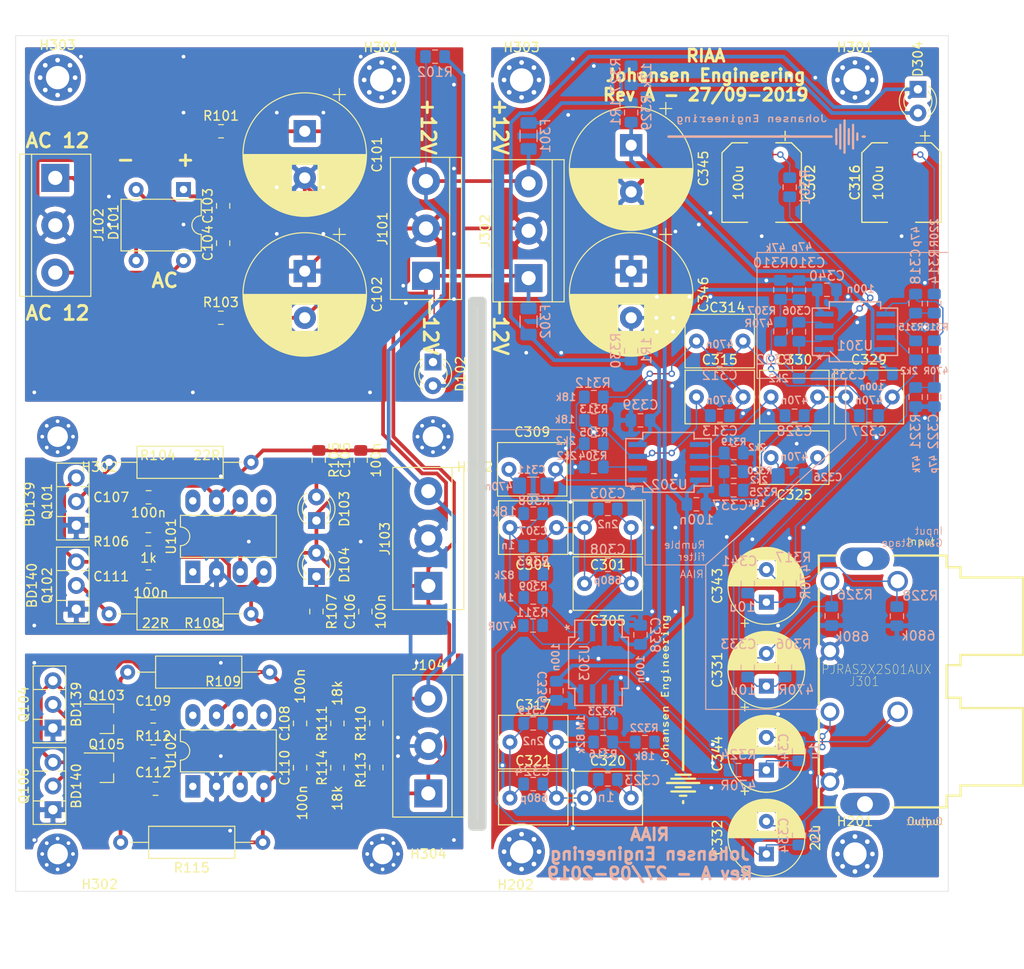
<source format=kicad_pcb>
(kicad_pcb (version 20171130) (host pcbnew "(5.1.0)-1")
  (layers (0 F.Cu signal) (31 B.Cu signal) (34 B.Paste user) (35 F.Paste user) (36 B.SilkS user) (37 F.SilkS user) (38 B.Mask user) (39 F.Mask user) (44 Edge.Cuts user))
  (net 0 "")
  (net 1 GND)
  (net 2 -12V)
  (net 3 +12V)
  (net 4 "Net-(C301-Pad2)")
  (net 5 "Net-(C302-Pad1)")
  (net 6 "Net-(C306-Pad1)")
  (net 7 "Net-(C310-Pad1)")
  (net 8 "Net-(C301-Pad1)")
  (net 9 "Net-(C304-Pad2)")
  (net 10 L_Rumble_Out)
  (net 11 "Net-(C309-Pad1)")
  (net 12 L_GainOut)
  (net 13 "Net-(C313-Pad1)")
  (net 14 "Net-(C316-Pad1)")
  (net 15 "Net-(C317-Pad2)")
  (net 16 "Net-(C317-Pad1)")
  (net 17 "Net-(C320-Pad2)")
  (net 18 "Net-(C325-Pad1)")
  (net 19 R_Rumble_Out)
  (net 20 R_GainOut)
  (net 21 "Net-(C328-Pad1)")
  (net 22 In_L)
  (net 23 "Net-(C331-Pad2)")
  (net 24 "Net-(C332-Pad2)")
  (net 25 Out_L)
  (net 26 In_R)
  (net 27 "Net-(C341-Pad1)")
  (net 28 Out_R)
  (net 29 "Net-(C342-Pad1)")
  (net 30 "Net-(D304-Pad2)")
  (net 31 "Net-(D304-Pad1)")
  (net 32 "Net-(R304-Pad1)")
  (net 33 "Net-(C306-Pad2)")
  (net 34 "Net-(C312-Pad1)")
  (net 35 "Net-(C318-Pad1)")
  (net 36 "Net-(C322-Pad1)")
  (net 37 "Net-(C318-Pad2)")
  (net 38 "Net-(R319-Pad1)")
  (net 39 "Net-(C327-Pad1)")
  (net 40 "Net-(F301-Pad2)")
  (net 41 /+PSU)
  (net 42 /-PSU)
  (net 43 "Net-(D102-Pad2)")
  (net 44 /BR+)
  (net 45 /BR-)
  (net 46 /AC3)
  (net 47 /AC1)
  (net 48 "Net-(C105-Pad1)")
  (net 49 "Net-(Q101-Pad2)")
  (net 50 "Net-(R106-Pad2)")
  (net 51 "Net-(C107-Pad1)")
  (net 52 "Net-(C108-Pad1)")
  (net 53 "Net-(C109-Pad1)")
  (net 54 "Net-(D103-Pad2)")
  (net 55 "Net-(Q102-Pad2)")
  (net 56 "Net-(Q103-Pad3)")
  (net 57 "Net-(R112-Pad2)")
  (net 58 "Net-(D104-Pad1)")
  (net 59 "Net-(Q105-Pad3)")
  (module MountingHole:MountingHole_2.2mm_M2_Pad_Via (layer F.Cu) (at 94.75 96.75)
    (fp_text reference H302 (at 4.5 3.25) (layer F.SilkS))
    (fp_text value 2,2mm)
    (pad 1 thru_hole circle (at 0 0) (size 4.4 4.4) (drill 2.2) (layers *.Cu *.Mask))
    (pad 1 thru_hole circle (at 1.65 0) (size 0.7 0.7) (drill 0.4) (layers *.Cu *.Mask))
    (pad 1 thru_hole circle (at 1.166726 1.166726) (size 0.7 0.7) (drill 0.4) (layers *.Cu *.Mask))
    (pad 1 thru_hole circle (at 0 1.65) (size 0.7 0.7) (drill 0.4) (layers *.Cu *.Mask))
    (pad 1 thru_hole circle (at -1.166726 1.166726) (size 0.7 0.7) (drill 0.4) (layers *.Cu *.Mask))
    (pad 1 thru_hole circle (at -1.65 0) (size 0.7 0.7) (drill 0.4) (layers *.Cu *.Mask))
    (pad 1 thru_hole circle (at -1.166726 -1.166726) (size 0.7 0.7) (drill 0.4) (layers *.Cu *.Mask))
    (pad 1 thru_hole circle (at 0 -1.65) (size 0.7 0.7) (drill 0.4) (layers *.Cu *.Mask))
    (pad 1 thru_hole circle (at 1.166726 -1.166726) (size 0.7 0.7) (drill 0.4) (layers *.Cu *.Mask))
  )
  (module MountingHole:MountingHole_2.2mm_M2_Pad_Via (layer F.Cu) (at 54.5 96.75)
    (fp_text reference H302 (at 4.5 3.25) (layer F.SilkS))
    (fp_text value 2,2mm)
    (pad 1 thru_hole circle (at 1.166726 -1.166726) (size 0.7 0.7) (drill 0.4) (layers *.Cu *.Mask))
    (pad 1 thru_hole circle (at 0 -1.65) (size 0.7 0.7) (drill 0.4) (layers *.Cu *.Mask))
    (pad 1 thru_hole circle (at -1.166726 -1.166726) (size 0.7 0.7) (drill 0.4) (layers *.Cu *.Mask))
    (pad 1 thru_hole circle (at -1.65 0) (size 0.7 0.7) (drill 0.4) (layers *.Cu *.Mask))
    (pad 1 thru_hole circle (at -1.166726 1.166726) (size 0.7 0.7) (drill 0.4) (layers *.Cu *.Mask))
    (pad 1 thru_hole circle (at 0 1.65) (size 0.7 0.7) (drill 0.4) (layers *.Cu *.Mask))
    (pad 1 thru_hole circle (at 1.166726 1.166726) (size 0.7 0.7) (drill 0.4) (layers *.Cu *.Mask))
    (pad 1 thru_hole circle (at 1.65 0) (size 0.7 0.7) (drill 0.4) (layers *.Cu *.Mask))
    (pad 1 thru_hole circle (at 0 0) (size 4.4 4.4) (drill 2.2) (layers *.Cu *.Mask))
  )
  (module AJ:Johansen_engineering_logo_25mm_front_neg5 (layer B.Cu) (at 130.5 64.5 180)
    (fp_text reference G*** hide)
    (fp_text value LOGO hide)
  )
  (module AJ:Johansen_engineering_logo_25mm_front_neg5 (layer F.Cu) (at 121.5 125.5 90)
    (fp_text reference G*** hide)
    (fp_text value LOGO hide)
  )
  (module AJ-Dropbox-Kicad:AJ_SO-8_5.3x6.2mm_P1.27mm (layer B.Cu) (at 112.5 121 270)
    (fp_text reference U303 (at 0 1.5 270) (layer B.SilkS) (effects (justify mirror)))
    (fp_text value TL072)
    (fp_text user * (at -3.81 3.048 270) (layer B.SilkS) (effects (justify mirror)))
    (pad 1 smd rect (at -3.3 1.905 270) (size 2 0.55) (layers B.Cu B.Paste B.Mask) (net 8 "Net-(C301-Pad1)"))
    (pad 2 smd rect (at -3.3 0.635 270) (size 2 0.55) (layers B.Cu B.Paste B.Mask) (net 9 "Net-(C304-Pad2)"))
    (pad 3 smd rect (at -3.3 -0.635 270) (size 2 0.55) (layers B.Cu B.Paste B.Mask) (net 1 GND))
    (pad 4 smd rect (at -3.3 -1.905 270) (size 2 0.55) (layers B.Cu B.Paste B.Mask) (net 2 -12V))
    (pad 5 smd rect (at 3.3 -1.905 270) (size 2 0.55) (layers B.Cu B.Paste B.Mask) (net 1 GND))
    (pad 6 smd rect (at 3.3 -0.635 270) (size 2 0.55) (layers B.Cu B.Paste B.Mask) (net 17 "Net-(C320-Pad2)"))
    (pad 7 smd rect (at 3.3 0.635 270) (size 2 0.55) (layers B.Cu B.Paste B.Mask) (net 16 "Net-(C317-Pad1)"))
    (pad 8 smd rect (at 3.3 1.905 270) (size 2 0.55) (layers B.Cu B.Paste B.Mask) (net 3 +12V))
  )
  (module MountingHole:MountingHole_2.5mm_Pad_Via (layer F.Cu) (at 140 141.5)
    (fp_text reference H201 (at 0 -3.5) (layer F.SilkS))
    (fp_text value 2,5mm)
    (pad 1 thru_hole circle (at 0 0) (size 5 5) (drill 2.5) (layers *.Cu *.Mask))
    (pad 1 thru_hole circle (at 1.875 0) (size 0.8 0.8) (drill 0.5) (layers *.Cu *.Mask))
    (pad 1 thru_hole circle (at 1.325825 1.325825) (size 0.8 0.8) (drill 0.5) (layers *.Cu *.Mask))
    (pad 1 thru_hole circle (at 0 1.875) (size 0.8 0.8) (drill 0.5) (layers *.Cu *.Mask))
    (pad 1 thru_hole circle (at -1.325825 1.325825) (size 0.8 0.8) (drill 0.5) (layers *.Cu *.Mask))
    (pad 1 thru_hole circle (at -1.875 0) (size 0.8 0.8) (drill 0.5) (layers *.Cu *.Mask))
    (pad 1 thru_hole circle (at -1.325825 -1.325825) (size 0.8 0.8) (drill 0.5) (layers *.Cu *.Mask))
    (pad 1 thru_hole circle (at 0 -1.875) (size 0.8 0.8) (drill 0.5) (layers *.Cu *.Mask))
    (pad 1 thru_hole circle (at 1.325825 -1.325825) (size 0.8 0.8) (drill 0.5) (layers *.Cu *.Mask))
  )
  (module MountingHole:MountingHole_2.5mm_Pad_Via (layer F.Cu) (at 104.25 141.25)
    (fp_text reference H202 (at -0.65 3.55) (layer F.SilkS))
    (fp_text value 2,5mm)
    (pad 1 thru_hole circle (at 1.325825 -1.325825) (size 0.8 0.8) (drill 0.5) (layers *.Cu *.Mask))
    (pad 1 thru_hole circle (at 0 -1.875) (size 0.8 0.8) (drill 0.5) (layers *.Cu *.Mask))
    (pad 1 thru_hole circle (at -1.325825 -1.325825) (size 0.8 0.8) (drill 0.5) (layers *.Cu *.Mask))
    (pad 1 thru_hole circle (at -1.875 0) (size 0.8 0.8) (drill 0.5) (layers *.Cu *.Mask))
    (pad 1 thru_hole circle (at -1.325825 1.325825) (size 0.8 0.8) (drill 0.5) (layers *.Cu *.Mask))
    (pad 1 thru_hole circle (at 0 1.875) (size 0.8 0.8) (drill 0.5) (layers *.Cu *.Mask))
    (pad 1 thru_hole circle (at 1.325825 1.325825) (size 0.8 0.8) (drill 0.5) (layers *.Cu *.Mask))
    (pad 1 thru_hole circle (at 1.875 0) (size 0.8 0.8) (drill 0.5) (layers *.Cu *.Mask))
    (pad 1 thru_hole circle (at 0 0) (size 5 5) (drill 2.5) (layers *.Cu *.Mask))
  )
  (module MountingHole:MountingHole_2.5mm_Pad_Via (layer F.Cu) (at 140 58.5)
    (fp_text reference H301 (at 0 -3.5) (layer F.SilkS))
    (fp_text value 2,5mm)
    (pad 1 thru_hole circle (at 1.325825 -1.325825) (size 0.8 0.8) (drill 0.5) (layers *.Cu *.Mask))
    (pad 1 thru_hole circle (at 0 -1.875) (size 0.8 0.8) (drill 0.5) (layers *.Cu *.Mask))
    (pad 1 thru_hole circle (at -1.325825 -1.325825) (size 0.8 0.8) (drill 0.5) (layers *.Cu *.Mask))
    (pad 1 thru_hole circle (at -1.875 0) (size 0.8 0.8) (drill 0.5) (layers *.Cu *.Mask))
    (pad 1 thru_hole circle (at -1.325825 1.325825) (size 0.8 0.8) (drill 0.5) (layers *.Cu *.Mask))
    (pad 1 thru_hole circle (at 0 1.875) (size 0.8 0.8) (drill 0.5) (layers *.Cu *.Mask))
    (pad 1 thru_hole circle (at 1.325825 1.325825) (size 0.8 0.8) (drill 0.5) (layers *.Cu *.Mask))
    (pad 1 thru_hole circle (at 1.875 0) (size 0.8 0.8) (drill 0.5) (layers *.Cu *.Mask))
    (pad 1 thru_hole circle (at 0 0) (size 5 5) (drill 2.5) (layers *.Cu *.Mask))
  )
  (module MountingHole:MountingHole_2.5mm_Pad_Via (layer F.Cu) (at 104.25 58.5)
    (fp_text reference H303 (at 0 -3.5) (layer F.SilkS))
    (fp_text value 2,5mm)
    (pad 1 thru_hole circle (at 0 0) (size 5 5) (drill 2.5) (layers *.Cu *.Mask))
    (pad 1 thru_hole circle (at 1.875 0) (size 0.8 0.8) (drill 0.5) (layers *.Cu *.Mask))
    (pad 1 thru_hole circle (at 1.325825 1.325825) (size 0.8 0.8) (drill 0.5) (layers *.Cu *.Mask))
    (pad 1 thru_hole circle (at 0 1.875) (size 0.8 0.8) (drill 0.5) (layers *.Cu *.Mask))
    (pad 1 thru_hole circle (at -1.325825 1.325825) (size 0.8 0.8) (drill 0.5) (layers *.Cu *.Mask))
    (pad 1 thru_hole circle (at -1.875 0) (size 0.8 0.8) (drill 0.5) (layers *.Cu *.Mask))
    (pad 1 thru_hole circle (at -1.325825 -1.325825) (size 0.8 0.8) (drill 0.5) (layers *.Cu *.Mask))
    (pad 1 thru_hole circle (at 0 -1.875) (size 0.8 0.8) (drill 0.5) (layers *.Cu *.Mask))
    (pad 1 thru_hole circle (at 1.325825 -1.325825) (size 0.8 0.8) (drill 0.5) (layers *.Cu *.Mask))
  )
  (module Capacitor_THT:C_Rect_L7.2mm_W5.5mm_P5.00mm_FKS2_FKP2_MKS2_MKP2 (layer F.Cu) (at 116 106.5 180)
    (fp_text reference C301 (at 2.5 -4 180) (layer F.SilkS))
    (fp_text value 2n2_THT)
    (pad 2 thru_hole circle (at 5 0 180) (size 1.6 1.6) (drill 0.8) (layers *.Cu *.Mask) (net 4 "Net-(C301-Pad2)"))
    (pad 1 thru_hole circle (at 0 0 180) (size 1.6 1.6) (drill 0.8) (layers *.Cu *.Mask) (net 8 "Net-(C301-Pad1)"))
  )
  (module Capacitor_SMD:C_0805_2012Metric_Pad1.15x1.40mm_HandSolder (layer B.Cu) (at 113.5 104.5 180)
    (fp_text reference C303 (at 0 1.65 180) (layer B.SilkS) (effects (justify mirror)))
    (fp_text value 2n2 (at 0 -1.65 180) (layer B.SilkS) (effects (font (size 0.8 0.8)) (justify mirror)))
    (pad 2 smd roundrect (at 1.025 0 180) (size 1.15 1.4) (layers B.Cu B.Paste B.Mask) (roundrect_rratio 0.217391) (net 4 "Net-(C301-Pad2)"))
    (pad 1 smd roundrect (at -1.025 0 180) (size 1.15 1.4) (layers B.Cu B.Paste B.Mask) (roundrect_rratio 0.217391) (net 8 "Net-(C301-Pad1)"))
  )
  (module Capacitor_THT:C_Rect_L7.2mm_W5.5mm_P5.00mm_FKS2_FKP2_MKS2_MKP2 (layer F.Cu) (at 108 106.5 180)
    (fp_text reference C304 (at 2.5 -4 180) (layer F.SilkS))
    (fp_text value 1n_THT)
    (pad 1 thru_hole circle (at 0 0 180) (size 1.6 1.6) (drill 0.8) (layers *.Cu *.Mask) (net 4 "Net-(C301-Pad2)"))
    (pad 2 thru_hole circle (at 5 0 180) (size 1.6 1.6) (drill 0.8) (layers *.Cu *.Mask) (net 9 "Net-(C304-Pad2)"))
  )
  (module Capacitor_THT:C_Rect_L7.2mm_W5.5mm_P5.00mm_FKS2_FKP2_MKS2_MKP2 (layer F.Cu) (at 116 112.5 180)
    (fp_text reference C305 (at 2.5 -4 180) (layer F.SilkS))
    (fp_text value 680p_THT)
    (pad 2 thru_hole circle (at 5 0 180) (size 1.6 1.6) (drill 0.8) (layers *.Cu *.Mask) (net 4 "Net-(C301-Pad2)"))
    (pad 1 thru_hole circle (at 0 0 180) (size 1.6 1.6) (drill 0.8) (layers *.Cu *.Mask) (net 8 "Net-(C301-Pad1)"))
  )
  (module Capacitor_SMD:C_0805_2012Metric_Pad1.15x1.40mm_HandSolder (layer B.Cu) (at 134 85.5 90)
    (fp_text reference C306 (at 2.25 -0.25 180) (layer B.SilkS) (effects (font (size 0.8 0.8)) (justify mirror)))
    (fp_text value 47p)
    (pad 2 smd roundrect (at 1.025 0 90) (size 1.15 1.4) (layers B.Cu B.Paste B.Mask) (roundrect_rratio 0.217391) (net 33 "Net-(C306-Pad2)"))
    (pad 1 smd roundrect (at -1.025 0 90) (size 1.15 1.4) (layers B.Cu B.Paste B.Mask) (roundrect_rratio 0.217391) (net 6 "Net-(C306-Pad1)"))
  )
  (module Capacitor_SMD:C_0805_2012Metric_Pad1.15x1.40mm_HandSolder (layer B.Cu) (at 105.5 108.5 180)
    (fp_text reference C307 (at 0 1.65 180) (layer B.SilkS) (effects (font (size 0.8 0.8)) (justify mirror)))
    (fp_text value 1n (at 2.7 0.1 180) (layer B.SilkS) (effects (font (size 0.8 0.8)) (justify mirror)))
    (pad 1 smd roundrect (at -1.025 0 180) (size 1.15 1.4) (layers B.Cu B.Paste B.Mask) (roundrect_rratio 0.217391) (net 4 "Net-(C301-Pad2)"))
    (pad 2 smd roundrect (at 1.025 0 180) (size 1.15 1.4) (layers B.Cu B.Paste B.Mask) (roundrect_rratio 0.217391) (net 9 "Net-(C304-Pad2)"))
  )
  (module Capacitor_SMD:C_0805_2012Metric_Pad1.15x1.40mm_HandSolder (layer B.Cu) (at 113.5 110.5 180)
    (fp_text reference C308 (at 0 1.65 180) (layer B.SilkS) (effects (justify mirror)))
    (fp_text value 680p (at 0 -1.65 180) (layer B.SilkS) (effects (font (size 0.8 0.8)) (justify mirror)))
    (pad 1 smd roundrect (at -1.025 0 180) (size 1.15 1.4) (layers B.Cu B.Paste B.Mask) (roundrect_rratio 0.217391) (net 8 "Net-(C301-Pad1)"))
    (pad 2 smd roundrect (at 1.025 0 180) (size 1.15 1.4) (layers B.Cu B.Paste B.Mask) (roundrect_rratio 0.217391) (net 4 "Net-(C301-Pad2)"))
  )
  (module Capacitor_THT:C_Rect_L7.2mm_W5.5mm_P5.00mm_FKS2_FKP2_MKS2_MKP2 (layer F.Cu) (at 102.893182 100.25)
    (fp_text reference C309 (at 2.5 -4) (layer F.SilkS))
    (fp_text value 470n_THT)
    (pad 2 thru_hole circle (at 5 0) (size 1.6 1.6) (drill 0.8) (layers *.Cu *.Mask) (net 10 L_Rumble_Out))
    (pad 1 thru_hole circle (at 0 0) (size 1.6 1.6) (drill 0.8) (layers *.Cu *.Mask) (net 11 "Net-(C309-Pad1)"))
  )
  (module Capacitor_SMD:C_0805_2012Metric_Pad1.15x1.40mm_HandSolder (layer B.Cu) (at 134 81.025 90)
    (fp_text reference C310 (at 2.925 0.9 180) (layer B.SilkS) (effects (justify mirror)))
    (fp_text value 47p (at 4.625 0.3 180) (layer B.SilkS) (effects (font (size 0.8 0.8)) (justify mirror)))
    (pad 1 smd roundrect (at -1.025 0 90) (size 1.15 1.4) (layers B.Cu B.Paste B.Mask) (roundrect_rratio 0.217391) (net 7 "Net-(C310-Pad1)"))
    (pad 2 smd roundrect (at 1.025 0 90) (size 1.15 1.4) (layers B.Cu B.Paste B.Mask) (roundrect_rratio 0.217391) (net 1 GND))
  )
  (module Capacitor_SMD:C_1206_3216Metric_Pad1.42x1.75mm_HandSolder (layer B.Cu) (at 105.5 102)
    (fp_text reference C311 (at -0.2 -1.7) (layer B.SilkS) (effects (font (size 0.8 0.8)) (justify mirror)))
    (fp_text value 470n (at -3.7 0.1) (layer B.SilkS) (effects (font (size 0.8 0.8)) (justify mirror)))
    (pad 1 smd roundrect (at -1.4875 0) (size 1.425 1.75) (layers B.Cu B.Paste B.Mask) (roundrect_rratio 0.175439) (net 11 "Net-(C309-Pad1)"))
    (pad 2 smd roundrect (at 1.4875 0) (size 1.425 1.75) (layers B.Cu B.Paste B.Mask) (roundrect_rratio 0.175439) (net 10 L_Rumble_Out))
  )
  (module Capacitor_SMD:C_0805_2012Metric_Pad1.15x1.40mm_HandSolder (layer B.Cu) (at 125.5 88.5)
    (fp_text reference C312 (at 0 1.65) (layer B.SilkS) (effects (justify mirror)))
    (fp_text value 470n (at 0 -1.65) (layer B.SilkS) (effects (font (size 0.8 0.8)) (justify mirror)))
    (pad 2 smd roundrect (at 1.025 0) (size 1.15 1.4) (layers B.Cu B.Paste B.Mask) (roundrect_rratio 0.217391) (net 12 L_GainOut))
    (pad 1 smd roundrect (at -1.025 0) (size 1.15 1.4) (layers B.Cu B.Paste B.Mask) (roundrect_rratio 0.217391) (net 34 "Net-(C312-Pad1)"))
  )
  (module Capacitor_SMD:C_0805_2012Metric_Pad1.15x1.40mm_HandSolder (layer B.Cu) (at 125.525 94.5)
    (fp_text reference C313 (at 0 1.65) (layer B.SilkS) (effects (justify mirror)))
    (fp_text value 470n (at 0 -1.65) (layer B.SilkS) (effects (font (size 0.8 0.8)) (justify mirror)))
    (pad 1 smd roundrect (at -1.025 0) (size 1.15 1.4) (layers B.Cu B.Paste B.Mask) (roundrect_rratio 0.217391) (net 13 "Net-(C313-Pad1)"))
    (pad 2 smd roundrect (at 1.025 0) (size 1.15 1.4) (layers B.Cu B.Paste B.Mask) (roundrect_rratio 0.217391) (net 34 "Net-(C312-Pad1)"))
  )
  (module Capacitor_THT:C_Rect_L7.2mm_W5.5mm_P5.00mm_FKS2_FKP2_MKS2_MKP2 (layer F.Cu) (at 123 86.5)
    (fp_text reference C314 (at 3.3 -3.6) (layer F.SilkS))
    (fp_text value 470n_THT)
    (pad 1 thru_hole circle (at 0 0) (size 1.6 1.6) (drill 0.8) (layers *.Cu *.Mask) (net 34 "Net-(C312-Pad1)"))
    (pad 2 thru_hole circle (at 5 0) (size 1.6 1.6) (drill 0.8) (layers *.Cu *.Mask) (net 12 L_GainOut))
  )
  (module Capacitor_THT:C_Rect_L7.2mm_W5.5mm_P5.00mm_FKS2_FKP2_MKS2_MKP2 (layer F.Cu) (at 123 92.5)
    (fp_text reference C315 (at 2.5 -4) (layer F.SilkS))
    (fp_text value 470n_THT)
    (pad 2 thru_hole circle (at 5 0) (size 1.6 1.6) (drill 0.8) (layers *.Cu *.Mask) (net 34 "Net-(C312-Pad1)"))
    (pad 1 thru_hole circle (at 0 0) (size 1.6 1.6) (drill 0.8) (layers *.Cu *.Mask) (net 13 "Net-(C313-Pad1)"))
  )
  (module Capacitor_THT:C_Rect_L7.2mm_W5.5mm_P5.00mm_FKS2_FKP2_MKS2_MKP2 (layer F.Cu) (at 103 129.5)
    (fp_text reference C317 (at 2.5 -4) (layer F.SilkS))
    (fp_text value 2n2_THT)
    (pad 1 thru_hole circle (at 0 0) (size 1.6 1.6) (drill 0.8) (layers *.Cu *.Mask) (net 16 "Net-(C317-Pad1)"))
    (pad 2 thru_hole circle (at 5 0) (size 1.6 1.6) (drill 0.8) (layers *.Cu *.Mask) (net 15 "Net-(C317-Pad2)"))
  )
  (module Capacitor_SMD:C_0805_2012Metric_Pad1.15x1.40mm_HandSolder (layer B.Cu) (at 146.5 82.475 90)
    (fp_text reference C318 (at 3.975 0 90) (layer B.SilkS) (effects (justify mirror)))
    (fp_text value 47p (at 7.175 0 90) (layer B.SilkS) (effects (font (size 0.8 0.8)) (justify mirror)))
    (pad 1 smd roundrect (at -1.025 0 90) (size 1.15 1.4) (layers B.Cu B.Paste B.Mask) (roundrect_rratio 0.217391) (net 35 "Net-(C318-Pad1)"))
    (pad 2 smd roundrect (at 1.025 0 90) (size 1.15 1.4) (layers B.Cu B.Paste B.Mask) (roundrect_rratio 0.217391) (net 37 "Net-(C318-Pad2)"))
  )
  (module Capacitor_SMD:C_0805_2012Metric_Pad1.15x1.40mm_HandSolder (layer B.Cu) (at 105.5 127.5)
    (fp_text reference C319 (at -0.1 -1.4) (layer B.SilkS) (effects (font (size 0.8 0.8)) (justify mirror)))
    (fp_text value 2n2 (at 0 1.9) (layer B.SilkS) (effects (font (size 0.8 0.8)) (justify mirror)))
    (pad 1 smd roundrect (at -1.025 0) (size 1.15 1.4) (layers B.Cu B.Paste B.Mask) (roundrect_rratio 0.217391) (net 16 "Net-(C317-Pad1)"))
    (pad 2 smd roundrect (at 1.025 0) (size 1.15 1.4) (layers B.Cu B.Paste B.Mask) (roundrect_rratio 0.217391) (net 15 "Net-(C317-Pad2)"))
  )
  (module Capacitor_THT:C_Rect_L7.2mm_W5.5mm_P5.00mm_FKS2_FKP2_MKS2_MKP2 (layer F.Cu) (at 111 135.5)
    (fp_text reference C320 (at 2.5 -4) (layer F.SilkS))
    (fp_text value 1n_THT)
    (pad 2 thru_hole circle (at 5 0) (size 1.6 1.6) (drill 0.8) (layers *.Cu *.Mask) (net 17 "Net-(C320-Pad2)"))
    (pad 1 thru_hole circle (at 0 0) (size 1.6 1.6) (drill 0.8) (layers *.Cu *.Mask) (net 15 "Net-(C317-Pad2)"))
  )
  (module Capacitor_THT:C_Rect_L7.2mm_W5.5mm_P5.00mm_FKS2_FKP2_MKS2_MKP2 (layer F.Cu) (at 103 135.5)
    (fp_text reference C321 (at 2.5 -4) (layer F.SilkS))
    (fp_text value 680p_THT)
    (pad 1 thru_hole circle (at 0 0) (size 1.6 1.6) (drill 0.8) (layers *.Cu *.Mask) (net 16 "Net-(C317-Pad1)"))
    (pad 2 thru_hole circle (at 5 0) (size 1.6 1.6) (drill 0.8) (layers *.Cu *.Mask) (net 15 "Net-(C317-Pad2)"))
  )
  (module Capacitor_SMD:C_0805_2012Metric_Pad1.15x1.40mm_HandSolder (layer B.Cu) (at 148.5 92.5 270)
    (fp_text reference C322 (at 3.7 0.1 270) (layer B.SilkS) (effects (justify mirror)))
    (fp_text value 47p (at 7.2 0.1 90) (layer B.SilkS) (effects (font (size 0.7 0.7)) (justify mirror)))
    (pad 2 smd roundrect (at 1.025 0 270) (size 1.15 1.4) (layers B.Cu B.Paste B.Mask) (roundrect_rratio 0.217391) (net 1 GND))
    (pad 1 smd roundrect (at -1.025 0 270) (size 1.15 1.4) (layers B.Cu B.Paste B.Mask) (roundrect_rratio 0.217391) (net 36 "Net-(C322-Pad1)"))
  )
  (module Capacitor_SMD:C_0805_2012Metric_Pad1.15x1.40mm_HandSolder (layer B.Cu) (at 113.5 133.5)
    (fp_text reference C323 (at 3.7 0.1) (layer B.SilkS) (effects (justify mirror)))
    (fp_text value 1n (at -0.2 1.9) (layer B.SilkS) (effects (justify mirror)))
    (pad 2 smd roundrect (at 1.025 0) (size 1.15 1.4) (layers B.Cu B.Paste B.Mask) (roundrect_rratio 0.217391) (net 17 "Net-(C320-Pad2)"))
    (pad 1 smd roundrect (at -1.025 0) (size 1.15 1.4) (layers B.Cu B.Paste B.Mask) (roundrect_rratio 0.217391) (net 15 "Net-(C317-Pad2)"))
  )
  (module Capacitor_SMD:C_0805_2012Metric_Pad1.15x1.40mm_HandSolder (layer B.Cu) (at 105.5 134)
    (fp_text reference C324 (at -0.1 -1.4) (layer B.SilkS) (effects (justify mirror)))
    (fp_text value 680p (at 0.1 1.5) (layer B.SilkS) (effects (font (size 0.8 0.8)) (justify mirror)))
    (pad 2 smd roundrect (at 1.025 0) (size 1.15 1.4) (layers B.Cu B.Paste B.Mask) (roundrect_rratio 0.217391) (net 15 "Net-(C317-Pad2)"))
    (pad 1 smd roundrect (at -1.025 0) (size 1.15 1.4) (layers B.Cu B.Paste B.Mask) (roundrect_rratio 0.217391) (net 16 "Net-(C317-Pad1)"))
  )
  (module Capacitor_THT:C_Rect_L7.2mm_W5.5mm_P5.00mm_FKS2_FKP2_MKS2_MKP2 (layer F.Cu) (at 136 99 180)
    (fp_text reference C325 (at 2.5 -4 180) (layer F.SilkS))
    (fp_text value 470n_THT)
    (pad 1 thru_hole circle (at 0 0 180) (size 1.6 1.6) (drill 0.8) (layers *.Cu *.Mask) (net 18 "Net-(C325-Pad1)"))
    (pad 2 thru_hole circle (at 5 0 180) (size 1.6 1.6) (drill 0.8) (layers *.Cu *.Mask) (net 19 R_Rumble_Out))
  )
  (module Capacitor_SMD:C_1206_3216Metric_Pad1.42x1.75mm_HandSolder (layer B.Cu) (at 133.25 101 180)
    (fp_text reference C326 (at -3.85 -0.1 180) (layer B.SilkS) (effects (font (size 0.8 0.8)) (justify mirror)))
    (fp_text value 470n (at -0.25 2.1 180) (layer B.SilkS) (effects (font (size 0.8 0.8)) (justify mirror)))
    (pad 2 smd roundrect (at 1.4875 0 180) (size 1.425 1.75) (layers B.Cu B.Paste B.Mask) (roundrect_rratio 0.175439) (net 19 R_Rumble_Out))
    (pad 1 smd roundrect (at -1.4875 0 180) (size 1.425 1.75) (layers B.Cu B.Paste B.Mask) (roundrect_rratio 0.175439) (net 18 "Net-(C325-Pad1)"))
  )
  (module Capacitor_SMD:C_0805_2012Metric_Pad1.15x1.40mm_HandSolder (layer B.Cu) (at 141.5 94.5)
    (fp_text reference C327 (at 0 1.65) (layer B.SilkS) (effects (justify mirror)))
    (fp_text value 470n (at 0 -1.65) (layer B.SilkS) (effects (font (size 0.8 0.8)) (justify mirror)))
    (pad 1 smd roundrect (at -1.025 0) (size 1.15 1.4) (layers B.Cu B.Paste B.Mask) (roundrect_rratio 0.217391) (net 39 "Net-(C327-Pad1)"))
    (pad 2 smd roundrect (at 1.025 0) (size 1.15 1.4) (layers B.Cu B.Paste B.Mask) (roundrect_rratio 0.217391) (net 20 R_GainOut))
  )
  (module Capacitor_SMD:C_0805_2012Metric_Pad1.15x1.40mm_HandSolder (layer B.Cu) (at 133.525 94.5)
    (fp_text reference C328 (at 0 1.65) (layer B.SilkS) (effects (justify mirror)))
    (fp_text value 470n (at 0 -1.65) (layer B.SilkS) (effects (font (size 0.8 0.8)) (justify mirror)))
    (pad 1 smd roundrect (at -1.025 0) (size 1.15 1.4) (layers B.Cu B.Paste B.Mask) (roundrect_rratio 0.217391) (net 21 "Net-(C328-Pad1)"))
    (pad 2 smd roundrect (at 1.025 0) (size 1.15 1.4) (layers B.Cu B.Paste B.Mask) (roundrect_rratio 0.217391) (net 39 "Net-(C327-Pad1)"))
  )
  (module Capacitor_THT:C_Rect_L7.2mm_W5.5mm_P5.00mm_FKS2_FKP2_MKS2_MKP2 (layer F.Cu) (at 139 92.5)
    (fp_text reference C329 (at 2.5 -4) (layer F.SilkS))
    (fp_text value 470n_THT)
    (pad 1 thru_hole circle (at 0 0) (size 1.6 1.6) (drill 0.8) (layers *.Cu *.Mask) (net 39 "Net-(C327-Pad1)"))
    (pad 2 thru_hole circle (at 5 0) (size 1.6 1.6) (drill 0.8) (layers *.Cu *.Mask) (net 20 R_GainOut))
  )
  (module Capacitor_THT:C_Rect_L7.2mm_W5.5mm_P5.00mm_FKS2_FKP2_MKS2_MKP2 (layer F.Cu) (at 131 92.5)
    (fp_text reference C330 (at 2.5 -4) (layer F.SilkS))
    (fp_text value 470n_THT)
    (pad 2 thru_hole circle (at 5 0) (size 1.6 1.6) (drill 0.8) (layers *.Cu *.Mask) (net 39 "Net-(C327-Pad1)"))
    (pad 1 thru_hole circle (at 0 0) (size 1.6 1.6) (drill 0.8) (layers *.Cu *.Mask) (net 21 "Net-(C328-Pad1)"))
  )
  (module Capacitor_SMD:C_0805_2012Metric_Pad1.15x1.40mm_HandSolder (layer B.Cu) (at 128.5 121.5 270)
    (fp_text reference C333 (at -2.5 1) (layer B.SilkS) (effects (justify mirror)))
    (fp_text value 10u (at 2.4 0.5) (layer B.SilkS) (effects (justify mirror)))
    (pad 1 smd roundrect (at -1.025 0 270) (size 1.15 1.4) (layers B.Cu B.Paste B.Mask) (roundrect_rratio 0.217391) (net 23 "Net-(C331-Pad2)"))
    (pad 2 smd roundrect (at 1.025 0 270) (size 1.15 1.4) (layers B.Cu B.Paste B.Mask) (roundrect_rratio 0.217391) (net 22 In_L))
  )
  (module Capacitor_SMD:C_0805_2012Metric_Pad1.15x1.40mm_HandSolder (layer B.Cu) (at 134 139.5 270)
    (fp_text reference C334 (at 0 1.65 270) (layer B.SilkS) (effects (justify mirror)))
    (fp_text value 1u (at 0 -1.65 270) (layer B.SilkS) (effects (justify mirror)))
    (pad 1 smd roundrect (at -1.025 0 270) (size 1.15 1.4) (layers B.Cu B.Paste B.Mask) (roundrect_rratio 0.217391) (net 24 "Net-(C332-Pad2)"))
    (pad 2 smd roundrect (at 1.025 0 270) (size 1.15 1.4) (layers B.Cu B.Paste B.Mask) (roundrect_rratio 0.217391) (net 25 Out_L))
  )
  (module Capacitor_SMD:C_0805_2012Metric_Pad1.15x1.40mm_HandSolder (layer B.Cu) (at 143 90)
    (fp_text reference C335 (at -3.7 0.1) (layer B.SilkS) (effects (justify mirror)))
    (fp_text value 100n (at -1.2 1.4) (layer B.SilkS) (effects (font (size 0.7 0.7)) (justify mirror)))
    (pad 2 smd roundrect (at 1.025 0) (size 1.15 1.4) (layers B.Cu B.Paste B.Mask) (roundrect_rratio 0.217391) (net 3 +12V))
    (pad 1 smd roundrect (at -1.025 0) (size 1.15 1.4) (layers B.Cu B.Paste B.Mask) (roundrect_rratio 0.217391) (net 1 GND))
  )
  (module Capacitor_SMD:C_0805_2012Metric_Pad1.15x1.40mm_HandSolder (layer B.Cu) (at 108 124 90)
    (fp_text reference C336 (at 0.4 -1.5 90) (layer B.SilkS) (effects (font (size 0.9 0.9)) (justify mirror)))
    (fp_text value 100n (at 3.6 -0.1 90) (layer B.SilkS) (effects (font (size 0.8 0.8)) (justify mirror)))
    (pad 2 smd roundrect (at 1.025 0 90) (size 1.15 1.4) (layers B.Cu B.Paste B.Mask) (roundrect_rratio 0.217391) (net 3 +12V))
    (pad 1 smd roundrect (at -1.025 0 90) (size 1.15 1.4) (layers B.Cu B.Paste B.Mask) (roundrect_rratio 0.217391) (net 1 GND))
  )
  (module Capacitor_SMD:C_0805_2012Metric_Pad1.15x1.40mm_HandSolder (layer B.Cu) (at 123 104 180)
    (fp_text reference C337 (at -3.6 -0.1 180) (layer B.SilkS) (effects (justify mirror)))
    (fp_text value 100n (at 0 -1.65 180) (layer B.SilkS) (effects (justify mirror)))
    (pad 1 smd roundrect (at -1.025 0 180) (size 1.15 1.4) (layers B.Cu B.Paste B.Mask) (roundrect_rratio 0.217391) (net 1 GND))
    (pad 2 smd roundrect (at 1.025 0 180) (size 1.15 1.4) (layers B.Cu B.Paste B.Mask) (roundrect_rratio 0.217391) (net 3 +12V))
  )
  (module Capacitor_SMD:C_0805_2012Metric_Pad1.15x1.40mm_HandSolder (layer B.Cu) (at 117 118 90)
    (fp_text reference C338 (at 0 1.65 90) (layer B.SilkS) (effects (justify mirror)))
    (fp_text value 100n (at -3.7 0 90) (layer B.SilkS) (effects (font (size 0.8 0.8)) (justify mirror)))
    (pad 2 smd roundrect (at 1.025 0 90) (size 1.15 1.4) (layers B.Cu B.Paste B.Mask) (roundrect_rratio 0.217391) (net 1 GND))
    (pad 1 smd roundrect (at -1.025 0 90) (size 1.15 1.4) (layers B.Cu B.Paste B.Mask) (roundrect_rratio 0.217391) (net 2 -12V))
  )
  (module Capacitor_SMD:C_0805_2012Metric_Pad1.15x1.40mm_HandSolder (layer B.Cu) (at 117 95 180)
    (fp_text reference C339 (at 0 1.65 180) (layer B.SilkS) (effects (justify mirror)))
    (fp_text value 100n)
    (pad 1 smd roundrect (at -1.025 0 180) (size 1.15 1.4) (layers B.Cu B.Paste B.Mask) (roundrect_rratio 0.217391) (net 2 -12V))
    (pad 2 smd roundrect (at 1.025 0 180) (size 1.15 1.4) (layers B.Cu B.Paste B.Mask) (roundrect_rratio 0.217391) (net 1 GND))
  )
  (module Capacitor_SMD:C_0805_2012Metric_Pad1.15x1.40mm_HandSolder (layer B.Cu) (at 137 81)
    (fp_text reference C340 (at 0 -1.5) (layer B.SilkS) (effects (justify mirror)))
    (fp_text value 100n (at 3.6 -0.1) (layer B.SilkS) (effects (font (size 0.8 0.8)) (justify mirror)))
    (pad 2 smd roundrect (at 1.025 0) (size 1.15 1.4) (layers B.Cu B.Paste B.Mask) (roundrect_rratio 0.217391) (net 1 GND))
    (pad 1 smd roundrect (at -1.025 0) (size 1.15 1.4) (layers B.Cu B.Paste B.Mask) (roundrect_rratio 0.217391) (net 2 -12V))
  )
  (module Capacitor_SMD:C_0805_2012Metric_Pad1.15x1.40mm_HandSolder (layer B.Cu) (at 128.5 112.5 270)
    (fp_text reference C341 (at -2.4 0.9) (layer B.SilkS) (effects (justify mirror)))
    (fp_text value 10u (at 2.5 0.6) (layer B.SilkS) (effects (justify mirror)))
    (pad 2 smd roundrect (at 1.025 0 270) (size 1.15 1.4) (layers B.Cu B.Paste B.Mask) (roundrect_rratio 0.217391) (net 26 In_R))
    (pad 1 smd roundrect (at -1.025 0 270) (size 1.15 1.4) (layers B.Cu B.Paste B.Mask) (roundrect_rratio 0.217391) (net 27 "Net-(C341-Pad1)"))
  )
  (module Capacitor_SMD:C_0805_2012Metric_Pad1.15x1.40mm_HandSolder (layer B.Cu) (at 134 130.475 270)
    (fp_text reference C342 (at 0 1.65 270) (layer B.SilkS) (effects (justify mirror)))
    (fp_text value 1u (at 0 -1.65 270) (layer B.SilkS) (effects (justify mirror)))
    (pad 2 smd roundrect (at 1.025 0 270) (size 1.15 1.4) (layers B.Cu B.Paste B.Mask) (roundrect_rratio 0.217391) (net 28 Out_R))
    (pad 1 smd roundrect (at -1.025 0 270) (size 1.15 1.4) (layers B.Cu B.Paste B.Mask) (roundrect_rratio 0.217391) (net 29 "Net-(C342-Pad1)"))
  )
  (module LED_THT:LED_D3.0mm (layer F.Cu) (at 146.75 59.5 270)
    (fp_text reference D304 (at -3.25 0 270) (layer F.SilkS))
    (fp_text value LED)
    (pad 2 thru_hole circle (at 2.54 0 270) (size 1.8 1.8) (drill 0.9) (layers *.Cu *.Mask) (net 30 "Net-(D304-Pad2)"))
    (pad 1 thru_hole rect (at 0 0 270) (size 1.8 1.8) (drill 0.9) (layers *.Cu *.Mask) (net 31 "Net-(D304-Pad1)"))
  )
  (module AJ:PJRAS2X2S01AUX_RCA (layer F.Cu) (at 141 123 180)
    (fp_text reference J301 (at 0 0 180) (layer F.SilkS) (effects (font (size 1 0.9) (thickness 0.05))))
    (fp_text value PJRAS2X2S01AUX (at -1.3 1.3 180) (layer F.SilkS) (effects (font (size 1 0.9) (thickness 0.05))))
    (fp_poly (pts (xy -1.525 -14.349) (xy -1.713 -14.334) (xy -1.896 -14.29) (xy -2.069 -14.218) (xy -2.23 -14.12) (xy -2.373 -13.998) (xy -2.495 -13.855) (xy -2.593 -13.694) (xy -2.665 -13.521) (xy -2.709 -13.338) (xy -2.724 -13.15) (xy -2.709 -12.962) (xy -2.665 -12.779) (xy -2.593 -12.606) (xy -2.495 -12.445) (xy -2.373 -12.302) (xy -2.23 -12.18) (xy -2.069 -12.082) (xy -1.896 -12.01) (xy -1.713 -11.966) (xy -1.525 -11.951) (xy 1.375 -11.951) (xy 1.563 -11.966) (xy 1.746 -12.01) (xy 1.919 -12.082) (xy 2.08 -12.18) (xy 2.223 -12.302) (xy 2.345 -12.445) (xy 2.443 -12.606) (xy 2.515 -12.779) (xy 2.559 -12.962) (xy 2.574 -13.15) (xy 2.559 -13.338) (xy 2.515 -13.521) (xy 2.443 -13.694) (xy 2.345 -13.855) (xy 2.223 -13.998) (xy 2.08 -14.12) (xy 1.919 -14.218) (xy 1.746 -14.29) (xy 1.563 -14.334) (xy 1.375 -14.349)) (layer F.Cu) (width 0.002))
    (fp_poly (pts (xy -1.525 -14.349) (xy -1.713 -14.334) (xy -1.896 -14.29) (xy -2.069 -14.218) (xy -2.23 -14.12) (xy -2.373 -13.998) (xy -2.495 -13.855) (xy -2.593 -13.694) (xy -2.665 -13.521) (xy -2.709 -13.338) (xy -2.724 -13.15) (xy -2.709 -12.962) (xy -2.665 -12.779) (xy -2.593 -12.606) (xy -2.495 -12.445) (xy -2.373 -12.302) (xy -2.23 -12.18) (xy -2.069 -12.082) (xy -1.896 -12.01) (xy -1.713 -11.966) (xy -1.525 -11.951) (xy 1.375 -11.951) (xy 1.563 -11.966) (xy 1.746 -12.01) (xy 1.919 -12.082) (xy 2.08 -12.18) (xy 2.223 -12.302) (xy 2.345 -12.445) (xy 2.443 -12.606) (xy 2.515 -12.779) (xy 2.559 -12.962) (xy 2.574 -13.15) (xy 2.559 -13.338) (xy 2.515 -13.521) (xy 2.443 -13.694) (xy 2.345 -13.855) (xy 2.223 -13.998) (xy 2.08 -14.12) (xy 1.919 -14.218) (xy 1.746 -14.29) (xy 1.563 -14.334) (xy 1.375 -14.349)) (layer B.Cu) (width 0.002))
    (fp_poly (pts (xy -1.525 11.951) (xy -1.713 11.966) (xy -1.896 12.01) (xy -2.069 12.082) (xy -2.23 12.18) (xy -2.373 12.302) (xy -2.495 12.445) (xy -2.593 12.606) (xy -2.665 12.779) (xy -2.709 12.962) (xy -2.724 13.15) (xy -2.709 13.338) (xy -2.665 13.521) (xy -2.593 13.694) (xy -2.495 13.855) (xy -2.373 13.998) (xy -2.23 14.12) (xy -2.069 14.218) (xy -1.896 14.29) (xy -1.713 14.334) (xy -1.525 14.349) (xy 1.375 14.349) (xy 1.563 14.334) (xy 1.746 14.29) (xy 1.919 14.218) (xy 2.08 14.12) (xy 2.223 13.998) (xy 2.345 13.855) (xy 2.443 13.694) (xy 2.515 13.521) (xy 2.559 13.338) (xy 2.574 13.15) (xy 2.559 12.962) (xy 2.515 12.779) (xy 2.443 12.606) (xy 2.345 12.445) (xy 2.223 12.302) (xy 2.08 12.18) (xy 1.919 12.082) (xy 1.746 12.01) (xy 1.563 11.966) (xy 1.375 11.951)) (layer F.Cu) (width 0.002))
    (fp_poly (pts (xy -1.525 11.951) (xy -1.713 11.966) (xy -1.896 12.01) (xy -2.069 12.082) (xy -2.23 12.18) (xy -2.373 12.302) (xy -2.495 12.445) (xy -2.593 12.606) (xy -2.665 12.779) (xy -2.709 12.962) (xy -2.724 13.15) (xy -2.709 13.338) (xy -2.665 13.521) (xy -2.593 13.694) (xy -2.495 13.855) (xy -2.373 13.998) (xy -2.23 14.12) (xy -2.069 14.218) (xy -1.896 14.29) (xy -1.713 14.334) (xy -1.525 14.349) (xy 1.375 14.349) (xy 1.563 14.334) (xy 1.746 14.29) (xy 1.919 14.218) (xy 2.08 14.12) (xy 2.223 13.998) (xy 2.345 13.855) (xy 2.443 13.694) (xy 2.515 13.521) (xy 2.559 13.338) (xy 2.574 13.15) (xy 2.559 12.962) (xy 2.515 12.779) (xy 2.443 12.606) (xy 2.345 12.445) (xy 2.223 12.302) (xy 2.08 12.18) (xy 1.919 12.082) (xy 1.746 12.01) (xy 1.563 11.966) (xy 1.375 11.951)) (layer B.Cu) (width 0.002))
    (pad 1S thru_hole circle (at -3.575 -3.25 180) (size 2.2 2.2) (drill 1.5) (layers *.Cu *.Mask) (net 29 "Net-(C342-Pad1)"))
    (pad 1T2 thru_hole circle (at 3.675 -3.25 180) (size 2 2) (drill 1.3) (layers *.Cu *.Mask) (net 24 "Net-(C332-Pad2)"))
    (pad 1T1 thru_hole circle (at 3.675 -10.75 180) (size 2 2) (drill 1.3) (layers *.Cu *.Mask) (net 1 GND))
    (pad 1 thru_hole oval (at -0.075 -13.15 180) (size 4.8 2.4) (drill 1.7) (layers *.Cu *.Mask))
    (pad 2S thru_hole circle (at -3.575 10.75 180) (size 2.2 2.2) (drill 1.5) (layers *.Cu *.Mask) (net 27 "Net-(C341-Pad1)"))
    (pad 2T2 thru_hole circle (at 3.675 10.75 180) (size 2 2) (drill 1.3) (layers *.Cu *.Mask) (net 23 "Net-(C331-Pad2)"))
    (pad 2T1 thru_hole circle (at 3.675 3.25 180) (size 2 2) (drill 1.3) (layers *.Cu *.Mask) (net 1 GND))
    (pad 2 thru_hole oval (at -0.075 13.15 180) (size 4.8 2.4) (drill 1.7) (layers *.Cu *.Mask))
  )
  (module Resistor_SMD:R_0805_2012Metric_Pad1.15x1.40mm_HandSolder (layer B.Cu) (at 133 70 90)
    (fp_text reference R301 (at 0 1.65 90) (layer B.SilkS) (effects (justify mirror)))
    (fp_text value 220R)
    (pad 1 smd roundrect (at -1.025 0 90) (size 1.15 1.4) (layers B.Cu B.Paste B.Mask) (roundrect_rratio 0.217391) (net 6 "Net-(C306-Pad1)"))
    (pad 2 smd roundrect (at 1.025 0 90) (size 1.15 1.4) (layers B.Cu B.Paste B.Mask) (roundrect_rratio 0.217391) (net 5 "Net-(C302-Pad1)"))
  )
  (module Resistor_SMD:R_0805_2012Metric_Pad1.15x1.40mm_HandSolder (layer B.Cu) (at 134 89.475 90)
    (fp_text reference R302 (at 0.975 -2.7 180) (layer B.SilkS) (effects (justify mirror)))
    (fp_text value 2k2 (at -1.025 -2.2 180) (layer B.SilkS) (effects (font (size 0.8 0.8)) (justify mirror)))
    (pad 2 smd roundrect (at 1.025 0 90) (size 1.15 1.4) (layers B.Cu B.Paste B.Mask) (roundrect_rratio 0.217391) (net 6 "Net-(C306-Pad1)"))
    (pad 1 smd roundrect (at -1.025 0 90) (size 1.15 1.4) (layers B.Cu B.Paste B.Mask) (roundrect_rratio 0.217391) (net 12 L_GainOut))
  )
  (module Resistor_SMD:R_0805_2012Metric_Pad1.15x1.40mm_HandSolder (layer B.Cu) (at 105.525 111.5 180)
    (fp_text reference R303 (at 0.025 1.4 180) (layer B.SilkS) (effects (font (size 0.9 0.9)) (justify mirror)))
    (fp_text value 82k (at 3.125 -0.1 180) (layer B.SilkS) (effects (font (size 0.8 0.8)) (justify mirror)))
    (pad 2 smd roundrect (at 1.025 0 180) (size 1.15 1.4) (layers B.Cu B.Paste B.Mask) (roundrect_rratio 0.217391) (net 9 "Net-(C304-Pad2)"))
    (pad 1 smd roundrect (at -1.025 0 180) (size 1.15 1.4) (layers B.Cu B.Paste B.Mask) (roundrect_rratio 0.217391) (net 4 "Net-(C301-Pad2)"))
  )
  (module Resistor_SMD:R_0805_2012Metric_Pad1.15x1.40mm_HandSolder (layer B.Cu) (at 112 100 180)
    (fp_text reference R304 (at 0.1 1.2) (layer B.SilkS) (effects (font (size 0.8 0.8)) (justify mirror)))
    (fp_text value 2k2 (at 2.9 1.2 180) (layer B.SilkS) (effects (font (size 0.8 0.8)) (justify mirror)))
    (pad 1 smd roundrect (at -1.025 0 180) (size 1.15 1.4) (layers B.Cu B.Paste B.Mask) (roundrect_rratio 0.217391) (net 32 "Net-(R304-Pad1)"))
    (pad 2 smd roundrect (at 1.025 0 180) (size 1.15 1.4) (layers B.Cu B.Paste B.Mask) (roundrect_rratio 0.217391) (net 1 GND))
  )
  (module Resistor_SMD:R_0805_2012Metric_Pad1.15x1.40mm_HandSolder (layer B.Cu) (at 112 97.5)
    (fp_text reference R305 (at 0 -1.2 180) (layer B.SilkS) (effects (font (size 0.8 0.8)) (justify mirror)))
    (fp_text value 2k2 (at -3 -0.3) (layer B.SilkS) (effects (font (size 0.8 0.8)) (justify mirror)))
    (pad 2 smd roundrect (at 1.025 0) (size 1.15 1.4) (layers B.Cu B.Paste B.Mask) (roundrect_rratio 0.217391) (net 32 "Net-(R304-Pad1)"))
    (pad 1 smd roundrect (at -1.025 0) (size 1.15 1.4) (layers B.Cu B.Paste B.Mask) (roundrect_rratio 0.217391) (net 10 L_Rumble_Out))
  )
  (module Resistor_SMD:R_0805_2012Metric_Pad1.15x1.40mm_HandSolder (layer B.Cu) (at 132.5 121.5 270)
    (fp_text reference R306 (at -2.5 -0.9) (layer B.SilkS) (effects (justify mirror)))
    (fp_text value 470R (at 2.4 -1.2) (layer B.SilkS) (effects (justify mirror)))
    (pad 2 smd roundrect (at 1.025 0 270) (size 1.15 1.4) (layers B.Cu B.Paste B.Mask) (roundrect_rratio 0.217391) (net 22 In_L))
    (pad 1 smd roundrect (at -1.025 0 270) (size 1.15 1.4) (layers B.Cu B.Paste B.Mask) (roundrect_rratio 0.217391) (net 7 "Net-(C310-Pad1)"))
  )
  (module Resistor_SMD:R_0805_2012Metric_Pad1.15x1.40mm_HandSolder (layer B.Cu) (at 132 85.475 90)
    (fp_text reference R307 (at 2.225 -2 180) (layer B.SilkS) (effects (font (size 0.8 0.8)) (justify mirror)))
    (fp_text value 470R (at 0.875 -2.3 180) (layer B.SilkS) (effects (font (size 0.8 0.8)) (justify mirror)))
    (pad 1 smd roundrect (at -1.025 0 90) (size 1.15 1.4) (layers B.Cu B.Paste B.Mask) (roundrect_rratio 0.217391) (net 33 "Net-(C306-Pad2)"))
    (pad 2 smd roundrect (at 1.025 0 90) (size 1.15 1.4) (layers B.Cu B.Paste B.Mask) (roundrect_rratio 0.217391) (net 7 "Net-(C310-Pad1)"))
  )
  (module Resistor_SMD:R_0805_2012Metric_Pad1.15x1.40mm_HandSolder (layer B.Cu) (at 105.5 105 180)
    (fp_text reference R308 (at -0.1 1.4 180) (layer B.SilkS) (effects (font (size 0.9 0.9)) (justify mirror)))
    (fp_text value 18k (at 3.1 0.2 180) (layer B.SilkS) (effects (justify mirror)))
    (pad 1 smd roundrect (at -1.025 0 180) (size 1.15 1.4) (layers B.Cu B.Paste B.Mask) (roundrect_rratio 0.217391) (net 9 "Net-(C304-Pad2)"))
    (pad 2 smd roundrect (at 1.025 0 180) (size 1.15 1.4) (layers B.Cu B.Paste B.Mask) (roundrect_rratio 0.217391) (net 11 "Net-(C309-Pad1)"))
  )
  (module Resistor_SMD:R_0805_2012Metric_Pad1.15x1.40mm_HandSolder (layer B.Cu) (at 105.5 114 180)
    (fp_text reference R309 (at 0 1.2 180) (layer B.SilkS) (effects (font (size 0.8 0.8)) (justify mirror)))
    (fp_text value 1M (at 2.9 0 180) (layer B.SilkS) (effects (font (size 0.8 0.8)) (justify mirror)))
    (pad 1 smd roundrect (at -1.025 0 180) (size 1.15 1.4) (layers B.Cu B.Paste B.Mask) (roundrect_rratio 0.217391) (net 8 "Net-(C301-Pad1)"))
    (pad 2 smd roundrect (at 1.025 0 180) (size 1.15 1.4) (layers B.Cu B.Paste B.Mask) (roundrect_rratio 0.217391) (net 9 "Net-(C304-Pad2)"))
  )
  (module Resistor_SMD:R_0805_2012Metric_Pad1.15x1.40mm_HandSolder (layer B.Cu) (at 132 81 270)
    (fp_text reference R310 (at -2.9 1) (layer B.SilkS) (effects (justify mirror)))
    (fp_text value 47k (at -4.5 0.5) (layer B.SilkS) (effects (font (size 0.8 0.8)) (justify mirror)))
    (pad 1 smd roundrect (at -1.025 0 270) (size 1.15 1.4) (layers B.Cu B.Paste B.Mask) (roundrect_rratio 0.217391) (net 1 GND))
    (pad 2 smd roundrect (at 1.025 0 270) (size 1.15 1.4) (layers B.Cu B.Paste B.Mask) (roundrect_rratio 0.217391) (net 7 "Net-(C310-Pad1)"))
  )
  (module Resistor_SMD:R_0805_2012Metric_Pad1.15x1.40mm_HandSolder (layer B.Cu) (at 105.475 117)
    (fp_text reference R311 (at -0.075 -1.4) (layer B.SilkS) (effects (font (size 0.9 0.9)) (justify mirror)))
    (fp_text value 470R (at -3.275 0.1) (layer B.SilkS) (effects (font (size 0.8 0.8)) (justify mirror)))
    (pad 1 smd roundrect (at -1.025 0) (size 1.15 1.4) (layers B.Cu B.Paste B.Mask) (roundrect_rratio 0.217391) (net 25 Out_L))
    (pad 2 smd roundrect (at 1.025 0) (size 1.15 1.4) (layers B.Cu B.Paste B.Mask) (roundrect_rratio 0.217391) (net 8 "Net-(C301-Pad1)"))
  )
  (module Resistor_SMD:R_0805_2012Metric_Pad1.15x1.40mm_HandSolder (layer B.Cu) (at 112 92.5)
    (fp_text reference R312 (at -0.1 -1.5) (layer B.SilkS) (effects (justify mirror)))
    (fp_text value 18k (at -3 0) (layer B.SilkS) (effects (font (size 0.8 0.8)) (justify mirror)))
    (pad 2 smd roundrect (at 1.025 0) (size 1.15 1.4) (layers B.Cu B.Paste B.Mask) (roundrect_rratio 0.217391) (net 34 "Net-(C312-Pad1)"))
    (pad 1 smd roundrect (at -1.025 0) (size 1.15 1.4) (layers B.Cu B.Paste B.Mask) (roundrect_rratio 0.217391) (net 10 L_Rumble_Out))
  )
  (module Resistor_SMD:R_0805_2012Metric_Pad1.15x1.40mm_HandSolder (layer B.Cu) (at 112 95)
    (fp_text reference R313 (at 0 -1.2 180) (layer B.SilkS) (effects (font (size 0.8 0.8)) (justify mirror)))
    (fp_text value 18k (at -3.1 -0.1) (layer B.SilkS) (effects (font (size 0.8 0.8)) (justify mirror)))
    (pad 2 smd roundrect (at 1.025 0) (size 1.15 1.4) (layers B.Cu B.Paste B.Mask) (roundrect_rratio 0.217391) (net 13 "Net-(C313-Pad1)"))
    (pad 1 smd roundrect (at -1.025 0) (size 1.15 1.4) (layers B.Cu B.Paste B.Mask) (roundrect_rratio 0.217391) (net 1 GND))
  )
  (module Resistor_SMD:R_0805_2012Metric_Pad1.15x1.40mm_HandSolder (layer B.Cu) (at 148.5 82.475 90)
    (fp_text reference R314 (at 3.975 0 90) (layer B.SilkS) (effects (justify mirror)))
    (fp_text value 220R (at 7.575 0 90) (layer B.SilkS) (effects (font (size 0.8 0.8)) (justify mirror)))
    (pad 1 smd roundrect (at -1.025 0 90) (size 1.15 1.4) (layers B.Cu B.Paste B.Mask) (roundrect_rratio 0.217391) (net 35 "Net-(C318-Pad1)"))
    (pad 2 smd roundrect (at 1.025 0 90) (size 1.15 1.4) (layers B.Cu B.Paste B.Mask) (roundrect_rratio 0.217391) (net 14 "Net-(C316-Pad1)"))
  )
  (module Resistor_SMD:R_0805_2012Metric_Pad1.15x1.40mm_HandSolder (layer B.Cu) (at 146.5 87.5 90)
    (fp_text reference R315 (at 2.5 -0.5 180) (layer B.SilkS) (effects (font (size 0.7 0.7)) (justify mirror)))
    (fp_text value 2k2 (at -2.2 -0.7 180) (layer B.SilkS) (effects (font (size 0.7 0.7)) (justify mirror)))
    (pad 2 smd roundrect (at 1.025 0 90) (size 1.15 1.4) (layers B.Cu B.Paste B.Mask) (roundrect_rratio 0.217391) (net 35 "Net-(C318-Pad1)"))
    (pad 1 smd roundrect (at -1.025 0 90) (size 1.15 1.4) (layers B.Cu B.Paste B.Mask) (roundrect_rratio 0.217391) (net 20 R_GainOut))
  )
  (module Resistor_SMD:R_0805_2012Metric_Pad1.15x1.40mm_HandSolder (layer B.Cu) (at 113 129.5)
    (fp_text reference R316 (at 0 1.3 180) (layer B.SilkS) (effects (font (size 0.8 0.8)) (justify mirror)))
    (fp_text value 82k (at -2.4 0.2 90) (layer B.SilkS) (effects (font (size 0.8 0.8)) (justify mirror)))
    (pad 2 smd roundrect (at 1.025 0) (size 1.15 1.4) (layers B.Cu B.Paste B.Mask) (roundrect_rratio 0.217391) (net 17 "Net-(C320-Pad2)"))
    (pad 1 smd roundrect (at -1.025 0) (size 1.15 1.4) (layers B.Cu B.Paste B.Mask) (roundrect_rratio 0.217391) (net 15 "Net-(C317-Pad2)"))
  )
  (module Resistor_SMD:R_0805_2012Metric_Pad1.15x1.40mm_HandSolder (layer B.Cu) (at 133 112.475 270)
    (fp_text reference R317 (at -2.775 -0.4) (layer B.SilkS) (effects (justify mirror)))
    (fp_text value 470R (at -0.175 -1.7 90) (layer B.SilkS) (effects (justify mirror)))
    (pad 1 smd roundrect (at -1.025 0 270) (size 1.15 1.4) (layers B.Cu B.Paste B.Mask) (roundrect_rratio 0.217391) (net 36 "Net-(C322-Pad1)"))
    (pad 2 smd roundrect (at 1.025 0 270) (size 1.15 1.4) (layers B.Cu B.Paste B.Mask) (roundrect_rratio 0.217391) (net 26 In_R))
  )
  (module Resistor_SMD:R_0805_2012Metric_Pad1.15x1.40mm_HandSolder (layer B.Cu) (at 148.5 87.475 270)
    (fp_text reference R318 (at -2.475 -0.2) (layer B.SilkS) (effects (font (size 0.7 0.7)) (justify mirror)))
    (fp_text value 470R (at 2.225 -0.2) (layer B.SilkS) (effects (font (size 0.7 0.7)) (justify mirror)))
    (pad 2 smd roundrect (at 1.025 0 270) (size 1.15 1.4) (layers B.Cu B.Paste B.Mask) (roundrect_rratio 0.217391) (net 36 "Net-(C322-Pad1)"))
    (pad 1 smd roundrect (at -1.025 0 270) (size 1.15 1.4) (layers B.Cu B.Paste B.Mask) (roundrect_rratio 0.217391) (net 37 "Net-(C318-Pad2)"))
  )
  (module Resistor_SMD:R_0805_2012Metric_Pad1.15x1.40mm_HandSolder (layer B.Cu) (at 127 98.5)
    (fp_text reference R319 (at 0 -1.2 180) (layer B.SilkS) (effects (font (size 0.7 0.7)) (justify mirror)))
    (fp_text value 2k2 (at 2.5 -0.6 180) (layer B.SilkS) (effects (font (size 0.7 0.7)) (justify mirror)))
    (pad 1 smd roundrect (at -1.025 0) (size 1.15 1.4) (layers B.Cu B.Paste B.Mask) (roundrect_rratio 0.217391) (net 38 "Net-(R319-Pad1)"))
    (pad 2 smd roundrect (at 1.025 0) (size 1.15 1.4) (layers B.Cu B.Paste B.Mask) (roundrect_rratio 0.217391) (net 1 GND))
  )
  (module Resistor_SMD:R_0805_2012Metric_Pad1.15x1.40mm_HandSolder (layer B.Cu) (at 127 100.5)
    (fp_text reference R320 (at 2.8 -0.1) (layer B.SilkS) (effects (font (size 0.7 0.7)) (justify mirror)))
    (fp_text value 2k2 (at 2.7 0.9) (layer B.SilkS) (effects (font (size 0.7 0.7)) (justify mirror)))
    (pad 2 smd roundrect (at 1.025 0) (size 1.15 1.4) (layers B.Cu B.Paste B.Mask) (roundrect_rratio 0.217391) (net 38 "Net-(R319-Pad1)"))
    (pad 1 smd roundrect (at -1.025 0) (size 1.15 1.4) (layers B.Cu B.Paste B.Mask) (roundrect_rratio 0.217391) (net 19 R_Rumble_Out))
  )
  (module Resistor_SMD:R_0805_2012Metric_Pad1.15x1.40mm_HandSolder (layer B.Cu) (at 146.5 92.5 90)
    (fp_text reference R321 (at -3.7 0 90) (layer B.SilkS) (effects (justify mirror)))
    (fp_text value 47k (at -7.2 0.1 270) (layer B.SilkS) (effects (font (size 0.7 0.7)) (justify mirror)))
    (pad 2 smd roundrect (at 1.025 0 90) (size 1.15 1.4) (layers B.Cu B.Paste B.Mask) (roundrect_rratio 0.217391) (net 36 "Net-(C322-Pad1)"))
    (pad 1 smd roundrect (at -1.025 0 90) (size 1.15 1.4) (layers B.Cu B.Paste B.Mask) (roundrect_rratio 0.217391) (net 1 GND))
  )
  (module Resistor_SMD:R_0805_2012Metric_Pad1.15x1.40mm_HandSolder (layer B.Cu) (at 117.475 129.5)
    (fp_text reference R322 (at -0.075 -1.5) (layer B.SilkS) (effects (font (size 0.8 0.8)) (justify mirror)))
    (fp_text value 18k (at 0 1.5) (layer B.SilkS) (effects (font (size 0.8 0.8)) (justify mirror)))
    (pad 2 smd roundrect (at 1.025 0) (size 1.15 1.4) (layers B.Cu B.Paste B.Mask) (roundrect_rratio 0.217391) (net 18 "Net-(C325-Pad1)"))
    (pad 1 smd roundrect (at -1.025 0) (size 1.15 1.4) (layers B.Cu B.Paste B.Mask) (roundrect_rratio 0.217391) (net 17 "Net-(C320-Pad2)"))
  )
  (module Resistor_SMD:R_0805_2012Metric_Pad1.15x1.40mm_HandSolder (layer B.Cu) (at 113 127.5)
    (fp_text reference R323 (at -0.1 -1.3 180) (layer B.SilkS) (effects (font (size 0.8 0.8)) (justify mirror)))
    (fp_text value 1M (at -2.4 -0.1 90) (layer B.SilkS) (effects (font (size 0.8 0.8)) (justify mirror)))
    (pad 2 smd roundrect (at 1.025 0) (size 1.15 1.4) (layers B.Cu B.Paste B.Mask) (roundrect_rratio 0.217391) (net 17 "Net-(C320-Pad2)"))
    (pad 1 smd roundrect (at -1.025 0) (size 1.15 1.4) (layers B.Cu B.Paste B.Mask) (roundrect_rratio 0.217391) (net 16 "Net-(C317-Pad1)"))
  )
  (module Resistor_SMD:R_0805_2012Metric_Pad1.15x1.40mm_HandSolder (layer B.Cu) (at 127.5 132.5 180)
    (fp_text reference R324 (at 0 1.65 180) (layer B.SilkS) (effects (justify mirror)))
    (fp_text value 470R (at 0 -1.65 180) (layer B.SilkS) (effects (justify mirror)))
    (pad 1 smd roundrect (at -1.025 0 180) (size 1.15 1.4) (layers B.Cu B.Paste B.Mask) (roundrect_rratio 0.217391) (net 28 Out_R))
    (pad 2 smd roundrect (at 1.025 0 180) (size 1.15 1.4) (layers B.Cu B.Paste B.Mask) (roundrect_rratio 0.217391) (net 16 "Net-(C317-Pad1)"))
  )
  (module Resistor_SMD:R_0805_2012Metric_Pad1.15x1.40mm_HandSolder (layer B.Cu) (at 127 102.5)
    (fp_text reference R325 (at 3.2 0.2) (layer B.SilkS) (effects (font (size 0.8 0.8)) (justify mirror)))
    (fp_text value 18k (at 2.5 1.4) (layer B.SilkS) (effects (font (size 0.7 0.7)) (justify mirror)))
    (pad 1 smd roundrect (at -1.025 0) (size 1.15 1.4) (layers B.Cu B.Paste B.Mask) (roundrect_rratio 0.217391) (net 19 R_Rumble_Out))
    (pad 2 smd roundrect (at 1.025 0) (size 1.15 1.4) (layers B.Cu B.Paste B.Mask) (roundrect_rratio 0.217391) (net 39 "Net-(C327-Pad1)"))
  )
  (module Resistor_SMD:R_0805_2012Metric_Pad1.15x1.40mm_HandSolder (layer B.Cu) (at 137.5 115.975 270)
    (fp_text reference R326 (at -2.275 -2.5) (layer B.SilkS) (effects (justify mirror)))
    (fp_text value 680k (at 2.225 -2.2) (layer B.SilkS) (effects (justify mirror)))
    (pad 1 smd roundrect (at -1.025 0 270) (size 1.15 1.4) (layers B.Cu B.Paste B.Mask) (roundrect_rratio 0.217391) (net 23 "Net-(C331-Pad2)"))
    (pad 2 smd roundrect (at 1.025 0 270) (size 1.15 1.4) (layers B.Cu B.Paste B.Mask) (roundrect_rratio 0.217391) (net 1 GND))
  )
  (module Resistor_SMD:R_0805_2012Metric_Pad1.15x1.40mm_HandSolder (layer B.Cu) (at 116 58 270)
    (fp_text reference R327 (at 0 1.65 270) (layer B.SilkS) (effects (justify mirror)))
    (fp_text value 12k (at 0 -1.65 270) (layer B.SilkS) (effects (justify mirror)))
    (pad 1 smd roundrect (at -1.025 0 270) (size 1.15 1.4) (layers B.Cu B.Paste B.Mask) (roundrect_rratio 0.217391) (net 40 "Net-(F301-Pad2)"))
    (pad 2 smd roundrect (at 1.025 0 270) (size 1.15 1.4) (layers B.Cu B.Paste B.Mask) (roundrect_rratio 0.217391) (net 30 "Net-(D304-Pad2)"))
  )
  (module Resistor_SMD:R_0805_2012Metric_Pad1.15x1.40mm_HandSolder (layer B.Cu) (at 144.5 116 90)
    (fp_text reference R328 (at 2.2 2.5 180) (layer B.SilkS) (effects (justify mirror)))
    (fp_text value 680k (at -2.1 2.3 180) (layer B.SilkS) (effects (justify mirror)))
    (pad 2 smd roundrect (at 1.025 0 90) (size 1.15 1.4) (layers B.Cu B.Paste B.Mask) (roundrect_rratio 0.217391) (net 27 "Net-(C341-Pad1)"))
    (pad 1 smd roundrect (at -1.025 0 90) (size 1.15 1.4) (layers B.Cu B.Paste B.Mask) (roundrect_rratio 0.217391) (net 1 GND))
  )
  (module AJ-Dropbox-Kicad:AJ_SO-8_5.3x6.2mm_P1.27mm (layer B.Cu) (at 140 85.5)
    (fp_text reference U301 (at 0 1.5) (layer B.SilkS) (effects (justify mirror)))
    (fp_text value TL072)
    (fp_text user * (at -3.81 3.048) (layer B.SilkS) (effects (justify mirror)))
    (pad 8 smd rect (at 3.3 1.905) (size 2 0.55) (layers B.Cu B.Paste B.Mask) (net 3 +12V))
    (pad 7 smd rect (at 3.3 0.635) (size 2 0.55) (layers B.Cu B.Paste B.Mask) (net 20 R_GainOut))
    (pad 6 smd rect (at 3.3 -0.635) (size 2 0.55) (layers B.Cu B.Paste B.Mask) (net 35 "Net-(C318-Pad1)"))
    (pad 5 smd rect (at 3.3 -1.905) (size 2 0.55) (layers B.Cu B.Paste B.Mask) (net 37 "Net-(C318-Pad2)"))
    (pad 4 smd rect (at -3.3 -1.905) (size 2 0.55) (layers B.Cu B.Paste B.Mask) (net 2 -12V))
    (pad 3 smd rect (at -3.3 -0.635) (size 2 0.55) (layers B.Cu B.Paste B.Mask) (net 33 "Net-(C306-Pad2)"))
    (pad 2 smd rect (at -3.3 0.635) (size 2 0.55) (layers B.Cu B.Paste B.Mask) (net 6 "Net-(C306-Pad1)"))
    (pad 1 smd rect (at -3.3 1.905) (size 2 0.55) (layers B.Cu B.Paste B.Mask) (net 12 L_GainOut))
  )
  (module AJ-Dropbox-Kicad:AJ_SO-8_5.3x6.2mm_P1.27mm (layer B.Cu) (at 120 99.5)
    (fp_text reference U302 (at 0.1 2.4) (layer B.SilkS) (effects (justify mirror)))
    (fp_text value TL072)
    (fp_text user * (at -3.81 3.048) (layer B.SilkS) (effects (justify mirror)))
    (pad 1 smd rect (at -3.3 1.905) (size 2 0.55) (layers B.Cu B.Paste B.Mask) (net 10 L_Rumble_Out))
    (pad 2 smd rect (at -3.3 0.635) (size 2 0.55) (layers B.Cu B.Paste B.Mask) (net 32 "Net-(R304-Pad1)"))
    (pad 3 smd rect (at -3.3 -0.635) (size 2 0.55) (layers B.Cu B.Paste B.Mask) (net 13 "Net-(C313-Pad1)"))
    (pad 4 smd rect (at -3.3 -1.905) (size 2 0.55) (layers B.Cu B.Paste B.Mask) (net 2 -12V))
    (pad 5 smd rect (at 3.3 -1.905) (size 2 0.55) (layers B.Cu B.Paste B.Mask) (net 21 "Net-(C328-Pad1)"))
    (pad 6 smd rect (at 3.3 -0.635) (size 2 0.55) (layers B.Cu B.Paste B.Mask) (net 38 "Net-(R319-Pad1)"))
    (pad 7 smd rect (at 3.3 0.635) (size 2 0.55) (layers B.Cu B.Paste B.Mask) (net 19 R_Rumble_Out))
    (pad 8 smd rect (at 3.3 1.905) (size 2 0.55) (layers B.Cu B.Paste B.Mask) (net 3 +12V))
  )
  (module Capacitor_SMD:CP_Elec_8x6.5 (layer F.Cu) (at 130 69.5 270)
    (fp_text reference C302 (at 0 -5.2 270) (layer F.SilkS))
    (fp_text value 100u (at 0 2.5 270) (layer F.SilkS))
    (pad 2 smd roundrect (at 3.05 0 270) (size 4 2.5) (layers F.Cu F.Paste F.Mask) (roundrect_rratio 0.1) (net 1 GND))
    (pad 1 smd roundrect (at -3.05 0 270) (size 4 2.5) (layers F.Cu F.Paste F.Mask) (roundrect_rratio 0.1) (net 5 "Net-(C302-Pad1)"))
  )
  (module Capacitor_SMD:CP_Elec_8x6.5 (layer F.Cu) (at 145 69.5 270)
    (fp_text reference C316 (at 0 5 270) (layer F.SilkS))
    (fp_text value 100u (at 0 2.5 270) (layer F.SilkS))
    (pad 1 smd roundrect (at -3.05 0 270) (size 4 2.5) (layers F.Cu F.Paste F.Mask) (roundrect_rratio 0.1) (net 14 "Net-(C316-Pad1)"))
    (pad 2 smd roundrect (at 3.05 0 270) (size 4 2.5) (layers F.Cu F.Paste F.Mask) (roundrect_rratio 0.1) (net 1 GND))
  )
  (module Capacitor_THT:CP_Radial_D8.0mm_P3.50mm (layer F.Cu) (at 130.5 123.5 90)
    (fp_text reference C331 (at 1.75 -5.25 90) (layer F.SilkS))
    (fp_text value 10u)
    (pad 1 thru_hole rect (at 0 0 90) (size 1.6 1.6) (drill 0.8) (layers *.Cu *.Mask) (net 22 In_L))
    (pad 2 thru_hole circle (at 3.5 0 90) (size 1.6 1.6) (drill 0.8) (layers *.Cu *.Mask) (net 23 "Net-(C331-Pad2)"))
  )
  (module Capacitor_THT:CP_Radial_D8.0mm_P3.50mm (layer F.Cu) (at 130.5 141.5 90)
    (fp_text reference C332 (at 1.75 -5.25 90) (layer F.SilkS))
    (fp_text value 22u (at 1.75 5.25 90) (layer F.SilkS))
    (pad 2 thru_hole circle (at 3.5 0 90) (size 1.6 1.6) (drill 0.8) (layers *.Cu *.Mask) (net 24 "Net-(C332-Pad2)"))
    (pad 1 thru_hole rect (at 0 0 90) (size 1.6 1.6) (drill 0.8) (layers *.Cu *.Mask) (net 25 Out_L))
  )
  (module Capacitor_THT:CP_Radial_D8.0mm_P3.50mm (layer F.Cu) (at 130.5 114.5 90)
    (fp_text reference C343 (at 1.75 -5.25 90) (layer F.SilkS))
    (fp_text value 10u)
    (pad 2 thru_hole circle (at 3.5 0 90) (size 1.6 1.6) (drill 0.8) (layers *.Cu *.Mask) (net 27 "Net-(C341-Pad1)"))
    (pad 1 thru_hole rect (at 0 0 90) (size 1.6 1.6) (drill 0.8) (layers *.Cu *.Mask) (net 26 In_R))
  )
  (module Capacitor_THT:CP_Radial_D8.0mm_P3.50mm (layer F.Cu) (at 130.5 132.5 90)
    (fp_text reference C344 (at 1.75 -5.25 90) (layer F.SilkS))
    (fp_text value 22u)
    (pad 1 thru_hole rect (at 0 0 90) (size 1.6 1.6) (drill 0.8) (layers *.Cu *.Mask) (net 28 Out_R))
    (pad 2 thru_hole circle (at 3.5 0 90) (size 1.6 1.6) (drill 0.8) (layers *.Cu *.Mask) (net 29 "Net-(C342-Pad1)"))
  )
  (module Capacitor_THT:CP_Radial_D13.0mm_P5.00mm (layer F.Cu) (at 116 65.5 270)
    (fp_text reference C345 (at 2.5 -7.75 270) (layer F.SilkS))
    (fp_text value 470u)
    (pad 2 thru_hole circle (at 5 0 270) (size 2.4 2.4) (drill 1.2) (layers *.Cu *.Mask) (net 1 GND))
    (pad 1 thru_hole rect (at 0 0 270) (size 2.4 2.4) (drill 1.2) (layers *.Cu *.Mask) (net 3 +12V))
  )
  (module Capacitor_THT:CP_Radial_D13.0mm_P5.00mm (layer F.Cu) (at 116 79 270)
    (fp_text reference C346 (at 2.5 -7.75 270) (layer F.SilkS))
    (fp_text value 470u)
    (pad 1 thru_hole rect (at 0 0 270) (size 2.4 2.4) (drill 1.2) (layers *.Cu *.Mask) (net 1 GND))
    (pad 2 thru_hole circle (at 5 0 270) (size 2.4 2.4) (drill 1.2) (layers *.Cu *.Mask) (net 2 -12V))
  )
  (module Resistor_SMD:R_0805_2012Metric_Pad1.15x1.40mm_HandSolder (layer B.Cu) (at 116 62 90)
    (fp_text reference R329 (at 0 1.65 90) (layer B.SilkS) (effects (justify mirror)))
    (fp_text value 1R1 (at 0 -1.65 90) (layer B.SilkS) (effects (justify mirror)))
    (pad 2 smd roundrect (at 1.025 0 90) (size 1.15 1.4) (layers B.Cu B.Paste B.Mask) (roundrect_rratio 0.217391) (net 40 "Net-(F301-Pad2)"))
    (pad 1 smd roundrect (at -1.025 0 90) (size 1.15 1.4) (layers B.Cu B.Paste B.Mask) (roundrect_rratio 0.217391) (net 3 +12V))
  )
  (module Resistor_SMD:R_0805_2012Metric_Pad1.15x1.40mm_HandSolder (layer B.Cu) (at 116 87.525 270)
    (fp_text reference R330 (at 0 1.65 270) (layer B.SilkS) (effects (justify mirror)))
    (fp_text value 1R1 (at 0 -1.65 270) (layer B.SilkS) (effects (justify mirror)))
    (pad 1 smd roundrect (at -1.025 0 270) (size 1.15 1.4) (layers B.Cu B.Paste B.Mask) (roundrect_rratio 0.217391) (net 2 -12V))
    (pad 2 smd roundrect (at 1.025 0 270) (size 1.15 1.4) (layers B.Cu B.Paste B.Mask) (roundrect_rratio 0.217391) (net 31 "Net-(D304-Pad1)"))
  )
  (module Fuse:Fuse_1206_3216Metric (layer B.Cu) (at 105 64.5 90)
    (fp_text reference F301 (at 0 1.82 90) (layer B.SilkS) (effects (justify mirror)))
    (fp_text value Polyfuse)
    (pad 1 smd roundrect (at -1.4 0 90) (size 1.25 1.75) (layers B.Cu B.Paste B.Mask) (roundrect_rratio 0.2))
    (pad 2 smd roundrect (at 1.4 0 90) (size 1.25 1.75) (layers B.Cu B.Paste B.Mask) (roundrect_rratio 0.2) (net 40 "Net-(F301-Pad2)"))
  )
  (module Fuse:Fuse_1206_3216Metric (layer B.Cu) (at 105 84.4 90)
    (fp_text reference F302 (at 0 1.82 90) (layer B.SilkS) (effects (justify mirror)))
    (fp_text value Polyfuse)
    (pad 2 smd roundrect (at 1.4 0 90) (size 1.25 1.75) (layers B.Cu B.Paste B.Mask) (roundrect_rratio 0.2))
    (pad 1 smd roundrect (at -1.4 0 90) (size 1.25 1.75) (layers B.Cu B.Paste B.Mask) (roundrect_rratio 0.2) (net 31 "Net-(D304-Pad1)"))
  )
  (module Capacitor_SMD:CP_Elec_8x6.5 (layer F.Cu) (at 130 69.5 270)
    (fp_text reference C302 (at 0 -5.2 270) (layer F.SilkS))
    (fp_text value 100u)
    (pad 1 smd roundrect (at -3.05 0 270) (size 4 2.5) (layers F.Cu F.Paste F.Mask) (roundrect_rratio 0.1) (net 5 "Net-(C302-Pad1)"))
    (pad 2 smd roundrect (at 3.05 0 270) (size 4 2.5) (layers F.Cu F.Paste F.Mask) (roundrect_rratio 0.1) (net 1 GND))
  )
  (module Capacitor_SMD:CP_Elec_8x6.5 (layer F.Cu) (at 145 69.5 270)
    (fp_text reference C316 (at 0 5 270) (layer F.SilkS))
    (fp_text value 100u)
    (pad 2 smd roundrect (at 3.05 0 270) (size 4 2.5) (layers F.Cu F.Paste F.Mask) (roundrect_rratio 0.1) (net 1 GND))
    (pad 1 smd roundrect (at -3.05 0 270) (size 4 2.5) (layers F.Cu F.Paste F.Mask) (roundrect_rratio 0.1) (net 14 "Net-(C316-Pad1)"))
  )
  (module Capacitor_THT:CP_Radial_D8.0mm_P3.50mm (layer F.Cu) (at 130.5 132.5 90)
    (fp_text reference C344 (at 1.75 -5.25 90) (layer F.SilkS))
    (fp_text value 22u)
    (pad 2 thru_hole circle (at 3.5 0 90) (size 1.6 1.6) (drill 0.8) (layers *.Cu *.Mask) (net 29 "Net-(C342-Pad1)"))
    (pad 1 thru_hole rect (at 0 0 90) (size 1.6 1.6) (drill 0.8) (layers *.Cu *.Mask) (net 28 Out_R))
  )
  (module MountingHole:MountingHole_2.5mm_Pad_Via (layer F.Cu) (at 89.25 58.5)
    (fp_text reference H301 (at 0 -3.5) (layer F.SilkS))
    (fp_text value 2,5mm)
    (pad 1 thru_hole circle (at 1.325825 -1.325825) (size 0.8 0.8) (drill 0.5) (layers *.Cu *.Mask))
    (pad 1 thru_hole circle (at 0 -1.875) (size 0.8 0.8) (drill 0.5) (layers *.Cu *.Mask))
    (pad 1 thru_hole circle (at -1.325825 -1.325825) (size 0.8 0.8) (drill 0.5) (layers *.Cu *.Mask))
    (pad 1 thru_hole circle (at -1.875 0) (size 0.8 0.8) (drill 0.5) (layers *.Cu *.Mask))
    (pad 1 thru_hole circle (at -1.325825 1.325825) (size 0.8 0.8) (drill 0.5) (layers *.Cu *.Mask))
    (pad 1 thru_hole circle (at 0 1.875) (size 0.8 0.8) (drill 0.5) (layers *.Cu *.Mask))
    (pad 1 thru_hole circle (at 1.325825 1.325825) (size 0.8 0.8) (drill 0.5) (layers *.Cu *.Mask))
    (pad 1 thru_hole circle (at 1.875 0) (size 0.8 0.8) (drill 0.5) (layers *.Cu *.Mask))
    (pad 1 thru_hole circle (at 0 0) (size 5 5) (drill 2.5) (layers *.Cu *.Mask))
  )
  (module MountingHole:MountingHole_2.2mm_M2_Pad_Via (layer F.Cu) (at 54.5 141.5)
    (fp_text reference H302 (at 4.5 3.25) (layer F.SilkS))
    (fp_text value 2,2mm)
    (pad 1 thru_hole circle (at 0 0) (size 4.4 4.4) (drill 2.2) (layers *.Cu *.Mask))
    (pad 1 thru_hole circle (at 1.65 0) (size 0.7 0.7) (drill 0.4) (layers *.Cu *.Mask))
    (pad 1 thru_hole circle (at 1.166726 1.166726) (size 0.7 0.7) (drill 0.4) (layers *.Cu *.Mask))
    (pad 1 thru_hole circle (at 0 1.65) (size 0.7 0.7) (drill 0.4) (layers *.Cu *.Mask))
    (pad 1 thru_hole circle (at -1.166726 1.166726) (size 0.7 0.7) (drill 0.4) (layers *.Cu *.Mask))
    (pad 1 thru_hole circle (at -1.65 0) (size 0.7 0.7) (drill 0.4) (layers *.Cu *.Mask))
    (pad 1 thru_hole circle (at -1.166726 -1.166726) (size 0.7 0.7) (drill 0.4) (layers *.Cu *.Mask))
    (pad 1 thru_hole circle (at 0 -1.65) (size 0.7 0.7) (drill 0.4) (layers *.Cu *.Mask))
    (pad 1 thru_hole circle (at 1.166726 -1.166726) (size 0.7 0.7) (drill 0.4) (layers *.Cu *.Mask))
  )
  (module MountingHole:MountingHole_2.5mm_Pad_Via (layer F.Cu) (at 54.5 58.25)
    (fp_text reference H303 (at 0 -3.5) (layer F.SilkS))
    (fp_text value 2,5mm)
    (pad 1 thru_hole circle (at 0 0) (size 5 5) (drill 2.5) (layers *.Cu *.Mask))
    (pad 1 thru_hole circle (at 1.875 0) (size 0.8 0.8) (drill 0.5) (layers *.Cu *.Mask))
    (pad 1 thru_hole circle (at 1.325825 1.325825) (size 0.8 0.8) (drill 0.5) (layers *.Cu *.Mask))
    (pad 1 thru_hole circle (at 0 1.875) (size 0.8 0.8) (drill 0.5) (layers *.Cu *.Mask))
    (pad 1 thru_hole circle (at -1.325825 1.325825) (size 0.8 0.8) (drill 0.5) (layers *.Cu *.Mask))
    (pad 1 thru_hole circle (at -1.875 0) (size 0.8 0.8) (drill 0.5) (layers *.Cu *.Mask))
    (pad 1 thru_hole circle (at -1.325825 -1.325825) (size 0.8 0.8) (drill 0.5) (layers *.Cu *.Mask))
    (pad 1 thru_hole circle (at 0 -1.875) (size 0.8 0.8) (drill 0.5) (layers *.Cu *.Mask))
    (pad 1 thru_hole circle (at 1.325825 -1.325825) (size 0.8 0.8) (drill 0.5) (layers *.Cu *.Mask))
  )
  (module MountingHole:MountingHole_2.2mm_M2_Pad_Via (layer F.Cu) (at 89.35 141.5)
    (fp_text reference H304 (at 4.9 0) (layer F.SilkS))
    (fp_text value 2,2mm)
    (pad 1 thru_hole circle (at 1.166726 -1.166726) (size 0.7 0.7) (drill 0.4) (layers *.Cu *.Mask))
    (pad 1 thru_hole circle (at 0 -1.65) (size 0.7 0.7) (drill 0.4) (layers *.Cu *.Mask))
    (pad 1 thru_hole circle (at -1.166726 -1.166726) (size 0.7 0.7) (drill 0.4) (layers *.Cu *.Mask))
    (pad 1 thru_hole circle (at -1.65 0) (size 0.7 0.7) (drill 0.4) (layers *.Cu *.Mask))
    (pad 1 thru_hole circle (at -1.166726 1.166726) (size 0.7 0.7) (drill 0.4) (layers *.Cu *.Mask))
    (pad 1 thru_hole circle (at 0 1.65) (size 0.7 0.7) (drill 0.4) (layers *.Cu *.Mask))
    (pad 1 thru_hole circle (at 1.166726 1.166726) (size 0.7 0.7) (drill 0.4) (layers *.Cu *.Mask))
    (pad 1 thru_hole circle (at 1.65 0) (size 0.7 0.7) (drill 0.4) (layers *.Cu *.Mask))
    (pad 1 thru_hole circle (at 0 0) (size 4.4 4.4) (drill 2.2) (layers *.Cu *.Mask))
  )
  (module TerminalBlock:TerminalBlock_bornier-3_P5.08mm (layer F.Cu) (at 105 79.75 90)
    (fp_text reference J302 (at 5.05 -4.65 90) (layer F.SilkS))
    (fp_text value Conn_01x03)
    (pad 1 thru_hole rect (at 0 0 90) (size 3 3) (drill 1.52) (layers *.Cu *.Mask) (net 42 /-PSU))
    (pad 2 thru_hole circle (at 5.08 0 90) (size 3 3) (drill 1.52) (layers *.Cu *.Mask) (net 1 GND))
    (pad 3 thru_hole circle (at 10.16 0 90) (size 3 3) (drill 1.52) (layers *.Cu *.Mask) (net 41 /+PSU))
  )
  (module Capacitor_THT:CP_Radial_D13.0mm_P5.00mm (layer F.Cu) (at 81 64 270)
    (fp_text reference C101 (at 2.5 -7.75 270) (layer F.SilkS))
    (fp_text value 470u)
    (pad 1 thru_hole rect (at 0 0 270) (size 2.4 2.4) (drill 1.2) (layers *.Cu *.Mask) (net 41 /+PSU))
    (pad 2 thru_hole circle (at 5 0 270) (size 2.4 2.4) (drill 1.2) (layers *.Cu *.Mask) (net 1 GND))
  )
  (module Capacitor_THT:CP_Radial_D13.0mm_P5.00mm (layer F.Cu) (at 81 79 270)
    (fp_text reference C102 (at 2.5 -7.75 270) (layer F.SilkS))
    (fp_text value 470u)
    (pad 2 thru_hole circle (at 5 0 270) (size 2.4 2.4) (drill 1.2) (layers *.Cu *.Mask) (net 42 /-PSU))
    (pad 1 thru_hole rect (at 0 0 270) (size 2.4 2.4) (drill 1.2) (layers *.Cu *.Mask) (net 1 GND))
  )
  (module Diode_THT:Diode_Bridge_DIP-4_W7.62mm_P5.08mm (layer F.Cu) (at 68 70.25 270)
    (fp_text reference D101 (at 3.5 7.5 270) (layer F.SilkS))
    (fp_text value DF08M)
    (pad 4 thru_hole oval (at 7.62 0 270) (size 1.6 1.6) (drill 0.8) (layers *.Cu *.Mask) (net 46 /AC3))
    (pad 2 thru_hole oval (at 0 5.08 270) (size 1.6 1.6) (drill 0.8) (layers *.Cu *.Mask) (net 45 /BR-))
    (pad 3 thru_hole oval (at 7.62 5.08 270) (size 1.6 1.6) (drill 0.8) (layers *.Cu *.Mask) (net 47 /AC1))
    (pad 1 thru_hole rect (at 0 0 270) (size 1.6 1.6) (drill 0.8) (layers *.Cu *.Mask) (net 44 /BR+))
  )
  (module LED_THT:LED_D3.0mm (layer F.Cu) (at 94.75 88.75 270)
    (fp_text reference D102 (at 1.27 -2.96 270) (layer F.SilkS))
    (fp_text value LED)
    (pad 1 thru_hole rect (at 0 0 270) (size 1.8 1.8) (drill 0.9) (layers *.Cu *.Mask) (net 42 /-PSU))
    (pad 2 thru_hole circle (at 2.54 0 270) (size 1.8 1.8) (drill 0.9) (layers *.Cu *.Mask) (net 43 "Net-(D102-Pad2)"))
  )
  (module TerminalBlock:TerminalBlock_bornier-3_P5.08mm (layer F.Cu) (at 94 79.5 90)
    (fp_text reference J101 (at 5.05 -4.65 90) (layer F.SilkS))
    (fp_text value Conn_01x03)
    (pad 3 thru_hole circle (at 10.16 0 90) (size 3 3) (drill 1.52) (layers *.Cu *.Mask) (net 41 /+PSU))
    (pad 2 thru_hole circle (at 5.08 0 90) (size 3 3) (drill 1.52) (layers *.Cu *.Mask) (net 1 GND))
    (pad 1 thru_hole rect (at 0 0 90) (size 3 3) (drill 1.52) (layers *.Cu *.Mask) (net 42 /-PSU))
  )
  (module TerminalBlock:TerminalBlock_bornier-3_P5.08mm (layer F.Cu) (at 54.25 69 270)
    (fp_text reference J102 (at 5.05 -4.65 270) (layer F.SilkS))
    (fp_text value Conn_01x03)
    (pad 1 thru_hole rect (at 0 0 270) (size 3 3) (drill 1.52) (layers *.Cu *.Mask) (net 47 /AC1))
    (pad 2 thru_hole circle (at 5.08 0 270) (size 3 3) (drill 1.52) (layers *.Cu *.Mask) (net 1 GND))
    (pad 3 thru_hole circle (at 10.16 0 270) (size 3 3) (drill 1.52) (layers *.Cu *.Mask) (net 46 /AC3))
  )
  (module Resistor_SMD:R_0805_2012Metric_Pad1.15x1.40mm_HandSolder (layer F.Cu) (at 72.025 64)
    (fp_text reference R101 (at 0 -1.65) (layer F.SilkS))
    (fp_text value 1R1)
    (pad 2 smd roundrect (at 1.025 0) (size 1.15 1.4) (layers F.Cu F.Paste F.Mask) (roundrect_rratio 0.217391) (net 41 /+PSU))
    (pad 1 smd roundrect (at -1.025 0) (size 1.15 1.4) (layers F.Cu F.Paste F.Mask) (roundrect_rratio 0.217391) (net 44 /BR+))
  )
  (module Resistor_SMD:R_0805_2012Metric_Pad1.15x1.40mm_HandSolder (layer B.Cu) (at 94.975 56)
    (fp_text reference R102 (at 0 1.65) (layer B.SilkS) (effects (justify mirror)))
    (fp_text value 12k)
    (pad 1 smd roundrect (at -1.025 0) (size 1.15 1.4) (layers B.Cu B.Paste B.Mask) (roundrect_rratio 0.217391) (net 41 /+PSU))
    (pad 2 smd roundrect (at 1.025 0) (size 1.15 1.4) (layers B.Cu B.Paste B.Mask) (roundrect_rratio 0.217391) (net 43 "Net-(D102-Pad2)"))
  )
  (module Resistor_SMD:R_0805_2012Metric_Pad1.15x1.40mm_HandSolder (layer F.Cu) (at 72 84)
    (fp_text reference R103 (at 0 -1.65) (layer F.SilkS))
    (fp_text value 1R1)
    (pad 1 smd roundrect (at -1.025 0) (size 1.15 1.4) (layers F.Cu F.Paste F.Mask) (roundrect_rratio 0.217391) (net 45 /BR-))
    (pad 2 smd roundrect (at 1.025 0) (size 1.15 1.4) (layers F.Cu F.Paste F.Mask) (roundrect_rratio 0.217391) (net 42 /-PSU))
  )
  (module Capacitor_SMD:C_0805_2012Metric_Pad1.15x1.40mm_HandSolder (layer F.Cu) (at 72.25 72 90)
    (fp_text reference C103 (at 0 -1.65 90) (layer F.SilkS))
    (fp_text value 100n)
    (pad 1 smd roundrect (at -1.025 0 90) (size 1.15 1.4) (layers F.Cu F.Paste F.Mask) (roundrect_rratio 0.217391) (net 1 GND))
    (pad 2 smd roundrect (at 1.025 0 90) (size 1.15 1.4) (layers F.Cu F.Paste F.Mask) (roundrect_rratio 0.217391) (net 44 /BR+))
  )
  (module Capacitor_SMD:C_0805_2012Metric_Pad1.15x1.40mm_HandSolder (layer F.Cu) (at 72.25 76 90)
    (fp_text reference C104 (at 0 -1.65 90) (layer F.SilkS))
    (fp_text value 100n)
    (pad 2 smd roundrect (at 1.025 0 90) (size 1.15 1.4) (layers F.Cu F.Paste F.Mask) (roundrect_rratio 0.217391) (net 1 GND))
    (pad 1 smd roundrect (at -1.025 0 90) (size 1.15 1.4) (layers F.Cu F.Paste F.Mask) (roundrect_rratio 0.217391) (net 45 /BR-))
  )
  (module Capacitor_SMD:C_0805_2012Metric_Pad1.15x1.40mm_HandSolder (layer F.Cu) (at 87 99.25 90)
    (fp_text reference C105 (at 0 -1.65 90) (layer F.SilkS))
    (fp_text value 100n (at 0 1.65 90) (layer F.SilkS))
    (pad 1 smd roundrect (at -1.025 0 90) (size 1.15 1.4) (layers F.Cu F.Paste F.Mask) (roundrect_rratio 0.217391) (net 48 "Net-(C105-Pad1)"))
    (pad 2 smd roundrect (at 1.025 0 90) (size 1.15 1.4) (layers F.Cu F.Paste F.Mask) (roundrect_rratio 0.217391) (net 41 /+PSU))
  )
  (module Capacitor_SMD:C_0805_2012Metric_Pad1.15x1.40mm_HandSolder (layer F.Cu) (at 87.5 115.5 90)
    (fp_text reference C106 (at 0 -1.65 90) (layer F.SilkS))
    (fp_text value 100n (at 0 1.65 90) (layer F.SilkS))
    (pad 2 smd roundrect (at 1.025 0 90) (size 1.15 1.4) (layers F.Cu F.Paste F.Mask) (roundrect_rratio 0.217391) (net 48 "Net-(C105-Pad1)"))
    (pad 1 smd roundrect (at -1.025 0 90) (size 1.15 1.4) (layers F.Cu F.Paste F.Mask) (roundrect_rratio 0.217391) (net 42 /-PSU))
  )
  (module TerminalBlock:TerminalBlock_bornier-3_P5.08mm (layer F.Cu) (at 94.25 112.75 90)
    (fp_text reference J103 (at 5.05 -4.65 90) (layer F.SilkS))
    (fp_text value Conn_01x03)
    (pad 1 thru_hole rect (at 0 0 90) (size 3 3) (drill 1.52) (layers *.Cu *.Mask) (net 42 /-PSU))
    (pad 2 thru_hole circle (at 5.08 0 90) (size 3 3) (drill 1.52) (layers *.Cu *.Mask) (net 1 GND))
    (pad 3 thru_hole circle (at 10.16 0 90) (size 3 3) (drill 1.52) (layers *.Cu *.Mask) (net 41 /+PSU))
  )
  (module Package_TO_SOT_THT:TO-126-3_Vertical (layer F.Cu) (at 56.5 106.25 90)
    (fp_text reference Q101 (at 2.54 -3.12 90) (layer F.SilkS))
    (fp_text value BD139 (at 2.25 -5 90) (layer F.SilkS))
    (pad 3 thru_hole oval (at 5.08 0 90) (size 1.8 1.8) (drill 1) (layers *.Cu *.Mask) (net 51 "Net-(C107-Pad1)"))
    (pad 2 thru_hole oval (at 2.54 0 90) (size 1.8 1.8) (drill 1) (layers *.Cu *.Mask) (net 49 "Net-(Q101-Pad2)"))
    (pad 1 thru_hole rect (at 0 0 90) (size 1.8 1.8) (drill 1) (layers *.Cu *.Mask) (net 1 GND))
  )
  (module Package_TO_SOT_THT:TO-126-3_Vertical (layer F.Cu) (at 56.5 115.25 90)
    (fp_text reference Q102 (at 2.54 -3.12 90) (layer F.SilkS))
    (fp_text value BD140 (at 2.54 -4.75 90) (layer F.SilkS))
    (pad 1 thru_hole rect (at 0 0 90) (size 1.8 1.8) (drill 1) (layers *.Cu *.Mask) (net 1 GND))
    (pad 2 thru_hole oval (at 2.54 0 90) (size 1.8 1.8) (drill 1) (layers *.Cu *.Mask) (net 55 "Net-(Q102-Pad2)"))
    (pad 3 thru_hole oval (at 5.08 0 90) (size 1.8 1.8) (drill 1) (layers *.Cu *.Mask) (net 51 "Net-(C107-Pad1)"))
  )
  (module Resistor_THT:R_Axial_DIN0309_L9.0mm_D3.2mm_P15.24mm_Horizontal (layer F.Cu) (at 75.25 99.5 180)
    (fp_text reference R104 (at 10 0.75 180) (layer F.SilkS))
    (fp_text value 22R (at 4.75 0.75 180) (layer F.SilkS))
    (pad 1 thru_hole circle (at 0 0 180) (size 1.6 1.6) (drill 0.8) (layers *.Cu *.Mask) (net 41 /+PSU))
    (pad 2 thru_hole oval (at 15.24 0 180) (size 1.6 1.6) (drill 0.8) (layers *.Cu *.Mask) (net 49 "Net-(Q101-Pad2)"))
  )
  (module Resistor_SMD:R_0805_2012Metric_Pad1.15x1.40mm_HandSolder (layer F.Cu) (at 82.5 99.25 270)
    (fp_text reference R105 (at 0 -1.65 270) (layer F.SilkS))
    (fp_text value 10k)
    (pad 2 smd roundrect (at 1.025 0 270) (size 1.15 1.4) (layers F.Cu F.Paste F.Mask) (roundrect_rratio 0.217391) (net 54 "Net-(D103-Pad2)"))
    (pad 1 smd roundrect (at -1.025 0 270) (size 1.15 1.4) (layers F.Cu F.Paste F.Mask) (roundrect_rratio 0.217391) (net 41 /+PSU))
  )
  (module Resistor_SMD:R_0805_2012Metric_Pad1.15x1.40mm_HandSolder (layer F.Cu) (at 64.225 107.75)
    (fp_text reference R106 (at -3.975 0.25) (layer F.SilkS))
    (fp_text value 1k (at 0.025 2) (layer F.SilkS))
    (pad 1 smd roundrect (at -1.025 0) (size 1.15 1.4) (layers F.Cu F.Paste F.Mask) (roundrect_rratio 0.217391) (net 51 "Net-(C107-Pad1)"))
    (pad 2 smd roundrect (at 1.025 0) (size 1.15 1.4) (layers F.Cu F.Paste F.Mask) (roundrect_rratio 0.217391) (net 50 "Net-(R106-Pad2)"))
  )
  (module Resistor_SMD:R_0805_2012Metric_Pad1.15x1.40mm_HandSolder (layer F.Cu) (at 82.25 115.5 270)
    (fp_text reference R107 (at 0 -1.65 270) (layer F.SilkS))
    (fp_text value 10k)
    (pad 1 smd roundrect (at -1.025 0 270) (size 1.15 1.4) (layers F.Cu F.Paste F.Mask) (roundrect_rratio 0.217391) (net 58 "Net-(D104-Pad1)"))
    (pad 2 smd roundrect (at 1.025 0 270) (size 1.15 1.4) (layers F.Cu F.Paste F.Mask) (roundrect_rratio 0.217391) (net 42 /-PSU))
  )
  (module Resistor_THT:R_Axial_DIN0309_L9.0mm_D3.2mm_P15.24mm_Horizontal (layer F.Cu) (at 75.25 115.75 180)
    (fp_text reference R108 (at 5.25 -1 180) (layer F.SilkS))
    (fp_text value 22R (at 10.25 -1 180) (layer F.SilkS))
    (pad 2 thru_hole oval (at 15.24 0 180) (size 1.6 1.6) (drill 0.8) (layers *.Cu *.Mask) (net 55 "Net-(Q102-Pad2)"))
    (pad 1 thru_hole circle (at 0 0 180) (size 1.6 1.6) (drill 0.8) (layers *.Cu *.Mask) (net 42 /-PSU))
  )
  (module Package_DIP:DIP-8_W7.62mm_LongPads (layer F.Cu) (at 69 111.25 90)
    (fp_text reference U101 (at 3.81 -2.33 90) (layer F.SilkS))
    (fp_text value TL071)
    (pad 1 thru_hole rect (at 0 0 90) (size 2.4 1.6) (drill 0.8) (layers *.Cu *.Mask))
    (pad 5 thru_hole oval (at 7.62 7.62 90) (size 2.4 1.6) (drill 0.8) (layers *.Cu *.Mask))
    (pad 2 thru_hole oval (at 0 2.54 90) (size 2.4 1.6) (drill 0.8) (layers *.Cu *.Mask) (net 1 GND))
    (pad 6 thru_hole oval (at 7.62 5.08 90) (size 2.4 1.6) (drill 0.8) (layers *.Cu *.Mask) (net 50 "Net-(R106-Pad2)"))
    (pad 3 thru_hole oval (at 0 5.08 90) (size 2.4 1.6) (drill 0.8) (layers *.Cu *.Mask) (net 48 "Net-(C105-Pad1)"))
    (pad 7 thru_hole oval (at 7.62 2.54 90) (size 2.4 1.6) (drill 0.8) (layers *.Cu *.Mask) (net 41 /+PSU))
    (pad 4 thru_hole oval (at 0 7.62 90) (size 2.4 1.6) (drill 0.8) (layers *.Cu *.Mask) (net 42 /-PSU))
    (pad 8 thru_hole oval (at 7.62 0 90) (size 2.4 1.6) (drill 0.8) (layers *.Cu *.Mask))
  )
  (module Capacitor_SMD:C_0805_2012Metric_Pad1.15x1.40mm_HandSolder (layer F.Cu) (at 64.25 103.25)
    (fp_text reference C107 (at -4 0) (layer F.SilkS))
    (fp_text value 100n (at 0 1.65) (layer F.SilkS))
    (pad 1 smd roundrect (at -1.025 0) (size 1.15 1.4) (layers F.Cu F.Paste F.Mask) (roundrect_rratio 0.217391) (net 51 "Net-(C107-Pad1)"))
    (pad 2 smd roundrect (at 1.025 0) (size 1.15 1.4) (layers F.Cu F.Paste F.Mask) (roundrect_rratio 0.217391) (net 41 /+PSU))
  )
  (module Capacitor_SMD:C_0805_2012Metric_Pad1.15x1.40mm_HandSolder (layer F.Cu) (at 80.5 127.5 90)
    (fp_text reference C108 (at 0 -1.65 90) (layer F.SilkS))
    (fp_text value 100n (at 4 0 90) (layer F.SilkS))
    (pad 2 smd roundrect (at 1.025 0 90) (size 1.15 1.4) (layers F.Cu F.Paste F.Mask) (roundrect_rratio 0.217391) (net 41 /+PSU))
    (pad 1 smd roundrect (at -1.025 0 90) (size 1.15 1.4) (layers F.Cu F.Paste F.Mask) (roundrect_rratio 0.217391) (net 52 "Net-(C108-Pad1)"))
  )
  (module Capacitor_SMD:C_0805_2012Metric_Pad1.15x1.40mm_HandSolder (layer F.Cu) (at 64.75 126.75)
    (fp_text reference C109 (at 0 -1.65) (layer F.SilkS))
    (fp_text value 100n)
    (pad 1 smd roundrect (at -1.025 0) (size 1.15 1.4) (layers F.Cu F.Paste F.Mask) (roundrect_rratio 0.217391) (net 53 "Net-(C109-Pad1)"))
    (pad 2 smd roundrect (at 1.025 0) (size 1.15 1.4) (layers F.Cu F.Paste F.Mask) (roundrect_rratio 0.217391) (net 41 /+PSU))
  )
  (module Capacitor_SMD:C_0805_2012Metric_Pad1.15x1.40mm_HandSolder (layer F.Cu) (at 80.5 132.25 90)
    (fp_text reference C110 (at 0 -1.65 90) (layer F.SilkS))
    (fp_text value 100n (at -3.75 0.25 90) (layer F.SilkS))
    (pad 1 smd roundrect (at -1.025 0 90) (size 1.15 1.4) (layers F.Cu F.Paste F.Mask) (roundrect_rratio 0.217391) (net 42 /-PSU))
    (pad 2 smd roundrect (at 1.025 0 90) (size 1.15 1.4) (layers F.Cu F.Paste F.Mask) (roundrect_rratio 0.217391) (net 52 "Net-(C108-Pad1)"))
  )
  (module Capacitor_SMD:C_0805_2012Metric_Pad1.15x1.40mm_HandSolder (layer F.Cu) (at 64.25 111.75 180)
    (fp_text reference C111 (at 4 0 180) (layer F.SilkS))
    (fp_text value 100n (at -0.25 -1.75 180) (layer F.SilkS))
    (pad 2 smd roundrect (at 1.025 0 180) (size 1.15 1.4) (layers F.Cu F.Paste F.Mask) (roundrect_rratio 0.217391) (net 51 "Net-(C107-Pad1)"))
    (pad 1 smd roundrect (at -1.025 0 180) (size 1.15 1.4) (layers F.Cu F.Paste F.Mask) (roundrect_rratio 0.217391) (net 42 /-PSU))
  )
  (module Capacitor_SMD:C_0805_2012Metric_Pad1.15x1.40mm_HandSolder (layer F.Cu) (at 65 134.5 180)
    (fp_text reference C112 (at 0.25 1.75 180) (layer F.SilkS))
    (fp_text value 100n)
    (pad 2 smd roundrect (at 1.025 0 180) (size 1.15 1.4) (layers F.Cu F.Paste F.Mask) (roundrect_rratio 0.217391) (net 53 "Net-(C109-Pad1)"))
    (pad 1 smd roundrect (at -1.025 0 180) (size 1.15 1.4) (layers F.Cu F.Paste F.Mask) (roundrect_rratio 0.217391) (net 42 /-PSU))
  )
  (module LED_THT:LED_D3.0mm (layer F.Cu) (at 82.25 105.75 90)
    (fp_text reference D103 (at 1.25 3 90) (layer F.SilkS))
    (fp_text value LED)
    (pad 1 thru_hole rect (at 0 0 90) (size 1.8 1.8) (drill 0.9) (layers *.Cu *.Mask) (net 48 "Net-(C105-Pad1)"))
    (pad 2 thru_hole circle (at 2.54 0 90) (size 1.8 1.8) (drill 0.9) (layers *.Cu *.Mask) (net 54 "Net-(D103-Pad2)"))
  )
  (module LED_THT:LED_D3.0mm (layer F.Cu) (at 82.25 111.75 90)
    (fp_text reference D104 (at 1.25 3 90) (layer F.SilkS))
    (fp_text value LED)
    (pad 2 thru_hole circle (at 2.54 0 90) (size 1.8 1.8) (drill 0.9) (layers *.Cu *.Mask) (net 48 "Net-(C105-Pad1)"))
    (pad 1 thru_hole rect (at 0 0 90) (size 1.8 1.8) (drill 0.9) (layers *.Cu *.Mask) (net 58 "Net-(D104-Pad1)"))
  )
  (module TerminalBlock:TerminalBlock_bornier-3_P5.08mm (layer F.Cu) (at 94.25 135 90)
    (fp_text reference J104 (at 13.75 0 180) (layer F.SilkS))
    (fp_text value Conn_01x03)
    (pad 1 thru_hole rect (at 0 0 90) (size 3 3) (drill 1.52) (layers *.Cu *.Mask) (net 42 /-PSU))
    (pad 2 thru_hole circle (at 5.08 0 90) (size 3 3) (drill 1.52) (layers *.Cu *.Mask) (net 1 GND))
    (pad 3 thru_hole circle (at 10.16 0 90) (size 3 3) (drill 1.52) (layers *.Cu *.Mask) (net 41 /+PSU))
  )
  (module Package_TO_SOT_THT:TO-126-3_Vertical (layer F.Cu) (at 54 128 90)
    (fp_text reference Q104 (at 2.54 -3.12 90) (layer F.SilkS))
    (fp_text value BD139 (at 2.54 2.5 90) (layer F.SilkS))
    (pad 3 thru_hole oval (at 5.08 0 90) (size 1.8 1.8) (drill 1) (layers *.Cu *.Mask) (net 53 "Net-(C109-Pad1)"))
    (pad 2 thru_hole oval (at 2.54 0 90) (size 1.8 1.8) (drill 1) (layers *.Cu *.Mask) (net 56 "Net-(Q103-Pad3)"))
    (pad 1 thru_hole rect (at 0 0 90) (size 1.8 1.8) (drill 1) (layers *.Cu *.Mask) (net 1 GND))
  )
  (module Package_TO_SOT_THT:TO-126-3_Vertical (layer F.Cu) (at 54 136.75 90)
    (fp_text reference Q106 (at 2.54 -3.12 90) (layer F.SilkS))
    (fp_text value BD140 (at 2.54 2.5 90) (layer F.SilkS))
    (pad 1 thru_hole rect (at 0 0 90) (size 1.8 1.8) (drill 1) (layers *.Cu *.Mask) (net 1 GND))
    (pad 2 thru_hole oval (at 2.54 0 90) (size 1.8 1.8) (drill 1) (layers *.Cu *.Mask) (net 59 "Net-(Q105-Pad3)"))
    (pad 3 thru_hole oval (at 5.08 0 90) (size 1.8 1.8) (drill 1) (layers *.Cu *.Mask) (net 53 "Net-(C109-Pad1)"))
  )
  (module Resistor_THT:R_Axial_DIN0309_L9.0mm_D3.2mm_P15.24mm_Horizontal (layer F.Cu) (at 77.25 122 180)
    (fp_text reference R109 (at 5 -1 180) (layer F.SilkS))
    (fp_text value 22R)
    (pad 2 thru_hole oval (at 15.24 0 180) (size 1.6 1.6) (drill 0.8) (layers *.Cu *.Mask) (net 56 "Net-(Q103-Pad3)"))
    (pad 1 thru_hole circle (at 0 0 180) (size 1.6 1.6) (drill 0.8) (layers *.Cu *.Mask) (net 41 /+PSU))
  )
  (module Resistor_SMD:R_0805_2012Metric_Pad1.15x1.40mm_HandSolder (layer F.Cu) (at 88.674999 127.475001 270)
    (fp_text reference R110 (at 0.024999 1.674999 270) (layer F.SilkS))
    (fp_text value 22k)
    (pad 1 smd roundrect (at -1.025 0 270) (size 1.15 1.4) (layers F.Cu F.Paste F.Mask) (roundrect_rratio 0.217391) (net 41 /+PSU))
    (pad 2 smd roundrect (at 1.025 0 270) (size 1.15 1.4) (layers F.Cu F.Paste F.Mask) (roundrect_rratio 0.217391) (net 52 "Net-(C108-Pad1)"))
  )
  (module Resistor_SMD:R_0805_2012Metric_Pad1.15x1.40mm_HandSolder (layer F.Cu) (at 84.5 127.5 90)
    (fp_text reference R111 (at 0 -1.65 90) (layer F.SilkS))
    (fp_text value 18k (at 3.25 0 90) (layer F.SilkS))
    (pad 2 smd roundrect (at 1.025 0 90) (size 1.15 1.4) (layers F.Cu F.Paste F.Mask) (roundrect_rratio 0.217391) (net 41 /+PSU))
    (pad 1 smd roundrect (at -1.025 0 90) (size 1.15 1.4) (layers F.Cu F.Paste F.Mask) (roundrect_rratio 0.217391) (net 52 "Net-(C108-Pad1)"))
  )
  (module Resistor_SMD:R_0805_2012Metric_Pad1.15x1.40mm_HandSolder (layer F.Cu) (at 64.75 130.5)
    (fp_text reference R112 (at 0 -1.65) (layer F.SilkS))
    (fp_text value 1k)
    (pad 1 smd roundrect (at -1.025 0) (size 1.15 1.4) (layers F.Cu F.Paste F.Mask) (roundrect_rratio 0.217391) (net 53 "Net-(C109-Pad1)"))
    (pad 2 smd roundrect (at 1.025 0) (size 1.15 1.4) (layers F.Cu F.Paste F.Mask) (roundrect_rratio 0.217391) (net 57 "Net-(R112-Pad2)"))
  )
  (module Resistor_SMD:R_0805_2012Metric_Pad1.15x1.40mm_HandSolder (layer F.Cu) (at 88.674999 132.225001 270)
    (fp_text reference R113 (at 0.274999 1.674999 270) (layer F.SilkS))
    (fp_text value 22k)
    (pad 1 smd roundrect (at -1.025 0 270) (size 1.15 1.4) (layers F.Cu F.Paste F.Mask) (roundrect_rratio 0.217391) (net 52 "Net-(C108-Pad1)"))
    (pad 2 smd roundrect (at 1.025 0 270) (size 1.15 1.4) (layers F.Cu F.Paste F.Mask) (roundrect_rratio 0.217391) (net 42 /-PSU))
  )
  (module Resistor_SMD:R_0805_2012Metric_Pad1.15x1.40mm_HandSolder (layer F.Cu) (at 84.5 132.25 90)
    (fp_text reference R114 (at 0 -1.65 90) (layer F.SilkS))
    (fp_text value 18k (at -3.25 0 90) (layer F.SilkS))
    (pad 2 smd roundrect (at 1.025 0 90) (size 1.15 1.4) (layers F.Cu F.Paste F.Mask) (roundrect_rratio 0.217391) (net 52 "Net-(C108-Pad1)"))
    (pad 1 smd roundrect (at -1.025 0 90) (size 1.15 1.4) (layers F.Cu F.Paste F.Mask) (roundrect_rratio 0.217391) (net 42 /-PSU))
  )
  (module Resistor_THT:R_Axial_DIN0309_L9.0mm_D3.2mm_P15.24mm_Horizontal (layer F.Cu) (at 76.5 140.25 180)
    (fp_text reference R115 (at 7.62 -2.72 180) (layer F.SilkS))
    (fp_text value 22R)
    (pad 1 thru_hole circle (at 0 0 180) (size 1.6 1.6) (drill 0.8) (layers *.Cu *.Mask) (net 42 /-PSU))
    (pad 2 thru_hole oval (at 15.24 0 180) (size 1.6 1.6) (drill 0.8) (layers *.Cu *.Mask) (net 59 "Net-(Q105-Pad3)"))
  )
  (module Package_DIP:DIP-8_W7.62mm_LongPads (layer F.Cu) (at 69 134.25 90)
    (fp_text reference U102 (at 3.81 -2.33 90) (layer F.SilkS))
    (fp_text value TL071)
    (pad 1 thru_hole rect (at 0 0 90) (size 2.4 1.6) (drill 0.8) (layers *.Cu *.Mask))
    (pad 5 thru_hole oval (at 7.62 7.62 90) (size 2.4 1.6) (drill 0.8) (layers *.Cu *.Mask))
    (pad 2 thru_hole oval (at 0 2.54 90) (size 2.4 1.6) (drill 0.8) (layers *.Cu *.Mask) (net 1 GND))
    (pad 6 thru_hole oval (at 7.62 5.08 90) (size 2.4 1.6) (drill 0.8) (layers *.Cu *.Mask) (net 57 "Net-(R112-Pad2)"))
    (pad 3 thru_hole oval (at 0 5.08 90) (size 2.4 1.6) (drill 0.8) (layers *.Cu *.Mask) (net 52 "Net-(C108-Pad1)"))
    (pad 7 thru_hole oval (at 7.62 2.54 90) (size 2.4 1.6) (drill 0.8) (layers *.Cu *.Mask) (net 41 /+PSU))
    (pad 4 thru_hole oval (at 0 7.62 90) (size 2.4 1.6) (drill 0.8) (layers *.Cu *.Mask) (net 42 /-PSU))
    (pad 8 thru_hole oval (at 7.62 0 90) (size 2.4 1.6) (drill 0.8) (layers *.Cu *.Mask))
  )
  (module Package_TO_SOT_SMD:SOT-23_Handsoldering (layer F.Cu) (at 59.75 127)
    (fp_text reference Q103 (at 0 -2.5) (layer F.SilkS))
    (fp_text value MMBT2222A)
    (pad 1 smd rect (at -1.5 -0.95) (size 1.9 0.8) (layers F.Cu F.Paste F.Mask) (net 53 "Net-(C109-Pad1)"))
    (pad 2 smd rect (at -1.5 0.95) (size 1.9 0.8) (layers F.Cu F.Paste F.Mask) (net 1 GND))
    (pad 3 smd rect (at 1.5 0) (size 1.9 0.8) (layers F.Cu F.Paste F.Mask) (net 56 "Net-(Q103-Pad3)"))
  )
  (module Package_TO_SOT_SMD:SOT-23_Handsoldering (layer F.Cu) (at 59.75 132.25)
    (fp_text reference Q105 (at 0 -2.5) (layer F.SilkS))
    (fp_text value MMBT2907A)
    (pad 3 smd rect (at 1.5 0) (size 1.9 0.8) (layers F.Cu F.Paste F.Mask) (net 59 "Net-(Q105-Pad3)"))
    (pad 2 smd rect (at -1.5 0.95) (size 1.9 0.8) (layers F.Cu F.Paste F.Mask) (net 1 GND))
    (pad 1 smd rect (at -1.5 -0.95) (size 1.9 0.8) (layers F.Cu F.Paste F.Mask) (net 53 "Net-(C109-Pad1)"))
  )
  (gr_text "-    +" (at 65 67) (layer F.SilkS) (effects (font (size 1.5 1.5) (thickness 0.3))))
  (gr_text AC (at 66 80) (layer F.SilkS) (effects (font (size 1.5 1.5) (thickness 0.3))))
  (gr_text "AC 12" (at 54.5 65) (layer F.SilkS) (effects (font (size 1.5 1.5) (thickness 0.3))))
  (gr_text "AC 12" (at 54.5 83.5) (layer F.SilkS) (effects (font (size 1.5 1.5) (thickness 0.3))))
  (gr_text -12V (at 94.5 85 270) (layer F.SilkS) (effects (font (size 1.5 1.5) (thickness 0.3))))
  (gr_text +12V (at 94.25 63.5 270) (layer F.SilkS) (effects (font (size 1.5 1.5) (thickness 0.3))))
  (gr_line (start 99 138.5) (end 100 138.5) (layer Edge.Cuts) (width 1))
  (gr_line (start 99 82.25) (end 99 138.5) (layer Edge.Cuts) (width 1))
  (gr_line (start 100 82.25) (end 99 82.25) (layer Edge.Cuts) (width 1))
  (gr_line (start 100 138.5) (end 100 82.25) (layer Edge.Cuts) (width 1))
  (gr_text Input (at 145.5 108) (layer F.SilkS) (effects (font (size 0.8 0.8) (thickness 0.1)) (justify left)))
  (gr_text Output (at 145.5 138) (layer F.SilkS) (effects (font (size 0.8 0.8) (thickness 0.1)) (justify left)))
  (gr_text Output (at 149.5 138) (layer B.SilkS) (effects (font (size 0.8 0.8) (thickness 0.1)) (justify left mirror)))
  (gr_text "Input \nGain Stage" (at 149.5 107.5) (layer B.SilkS) (effects (font (size 0.8 0.8) (thickness 0.1)) (justify left mirror)))
  (gr_text "Rumble \nfilter" (at 124 109) (layer B.SilkS) (effects (font (size 0.8 0.8) (thickness 0.1)) (justify left mirror)))
  (gr_text RIAA (at 122.5 111.5) (layer B.SilkS) (effects (font (size 0.8 0.8) (thickness 0.1)) (justify mirror)))
  (gr_line (start 117.5 110.5) (end 124 110.5) (layer B.SilkS) (width 0.12))
  (gr_line (start 117.5 103.5) (end 117.5 110.5) (layer B.SilkS) (width 0.12))
  (gr_line (start 109.5 103.5) (end 117.5 103.5) (layer B.SilkS) (width 0.12))
  (gr_line (start 109.5 102.5) (end 109.5 103.5) (layer B.SilkS) (width 0.12))
  (gr_line (start 109.5 96) (end 109.5 102.5) (layer B.SilkS) (width 0.12))
  (gr_line (start 101 96) (end 109.5 96) (layer B.SilkS) (width 0.12))
  (gr_line (start 129.5 77) (end 150 77) (layer B.SilkS) (width 0.12))
  (gr_line (start 129.5 90.5) (end 129.5 77) (layer B.SilkS) (width 0.12))
  (gr_line (start 139 90.5) (end 129.5 90.5) (layer B.SilkS) (width 0.12))
  (gr_line (start 139 97) (end 139 90.5) (layer B.SilkS) (width 0.12))
  (gr_line (start 124 110.5) (end 139 97) (layer B.SilkS) (width 0.12))
  (gr_line (start 124 126) (end 124 110.5) (layer B.SilkS) (width 0.12))
  (gr_line (start 136 126) (end 124 126) (layer B.SilkS) (width 0.12))
  (gr_text -12V (at 102 85 270) (layer F.SilkS) (effects (font (size 1.5 1.5) (thickness 0.3))))
  (gr_text +12V (at 102 63.5 270) (layer F.SilkS) (effects (font (size 1.5 1.5) (thickness 0.3))))
  (gr_text "RIAA\nJohansen Engineering\nRev A - 27/09-2019" (at 124 58) (layer F.SilkS) (effects (font (size 1.3 1.3) (thickness 0.3))))
  (gr_text "RIAA\nJohansen Engineering\nRev A - 27/09-2019" (at 118 141.5) (layer B.SilkS) (effects (font (size 1.3 1.3) (thickness 0.3)) (justify mirror)))
  (gr_line (start 50 145.5) (end 50 53.75) (layer Edge.Cuts) (width 0.05))
  (gr_line (start 150 145.5) (end 50 145.5) (layer Edge.Cuts) (width 0.05))
  (gr_line (start 150 53.75) (end 150 145.5) (layer Edge.Cuts) (width 0.05))
  (gr_line (start 50 53.75) (end 150 53.75) (layer Edge.Cuts) (width 0.05))
  (segment (start 132.8 79.975) (end 132 79.975) (width 0.4) (layer B.Cu) (net 1))
  (segment (start 132.87501 79.89999) (end 132.8 79.975) (width 0.4) (layer B.Cu) (net 1))
  (segment (start 136.92499 79.89999) (end 132.87501 79.89999) (width 0.4) (layer B.Cu) (net 1))
  (segment (start 138.025 81) (end 136.92499 79.89999) (width 0.4) (layer B.Cu) (net 1))
  (segment (start 148.5 93.525) (end 146.5 93.525) (width 0.4) (layer B.Cu) (net 1))
  (segment (start 113.135 116.3) (end 113.135 117.7) (width 0.4) (layer B.Cu) (net 1))
  (segment (start 116.324999 116.299999) (end 113.135 116.3) (width 0.4) (layer B.Cu) (net 1))
  (segment (start 117 116.975) (end 116.324999 116.299999) (width 0.4) (layer B.Cu) (net 1))
  (via (at 109 98) (size 0.7) (drill 0.4) (layers F.Cu B.Cu) (net 1))
  (via (at 110 100) (size 0.7) (drill 0.4) (layers F.Cu B.Cu) (net 1))
  (via (at 118 91) (size 0.7) (drill 0.4) (layers F.Cu B.Cu) (net 1))
  (via (at 139.25 81.75) (size 0.7) (drill 0.4) (layers F.Cu B.Cu) (net 1))
  (via (at 147.5 94.75) (size 0.7) (drill 0.4) (layers F.Cu B.Cu) (net 1))
  (via (at 147.5 85) (size 0.7) (drill 0.4) (layers F.Cu B.Cu) (net 1))
  (via (at 147.5 80.25) (size 0.7) (drill 0.4) (layers F.Cu B.Cu) (net 1))
  (via (at 130.5 80) (size 0.7) (drill 0.4) (layers F.Cu B.Cu) (net 1))
  (via (at 130 75.25) (size 0.7) (drill 0.4) (layers F.Cu B.Cu) (net 1))
  (via (at 145 75.25) (size 0.7) (drill 0.4) (layers F.Cu B.Cu) (net 1))
  (via (at 124.5 81.75) (size 0.7) (drill 0.4) (layers F.Cu B.Cu) (net 1))
  (via (at 122.25 81.75) (size 0.7) (drill 0.4) (layers F.Cu B.Cu) (net 1))
  (via (at 118.75 81.75) (size 0.7) (drill 0.4) (layers F.Cu B.Cu) (net 1))
  (via (at 118.75 85.5) (size 0.7) (drill 0.4) (layers F.Cu B.Cu) (net 1))
  (via (at 120.5 85.5) (size 0.7) (drill 0.4) (layers F.Cu B.Cu) (net 1))
  (via (at 130.75 94.25) (size 0.7) (drill 0.4) (layers F.Cu B.Cu) (net 1))
  (via (at 128 94.25) (size 0.7) (drill 0.4) (layers F.Cu B.Cu) (net 1))
  (via (at 125.25 104) (size 0.7) (drill 0.4) (layers F.Cu B.Cu) (net 1))
  (via (at 129.25 100.25) (size 0.7) (drill 0.4) (layers F.Cu B.Cu) (net 1))
  (via (at 120.75 106.5) (size 0.7) (drill 0.4) (layers F.Cu B.Cu) (net 1))
  (via (at 118.25 106.5) (size 0.7) (drill 0.4) (layers F.Cu B.Cu) (net 1))
  (via (at 118.25 115.5) (size 0.7) (drill 0.4) (layers F.Cu B.Cu) (net 1))
  (via (at 120.75 115.5) (size 0.7) (drill 0.4) (layers F.Cu B.Cu) (net 1))
  (via (at 109.5 103.75) (size 0.7) (drill 0.4) (layers F.Cu B.Cu) (net 1))
  (via (at 109.5 109.25) (size 0.7) (drill 0.4) (layers F.Cu B.Cu) (net 1))
  (via (at 109.5 115.5) (size 0.7) (drill 0.4) (layers F.Cu B.Cu) (net 1))
  (via (at 116.75 123.75) (size 0.8) (drill 0.4) (layers F.Cu B.Cu) (net 1))
  (via (at 124.75 131.75) (size 0.8) (drill 0.4) (layers F.Cu B.Cu) (net 1))
  (via (at 124.75 129.75) (size 0.8) (drill 0.4) (layers F.Cu B.Cu) (net 1))
  (via (at 117.75 122.75) (size 0.8) (drill 0.4) (layers F.Cu B.Cu) (net 1))
  (via (at 110.25 127.5) (size 0.8) (drill 0.4) (layers F.Cu B.Cu) (net 1))
  (via (at 110.25 130.25) (size 0.8) (drill 0.4) (layers F.Cu B.Cu) (net 1))
  (via (at 109.75 134.75) (size 0.8) (drill 0.4) (layers F.Cu B.Cu) (net 1))
  (via (at 109.75 136.25) (size 0.8) (drill 0.4) (layers F.Cu B.Cu) (net 1))
  (via (at 109.75 138.75) (size 0.8) (drill 0.4) (layers F.Cu B.Cu) (net 1))
  (via (at 109.75 132.5) (size 0.8) (drill 0.4) (layers F.Cu B.Cu) (net 1))
  (via (at 135.25 132.75) (size 0.8) (drill 0.4) (layers F.Cu B.Cu) (net 1))
  (via (at 139.25 113) (size 0.8) (drill 0.4) (layers F.Cu B.Cu) (net 1))
  (via (at 131.75 117) (size 0.8) (drill 0.4) (layers F.Cu B.Cu) (net 1))
  (via (at 131.75 126.5) (size 0.8) (drill 0.4) (layers F.Cu B.Cu) (net 1))
  (via (at 104.75 87.75) (size 0.8) (drill 0.4) (layers F.Cu B.Cu) (net 1))
  (via (at 108.5 87.75) (size 0.8) (drill 0.4) (layers F.Cu B.Cu) (net 1))
  (via (at 112 96.25) (size 0.8) (drill 0.4) (layers F.Cu B.Cu) (net 1))
  (segment (start 112 96.025) (end 110.975 95) (width 0.4) (layer B.Cu) (net 1))
  (segment (start 112 96.25) (end 112 96.025) (width 0.4) (layer B.Cu) (net 1))
  (via (at 140.25 84.5) (size 0.8) (drill 0.4) (layers F.Cu B.Cu) (net 1))
  (via (at 134 60) (size 0.8) (drill 0.4) (layers F.Cu B.Cu) (net 1))
  (via (at 135.75 58.25) (size 0.8) (drill 0.4) (layers F.Cu B.Cu) (net 1))
  (via (at 133 58) (size 0.8) (drill 0.4) (layers F.Cu B.Cu) (net 1))
  (via (at 112 57) (size 0.8) (drill 0.4) (layers F.Cu B.Cu) (net 1))
  (via (at 109.75 56.25) (size 0.7) (drill 0.4) (layers F.Cu B.Cu) (net 1))
  (via (at 109.25 62.25) (size 0.7) (drill 0.4) (layers F.Cu B.Cu) (net 1))
  (via (at 118.5 74.75) (size 0.7) (drill 0.4) (layers F.Cu B.Cu) (net 1))
  (via (at 120.75 74.75) (size 0.7) (drill 0.4) (layers F.Cu B.Cu) (net 1))
  (via (at 123.25 74) (size 0.7) (drill 0.4) (layers F.Cu B.Cu) (net 1))
  (via (at 124.5 72.75) (size 0.7) (drill 0.4) (layers F.Cu B.Cu) (net 1))
  (via (at 129 107.75) (size 0.7) (drill 0.4) (layers F.Cu B.Cu) (net 1))
  (via (at 126.25 107.5) (size 0.7) (drill 0.4) (layers F.Cu B.Cu) (net 1))
  (via (at 133.75 97.5) (size 0.7) (drill 0.4) (layers F.Cu B.Cu) (net 1))
  (via (at 132.998364 107.62495) (size 0.7) (drill 0.4) (layers F.Cu B.Cu) (net 1))
  (via (at 142.308051 96.808051) (size 0.7) (drill 0.4) (layers F.Cu B.Cu) (net 1))
  (via (at 134.5 106.5) (size 0.7) (drill 0.4) (layers F.Cu B.Cu) (net 1))
  (via (at 120.4 91.3) (size 0.7) (drill 0.4) (layers F.Cu B.Cu) (net 1))
  (via (at 129.2 104.4) (size 0.7) (drill 0.4) (layers F.Cu B.Cu) (net 1))
  (via (at 120.8 100.9) (size 0.7) (drill 0.4) (layers F.Cu B.Cu) (net 1))
  (via (at 114.9 122.6) (size 0.7) (drill 0.4) (layers F.Cu B.Cu) (net 1))
  (segment (start 114.405 124.3) (end 114.405 122.9) (width 0.4) (layer B.Cu) (net 1))
  (segment (start 114.705 122.6) (end 114.9 122.6) (width 0.4) (layer B.Cu) (net 1))
  (segment (start 114.405 122.9) (end 114.705 122.6) (width 0.4) (layer B.Cu) (net 1))
  (via (at 112.5 120.549977) (size 0.7) (drill 0.4) (layers F.Cu B.Cu) (net 1))
  (via (at 124.6 134.4) (size 0.8) (drill 0.4) (layers F.Cu B.Cu) (net 1))
  (via (at 102.2 132) (size 0.8) (drill 0.4) (layers F.Cu B.Cu) (net 1))
  (segment (start 81 79) (end 81 73.75) (width 0.4) (layer F.Cu) (net 1))
  (segment (start 81 73.75) (end 81 69) (width 0.4) (layer F.Cu) (net 1))
  (segment (start 73.475 73.75) (end 81 73.75) (width 0.4) (layer F.Cu) (net 1))
  (segment (start 72.25 74.975) (end 73.475 73.75) (width 0.4) (layer F.Cu) (net 1))
  (segment (start 85.58 74.42) (end 94 74.42) (width 0.4) (layer F.Cu) (net 1))
  (segment (start 81 79) (end 85.58 74.42) (width 0.4) (layer F.Cu) (net 1))
  (segment (start 85.67 74.42) (end 94 74.42) (width 0.4) (layer F.Cu) (net 1))
  (segment (start 81 69) (end 81 69.75) (width 0.4) (layer F.Cu) (net 1))
  (segment (start 81 69.75) (end 85.67 74.42) (width 0.4) (layer F.Cu) (net 1))
  (segment (start 69.679998 74.25) (end 72.25 74.25) (width 0.4) (layer F.Cu) (net 1))
  (segment (start 52.429999 67.099999) (end 62.529997 67.099999) (width 0.4) (layer F.Cu) (net 1))
  (segment (start 52.349999 67.179999) (end 52.429999 67.099999) (width 0.4) (layer F.Cu) (net 1))
  (segment (start 54.25 74.08) (end 52.349999 72.179999) (width 0.4) (layer F.Cu) (net 1))
  (segment (start 62.529997 67.099999) (end 69.679998 74.25) (width 0.4) (layer F.Cu) (net 1))
  (segment (start 52.349999 72.179999) (end 52.349999 67.179999) (width 0.4) (layer F.Cu) (net 1))
  (segment (start 72.25 74.25) (end 72.25 73.025) (width 0.4) (layer F.Cu) (net 1))
  (segment (start 72.25 74.975) (end 72.25 74.25) (width 0.4) (layer F.Cu) (net 1))
  (segment (start 104.75 74.42) (end 105 74.67) (width 0.4) (layer F.Cu) (net 1))
  (segment (start 94 74.42) (end 104.75 74.42) (width 0.4) (layer F.Cu) (net 1))
  (via (at 91.559314 80.559314) (size 0.8) (drill 0.4) (layers F.Cu B.Cu) (net 1))
  (segment (start 92.500001 75.919999) (end 94 74.42) (width 0.4) (layer F.Cu) (net 1))
  (segment (start 92.099999 76.320001) (end 92.500001 75.919999) (width 0.4) (layer F.Cu) (net 1))
  (segment (start 92.099999 80.018629) (end 92.099999 76.320001) (width 0.4) (layer F.Cu) (net 1))
  (segment (start 91.559314 80.559314) (end 92.099999 80.018629) (width 0.4) (layer F.Cu) (net 1))
  (segment (start 92.750001 128.420001) (end 94.25 129.92) (width 0.4) (layer B.Cu) (net 1))
  (segment (start 92.349999 128.019999) (end 92.750001 128.420001) (width 0.4) (layer B.Cu) (net 1))
  (segment (start 92.349999 109.570001) (end 92.349999 128.019999) (width 0.4) (layer B.Cu) (net 1))
  (segment (start 94.25 107.67) (end 92.349999 109.570001) (width 0.4) (layer B.Cu) (net 1))
  (segment (start 71.54 111.65) (end 71.54 111.25) (width 0.4) (layer F.Cu) (net 1))
  (segment (start 66.239999 116.950001) (end 71.54 111.65) (width 0.4) (layer F.Cu) (net 1))
  (segment (start 56.900001 116.950001) (end 66.239999 116.950001) (width 0.4) (layer F.Cu) (net 1))
  (segment (start 56.5 116.55) (end 56.900001 116.950001) (width 0.4) (layer F.Cu) (net 1))
  (segment (start 56.5 115.25) (end 56.5 116.55) (width 0.4) (layer F.Cu) (net 1))
  (segment (start 55.2 115.25) (end 56.5 115.25) (width 0.4) (layer B.Cu) (net 1))
  (segment (start 55.199999 108.850001) (end 55.2 115.25) (width 0.4) (layer B.Cu) (net 1))
  (segment (start 56.5 107.55) (end 55.199999 108.850001) (width 0.4) (layer B.Cu) (net 1))
  (segment (start 71.54 111.65) (end 71.54 111.25) (width 0.4) (layer B.Cu) (net 1))
  (segment (start 70.34 112.85) (end 71.54 111.65) (width 0.4) (layer B.Cu) (net 1))
  (segment (start 61.800039 112.850038) (end 70.34 112.85) (width 0.4) (layer B.Cu) (net 1))
  (segment (start 56.5 107.55) (end 61.800039 112.850038) (width 0.4) (layer B.Cu) (net 1))
  (segment (start 56.5 106.25) (end 56.5 107.55) (width 0.4) (layer B.Cu) (net 1))
  (segment (start 92.750001 109.169999) (end 94.25 107.67) (width 0.4) (layer B.Cu) (net 1))
  (segment (start 88.869999 113.050001) (end 92.750001 109.169999) (width 0.4) (layer B.Cu) (net 1))
  (segment (start 73.782931 113.050001) (end 88.869999 113.050001) (width 0.4) (layer B.Cu) (net 1))
  (segment (start 71.98293 111.25) (end 73.782931 113.050001) (width 0.4) (layer B.Cu) (net 1))
  (segment (start 71.54 111.25) (end 71.98293 111.25) (width 0.4) (layer B.Cu) (net 1))
  (segment (start 58.2 128) (end 58.25 127.95) (width 0.4) (layer F.Cu) (net 1))
  (segment (start 54 128) (end 58.2 128) (width 0.4) (layer F.Cu) (net 1))
  (segment (start 58.25 134) (end 58.25 133.2) (width 0.4) (layer F.Cu) (net 1))
  (segment (start 55.5 136.75) (end 58.25 134) (width 0.4) (layer F.Cu) (net 1))
  (segment (start 54 136.75) (end 55.5 136.75) (width 0.4) (layer F.Cu) (net 1))
  (segment (start 91.559314 82.147131) (end 91.840399 82.428216) (width 0.4) (layer B.Cu) (net 1))
  (segment (start 91.559314 80.559314) (end 91.559314 82.147131) (width 0.4) (layer B.Cu) (net 1))
  (via (at 91.840399 82.428216) (size 0.8) (drill 0.4) (layers F.Cu B.Cu) (net 1))
  (segment (start 94.25 107.67) (end 96.150001 105.769999) (width 0.4) (layer F.Cu) (net 1))
  (segment (start 96.150001 101.677999) (end 95.162001 100.689999) (width 0.4) (layer F.Cu) (net 1))
  (segment (start 95.162001 100.689999) (end 93.591456 100.689999) (width 0.4) (layer F.Cu) (net 1))
  (segment (start 93.591456 100.689999) (end 89.399989 96.498532) (width 0.4) (layer F.Cu) (net 1))
  (segment (start 89.399989 84.868626) (end 91.4404 82.828215) (width 0.4) (layer F.Cu) (net 1))
  (segment (start 89.399989 96.498532) (end 89.399989 84.868626) (width 0.4) (layer F.Cu) (net 1))
  (segment (start 96.150001 105.769999) (end 96.150001 101.677999) (width 0.4) (layer F.Cu) (net 1))
  (segment (start 91.4404 82.828215) (end 91.840399 82.428216) (width 0.4) (layer F.Cu) (net 1))
  (segment (start 55.300001 130.600001) (end 55.3 136.75) (width 0.4) (layer B.Cu) (net 1))
  (segment (start 54 129.3) (end 55.300001 130.600001) (width 0.4) (layer B.Cu) (net 1))
  (segment (start 54 128) (end 54 129.3) (width 0.4) (layer B.Cu) (net 1))
  (segment (start 70.34 132.65) (end 71.54 133.85) (width 0.4) (layer B.Cu) (net 1))
  (segment (start 59.400001 132.649999) (end 70.34 132.65) (width 0.4) (layer B.Cu) (net 1))
  (segment (start 55.3 136.75) (end 59.400001 132.649999) (width 0.4) (layer B.Cu) (net 1))
  (segment (start 54 136.75) (end 55.3 136.75) (width 0.4) (layer B.Cu) (net 1))
  (segment (start 75.47 129.92) (end 92.12868 129.92) (width 0.4) (layer B.Cu) (net 1))
  (segment (start 71.54 133.85) (end 75.47 129.92) (width 0.4) (layer B.Cu) (net 1))
  (segment (start 71.54 134.25) (end 71.54 133.85) (width 0.4) (layer B.Cu) (net 1))
  (segment (start 92.12868 129.92) (end 94.25 129.92) (width 0.4) (layer B.Cu) (net 1))
  (segment (start 57.22 129.92) (end 92.12868 129.92) (width 0.4) (layer B.Cu) (net 1))
  (segment (start 55.3 128) (end 57.22 129.92) (width 0.4) (layer B.Cu) (net 1))
  (segment (start 54 128) (end 55.3 128) (width 0.4) (layer B.Cu) (net 1))
  (via (at 52 121) (size 0.7) (drill 0.4) (layers F.Cu B.Cu) (net 1))
  (via (at 52 117) (size 0.7) (drill 0.4) (layers F.Cu B.Cu) (net 1))
  (via (at 52 140) (size 0.7) (drill 0.4) (layers F.Cu B.Cu) (net 1))
  (via (at 97 140) (size 0.7) (drill 0.4) (layers F.Cu B.Cu) (net 1))
  (via (at 93 121) (size 0.7) (drill 0.4) (layers F.Cu B.Cu) (net 1))
  (via (at 72 121) (size 0.7) (drill 0.4) (layers F.Cu B.Cu) (net 1))
  (via (at 72 117) (size 0.7) (drill 0.4) (layers F.Cu B.Cu) (net 1))
  (via (at 73 139) (size 0.7) (drill 0.4) (layers F.Cu B.Cu) (net 1))
  (via (at 72 101) (size 0.7) (drill 0.4) (layers F.Cu B.Cu) (net 1))
  (via (at 75 108) (size 0.7) (drill 0.4) (layers F.Cu B.Cu) (net 1))
  (via (at 87 108) (size 0.7) (drill 0.4) (layers F.Cu B.Cu) (net 1))
  (via (at 91 129) (size 0.7) (drill 0.4) (layers F.Cu B.Cu) (net 1))
  (via (at 91 131) (size 0.7) (drill 0.4) (layers F.Cu B.Cu) (net 1))
  (via (at 72 131) (size 0.7) (drill 0.4) (layers F.Cu B.Cu) (net 1))
  (via (at 97 75) (size 0.7) (drill 0.4) (layers F.Cu B.Cu) (net 1))
  (via (at 97 68) (size 0.7) (drill 0.4) (layers F.Cu B.Cu) (net 1))
  (via (at 97 59) (size 0.7) (drill 0.4) (layers F.Cu B.Cu) (net 1))
  (via (at 57 56) (size 0.7) (drill 0.4) (layers F.Cu B.Cu) (net 1))
  (via (at 52 92) (size 0.7) (drill 0.4) (layers F.Cu B.Cu) (net 1))
  (via (at 78 75) (size 0.7) (drill 0.4) (layers F.Cu B.Cu) (net 1))
  (via (at 83 75) (size 0.7) (drill 0.4) (layers F.Cu B.Cu) (net 1))
  (via (at 83 70) (size 0.7) (drill 0.4) (layers F.Cu B.Cu) (net 1))
  (via (at 78 70) (size 0.7) (drill 0.4) (layers F.Cu B.Cu) (net 1))
  (via (at 97 82) (size 0.7) (drill 0.4) (layers F.Cu B.Cu) (net 1))
  (via (at 60 71) (size 0.7) (drill 0.4) (layers F.Cu B.Cu) (net 1))
  (via (at 60 74) (size 0.7) (drill 0.4) (layers F.Cu B.Cu) (net 1))
  (via (at 68 74) (size 0.7) (drill 0.4) (layers F.Cu B.Cu) (net 1))
  (via (at 68 62) (size 0.7) (drill 0.4) (layers F.Cu B.Cu) (net 1))
  (via (at 69 92) (size 0.7) (drill 0.4) (layers F.Cu B.Cu) (net 1))
  (via (at 88 92) (size 0.7) (drill 0.4) (layers F.Cu B.Cu) (net 1))
  (via (at 68 56) (size 0.7) (drill 0.4) (layers F.Cu B.Cu) (net 1))
  (via (at 87 56) (size 0.7) (drill 0.4) (layers F.Cu B.Cu) (net 1))
  (via (at 78 62) (size 0.7) (drill 0.4) (layers F.Cu B.Cu) (net 1))
  (via (at 83 62) (size 0.7) (drill 0.4) (layers F.Cu B.Cu) (net 1))
  (segment (start 116 84) (end 116 86.5) (width 0.4) (layer B.Cu) (net 2))
  (via (at 118.69999 84) (size 0.8) (drill 0.4) (layers F.Cu B.Cu) (net 2))
  (segment (start 116 84) (end 118.69999 84) (width 0.4) (layer B.Cu) (net 2))
  (via (at 120.5 84) (size 0.8) (drill 0.4) (layers F.Cu B.Cu) (net 2))
  (segment (start 118.69999 84) (end 120.5 84) (width 0.4) (layer F.Cu) (net 2))
  (segment (start 121.065685 84) (end 120.5 84) (width 0.4) (layer B.Cu) (net 2))
  (segment (start 135.975 81) (end 124.065685 81) (width 0.4) (layer B.Cu) (net 2))
  (segment (start 124.065685 81) (end 121.065685 84) (width 0.4) (layer B.Cu) (net 2))
  (segment (start 135.975 82.87) (end 136.7 83.595) (width 0.4) (layer B.Cu) (net 2))
  (segment (start 135.975 81) (end 135.975 82.87) (width 0.4) (layer B.Cu) (net 2))
  (segment (start 118.025 96.27) (end 116.7 97.595) (width 0.4) (layer B.Cu) (net 2))
  (segment (start 118.025 95) (end 118.025 96.27) (width 0.4) (layer B.Cu) (net 2))
  (segment (start 115.73 119.025) (end 114.405 117.7) (width 0.4) (layer B.Cu) (net 2))
  (segment (start 117 119.025) (end 115.73 119.025) (width 0.4) (layer B.Cu) (net 2))
  (segment (start 117.623372 118.401628) (end 117 119.025) (width 0.4) (layer B.Cu) (net 2))
  (segment (start 119 117.025) (end 117.623372 118.401628) (width 0.4) (layer B.Cu) (net 2))
  (segment (start 119 95.975) (end 119 117.025) (width 0.4) (layer B.Cu) (net 2))
  (segment (start 118.025 95) (end 119 95.975) (width 0.4) (layer B.Cu) (net 2))
  (segment (start 119 94.025) (end 118.025 95) (width 0.4) (layer B.Cu) (net 2))
  (segment (start 116 86.5) (end 119 89.5) (width 0.4) (layer B.Cu) (net 2))
  (segment (start 119 89.5) (end 119 94.025) (width 0.4) (layer B.Cu) (net 2))
  (segment (start 116 63.025) (end 116 65.5) (width 0.4) (layer B.Cu) (net 3))
  (segment (start 143.401628 89.376628) (end 144.025 90) (width 0.4) (layer B.Cu) (net 3))
  (segment (start 141.899999 87.874999) (end 143.401628 89.376628) (width 0.4) (layer B.Cu) (net 3))
  (segment (start 141.9 87.405) (end 143.3 87.405) (width 0.4) (layer B.Cu) (net 3))
  (segment (start 141.899999 87.874999) (end 141.9 87.405) (width 0.4) (layer B.Cu) (net 3))
  (segment (start 121.975 102.73) (end 123.3 101.405) (width 0.4) (layer B.Cu) (net 3))
  (segment (start 121.975 104) (end 121.975 102.73) (width 0.4) (layer B.Cu) (net 3))
  (segment (start 109.27 122.975) (end 110.595 124.3) (width 0.4) (layer B.Cu) (net 3))
  (segment (start 108 122.975) (end 109.27 122.975) (width 0.4) (layer B.Cu) (net 3))
  (segment (start 119.600011 70.700011) (end 119.600011 101.625011) (width 0.4) (layer B.Cu) (net 3))
  (segment (start 121.351628 103.376628) (end 121.975 104) (width 0.4) (layer B.Cu) (net 3))
  (segment (start 116 67.1) (end 119.600011 70.700011) (width 0.4) (layer B.Cu) (net 3))
  (segment (start 116 65.5) (end 116 67.1) (width 0.4) (layer B.Cu) (net 3))
  (segment (start 119.600011 101.625011) (end 121.351628 103.376628) (width 0.4) (layer B.Cu) (net 3))
  (segment (start 141.899999 83.180743) (end 141.899999 87.874999) (width 0.4) (layer B.Cu) (net 3))
  (segment (start 137.719256 79) (end 141.899999 83.180743) (width 0.4) (layer B.Cu) (net 3))
  (segment (start 116 65.5) (end 129.5 79) (width 0.4) (layer B.Cu) (net 3))
  (segment (start 129.5 79) (end 137.719256 79) (width 0.4) (layer B.Cu) (net 3))
  (segment (start 108.623372 122.351628) (end 108 122.975) (width 0.4) (layer B.Cu) (net 3))
  (segment (start 109.675013 121.299987) (end 108.623372 122.351628) (width 0.4) (layer B.Cu) (net 3))
  (segment (start 116.419269 121.299987) (end 109.675013 121.299987) (width 0.4) (layer B.Cu) (net 3))
  (segment (start 121.975 115.744256) (end 116.419269 121.299987) (width 0.4) (layer B.Cu) (net 3))
  (segment (start 121.975 104) (end 121.975 115.744256) (width 0.4) (layer B.Cu) (net 3))
  (segment (start 108 106.5) (end 111 106.5) (width 0.15) (layer B.Cu) (net 4))
  (segment (start 111 112.5) (end 111 106.5) (width 0.15) (layer B.Cu) (net 4))
  (segment (start 106.525 107.975) (end 106.525 108.5) (width 0.15) (layer B.Cu) (net 4))
  (segment (start 108 106.5) (end 106.525 107.975) (width 0.15) (layer B.Cu) (net 4))
  (segment (start 106.525 111.475) (end 106.55 111.5) (width 0.15) (layer B.Cu) (net 4))
  (segment (start 106.525 108.5) (end 106.525 111.475) (width 0.15) (layer B.Cu) (net 4))
  (segment (start 112.475 105.025) (end 112.475 104.5) (width 0.15) (layer B.Cu) (net 4))
  (segment (start 111 106.5) (end 112.475 105.025) (width 0.15) (layer B.Cu) (net 4))
  (segment (start 112.475 111.025) (end 112.475 110.5) (width 0.15) (layer B.Cu) (net 4))
  (segment (start 111 112.5) (end 112.475 111.025) (width 0.15) (layer B.Cu) (net 4))
  (via (at 132 66.5) (size 0.7) (drill 0.4) (layers F.Cu B.Cu) (net 5))
  (segment (start 133 68.975) (end 133 67.5) (width 0.15) (layer B.Cu) (net 5))
  (segment (start 133 67.5) (end 132 66.5) (width 0.15) (layer B.Cu) (net 5))
  (segment (start 130.05 66.5) (end 130 66.45) (width 0.15) (layer F.Cu) (net 5))
  (segment (start 132 66.5) (end 130.05 66.5) (width 0.15) (layer F.Cu) (net 5))
  (segment (start 136.31 86.525) (end 136.7 86.135) (width 0.15) (layer B.Cu) (net 6))
  (segment (start 134 86.525) (end 136.31 86.525) (width 0.15) (layer B.Cu) (net 6))
  (via (at 141.639959 81.860041) (size 0.7) (drill 0.4) (layers F.Cu B.Cu) (net 6))
  (segment (start 133 71.025) (end 133 73.220082) (width 0.15) (layer B.Cu) (net 6))
  (segment (start 133 73.220082) (end 141.639959 81.860041) (width 0.15) (layer B.Cu) (net 6))
  (via (at 140.5 83) (size 0.7) (drill 0.4) (layers F.Cu B.Cu) (net 6))
  (segment (start 141.639959 81.860041) (end 140.5 83) (width 0.15) (layer F.Cu) (net 6))
  (segment (start 137.365 86.135) (end 136.7 86.135) (width 0.15) (layer B.Cu) (net 6))
  (segment (start 140.5 83) (end 137.365 86.135) (width 0.15) (layer B.Cu) (net 6))
  (segment (start 134 86.525) (end 134 87.95) (width 0.15) (layer B.Cu) (net 6))
  (segment (start 132.025 82.05) (end 132 82.025) (width 0.15) (layer B.Cu) (net 7))
  (segment (start 134 82.05) (end 132.025 82.05) (width 0.15) (layer B.Cu) (net 7))
  (segment (start 132 84.45) (end 132 82.025) (width 0.15) (layer B.Cu) (net 7))
  (segment (start 132 84.45) (end 131.037174 85.412826) (width 0.15) (layer B.Cu) (net 7))
  (via (at 131.037174 88.349989) (size 0.7) (drill 0.4) (layers F.Cu B.Cu) (net 7))
  (segment (start 131.037174 85.412826) (end 131.037174 87.855015) (width 0.15) (layer B.Cu) (net 7))
  (segment (start 131 89.5) (end 131 88.387163) (width 0.15) (layer F.Cu) (net 7))
  (segment (start 131.037174 87.855015) (end 131.037174 88.349989) (width 0.15) (layer B.Cu) (net 7))
  (via (at 131 89.5) (size 0.7) (drill 0.4) (layers F.Cu B.Cu) (net 7))
  (segment (start 132.5 91) (end 131.349999 89.849999) (width 0.15) (layer B.Cu) (net 7))
  (segment (start 131 88.387163) (end 131.037174 88.349989) (width 0.15) (layer F.Cu) (net 7))
  (segment (start 131.349999 89.849999) (end 131 89.5) (width 0.15) (layer B.Cu) (net 7))
  (segment (start 132.80001 91.30001) (end 131.349999 89.849999) (width 0.15) (layer B.Cu) (net 7))
  (segment (start 139.317012 91.30001) (end 132.80001 91.30001) (width 0.15) (layer B.Cu) (net 7))
  (segment (start 141.27501 93.258008) (end 139.317012 91.30001) (width 0.15) (layer B.Cu) (net 7))
  (segment (start 131.69999 121.27501) (end 127.853242 121.27501) (width 0.15) (layer B.Cu) (net 7))
  (segment (start 132.5 120.475) (end 131.69999 121.27501) (width 0.15) (layer B.Cu) (net 7))
  (segment (start 127.853242 121.27501) (end 127.57499 120.996758) (width 0.15) (layer B.Cu) (net 7))
  (segment (start 127.57499 120.996758) (end 127.57499 110.953242) (width 0.15) (layer B.Cu) (net 7))
  (segment (start 127.57499 110.953242) (end 141.27501 97.253222) (width 0.15) (layer B.Cu) (net 7))
  (segment (start 141.27501 97.253222) (end 141.27501 93.258008) (width 0.15) (layer B.Cu) (net 7))
  (segment (start 116 112.5) (end 116 106.5) (width 0.15) (layer B.Cu) (net 8))
  (segment (start 114.86863 112.5) (end 116 112.5) (width 0.15) (layer B.Cu) (net 8))
  (segment (start 110.595 116.77363) (end 114.86863 112.5) (width 0.15) (layer B.Cu) (net 8))
  (segment (start 110.595 117.7) (end 110.595 116.77363) (width 0.15) (layer B.Cu) (net 8))
  (segment (start 110.17 117.7) (end 110.595 117.7) (width 0.15) (layer B.Cu) (net 8))
  (segment (start 109.425 117.7) (end 110.17 117.7) (width 0.15) (layer B.Cu) (net 8))
  (segment (start 106.525 114.8) (end 109.425 117.7) (width 0.15) (layer B.Cu) (net 8))
  (segment (start 106.525 114) (end 106.525 114.8) (width 0.15) (layer B.Cu) (net 8))
  (segment (start 106.5 114.025) (end 106.525 114) (width 0.15) (layer B.Cu) (net 8))
  (segment (start 106.5 117) (end 106.5 114.025) (width 0.15) (layer B.Cu) (net 8))
  (segment (start 114.525 105.025) (end 114.525 104.5) (width 0.15) (layer B.Cu) (net 8))
  (segment (start 116 106.5) (end 114.525 105.025) (width 0.15) (layer B.Cu) (net 8))
  (segment (start 114.525 111.025) (end 114.525 110.5) (width 0.15) (layer B.Cu) (net 8))
  (segment (start 116 112.5) (end 114.525 111.025) (width 0.15) (layer B.Cu) (net 8))
  (segment (start 105.025 106.5) (end 103 106.5) (width 0.15) (layer B.Cu) (net 9))
  (segment (start 106.525 105) (end 105.025 106.5) (width 0.15) (layer B.Cu) (net 9))
  (segment (start 104.5 113.975) (end 104.475 114) (width 0.15) (layer B.Cu) (net 9))
  (segment (start 104.5 111.5) (end 104.5 113.975) (width 0.15) (layer B.Cu) (net 9))
  (segment (start 104.475 111.475) (end 104.5 111.5) (width 0.15) (layer B.Cu) (net 9))
  (segment (start 104.475 108.5) (end 104.475 111.475) (width 0.15) (layer B.Cu) (net 9))
  (segment (start 103 107.025) (end 103 106.5) (width 0.15) (layer B.Cu) (net 9))
  (segment (start 104.475 108.5) (end 103 107.025) (width 0.15) (layer B.Cu) (net 9))
  (segment (start 103 107.63137) (end 103 106.5) (width 0.15) (layer B.Cu) (net 9))
  (segment (start 103 114) (end 103 107.63137) (width 0.15) (layer B.Cu) (net 9))
  (segment (start 111.865 118.425) (end 111.29 119) (width 0.15) (layer B.Cu) (net 9))
  (segment (start 111.865 117.7) (end 111.865 118.425) (width 0.15) (layer B.Cu) (net 9))
  (segment (start 111.29 119) (end 106.5 119) (width 0.15) (layer B.Cu) (net 9))
  (segment (start 106.5 119) (end 105.5 118) (width 0.15) (layer B.Cu) (net 9))
  (segment (start 105.5 118) (end 105.5 116.5) (width 0.15) (layer B.Cu) (net 9))
  (segment (start 105.5 116.5) (end 103 114) (width 0.15) (layer B.Cu) (net 9))
  (segment (start 109.048182 101.405) (end 116.7 101.405) (width 0.15) (layer B.Cu) (net 10))
  (segment (start 107.893182 100.25) (end 109.048182 101.405) (width 0.15) (layer B.Cu) (net 10))
  (segment (start 107.893182 101.094318) (end 107.893182 100.25) (width 0.15) (layer B.Cu) (net 10))
  (segment (start 106.9875 102) (end 107.893182 101.094318) (width 0.15) (layer B.Cu) (net 10))
  (segment (start 110.643182 97.5) (end 110.975 97.5) (width 0.15) (layer B.Cu) (net 10))
  (segment (start 107.893182 100.25) (end 110.643182 97.5) (width 0.15) (layer B.Cu) (net 10))
  (segment (start 110.351628 93.123372) (end 110.975 92.5) (width 0.15) (layer B.Cu) (net 10))
  (segment (start 110.12499 93.35001) (end 110.351628 93.123372) (width 0.15) (layer B.Cu) (net 10))
  (segment (start 110.12499 95.84999) (end 110.12499 93.35001) (width 0.15) (layer B.Cu) (net 10))
  (segment (start 110.975 96.7) (end 110.12499 95.84999) (width 0.15) (layer B.Cu) (net 10))
  (segment (start 110.975 97.5) (end 110.975 96.7) (width 0.15) (layer B.Cu) (net 10))
  (segment (start 102.893182 100.880682) (end 102.893182 100.25) (width 0.15) (layer B.Cu) (net 11))
  (segment (start 104.0125 102) (end 102.893182 100.880682) (width 0.15) (layer B.Cu) (net 11))
  (segment (start 104.475 102.4625) (end 104.0125 102) (width 0.15) (layer B.Cu) (net 11))
  (segment (start 104.475 105) (end 104.475 102.4625) (width 0.15) (layer B.Cu) (net 11))
  (segment (start 128 87.025) (end 128 86.5) (width 0.15) (layer B.Cu) (net 12))
  (segment (start 126.525 88.5) (end 128 87.025) (width 0.15) (layer B.Cu) (net 12))
  (segment (start 128.799999 87.299999) (end 128 86.5) (width 0.15) (layer B.Cu) (net 12))
  (segment (start 130.42499 88.92499) (end 128.799999 87.299999) (width 0.15) (layer B.Cu) (net 12))
  (segment (start 132.42499 88.92499) (end 130.42499 88.92499) (width 0.15) (layer B.Cu) (net 12))
  (segment (start 134 90.5) (end 132.42499 88.92499) (width 0.15) (layer B.Cu) (net 12))
  (segment (start 136.7 87.405) (end 136.7 87.8) (width 0.15) (layer B.Cu) (net 12))
  (segment (start 136.7 87.8) (end 134 90.5) (width 0.15) (layer B.Cu) (net 12))
  (segment (start 123 93) (end 123 92.5) (width 0.15) (layer B.Cu) (net 13))
  (segment (start 124.5 94.5) (end 123 93) (width 0.15) (layer B.Cu) (net 13))
  (via (at 120.350011 98.5) (size 0.7) (drill 0.4) (layers F.Cu B.Cu) (net 13))
  (segment (start 123 92.5) (end 123 95.850011) (width 0.15) (layer B.Cu) (net 13))
  (segment (start 123 95.850011) (end 120.350011 98.5) (width 0.15) (layer B.Cu) (net 13))
  (via (at 118.25 98.5) (size 0.7) (drill 0.4) (layers F.Cu B.Cu) (net 13))
  (segment (start 120.350011 98.5) (end 118.25 98.5) (width 0.15) (layer F.Cu) (net 13))
  (segment (start 117.885 98.865) (end 116.7 98.865) (width 0.15) (layer B.Cu) (net 13))
  (segment (start 118.25 98.5) (end 117.885 98.865) (width 0.15) (layer B.Cu) (net 13))
  (segment (start 115.975 98.865) (end 116.7 98.865) (width 0.15) (layer B.Cu) (net 13))
  (segment (start 113.025 95.915) (end 115.975 98.865) (width 0.15) (layer B.Cu) (net 13))
  (segment (start 113.025 95) (end 113.025 95.915) (width 0.15) (layer B.Cu) (net 13))
  (via (at 147 66.5) (size 0.7) (drill 0.4) (layers F.Cu B.Cu) (net 14))
  (segment (start 148.5 81.45) (end 148.5 68) (width 0.15) (layer B.Cu) (net 14))
  (segment (start 148.5 68) (end 147 66.5) (width 0.15) (layer B.Cu) (net 14))
  (segment (start 145.05 66.5) (end 145 66.45) (width 0.15) (layer F.Cu) (net 14))
  (segment (start 147 66.5) (end 145.05 66.5) (width 0.15) (layer F.Cu) (net 14))
  (segment (start 111.3 129.5) (end 108 129.5) (width 0.15) (layer B.Cu) (net 15))
  (segment (start 111.975 129.5) (end 111.3 129.5) (width 0.15) (layer B.Cu) (net 15))
  (segment (start 108 134.36863) (end 108 129.5) (width 0.15) (layer B.Cu) (net 15))
  (segment (start 108 135.5) (end 108 134.36863) (width 0.15) (layer B.Cu) (net 15))
  (segment (start 108 135.5) (end 111 135.5) (width 0.15) (layer B.Cu) (net 15))
  (segment (start 112.475 134.025) (end 112.475 133.5) (width 0.15) (layer B.Cu) (net 15))
  (segment (start 111 135.5) (end 112.475 134.025) (width 0.15) (layer B.Cu) (net 15))
  (segment (start 106.525 134.025) (end 106.525 134) (width 0.15) (layer B.Cu) (net 15))
  (segment (start 108 135.5) (end 106.525 134.025) (width 0.15) (layer B.Cu) (net 15))
  (segment (start 106.525 128.025) (end 106.525 127.5) (width 0.15) (layer B.Cu) (net 15))
  (segment (start 108 129.5) (end 106.525 128.025) (width 0.15) (layer B.Cu) (net 15))
  (segment (start 103 134.36863) (end 103 129.5) (width 0.15) (layer B.Cu) (net 16))
  (segment (start 103 135.5) (end 103 134.36863) (width 0.15) (layer B.Cu) (net 16))
  (segment (start 111.975 124.41) (end 111.865 124.3) (width 0.15) (layer B.Cu) (net 16))
  (segment (start 111.975 127.5) (end 111.975 124.41) (width 0.15) (layer B.Cu) (net 16))
  (segment (start 104.475 134.025) (end 104.475 134) (width 0.15) (layer B.Cu) (net 16))
  (segment (start 103 135.5) (end 104.475 134.025) (width 0.15) (layer B.Cu) (net 16))
  (segment (start 104.475 128.025) (end 104.475 127.5) (width 0.15) (layer B.Cu) (net 16))
  (segment (start 103 129.5) (end 104.475 128.025) (width 0.15) (layer B.Cu) (net 16))
  (segment (start 111.351628 126.876628) (end 111.975 127.5) (width 0.15) (layer B.Cu) (net 16))
  (segment (start 111.04999 126.57499) (end 111.351628 126.876628) (width 0.15) (layer B.Cu) (net 16))
  (segment (start 105.40001 126.57499) (end 111.04999 126.57499) (width 0.15) (layer B.Cu) (net 16))
  (segment (start 104.475 127.5) (end 105.40001 126.57499) (width 0.15) (layer B.Cu) (net 16))
  (segment (start 111.865 123.575) (end 111.865 124.3) (width 0.15) (layer B.Cu) (net 16))
  (segment (start 113.665002 121.774998) (end 111.865 123.575) (width 0.15) (layer B.Cu) (net 16))
  (segment (start 126.475 132.5) (end 115.749998 121.774998) (width 0.15) (layer B.Cu) (net 16))
  (segment (start 115.749998 121.774998) (end 113.665002 121.774998) (width 0.15) (layer B.Cu) (net 16))
  (segment (start 116 131.475) (end 114.025 129.5) (width 0.15) (layer B.Cu) (net 17))
  (segment (start 116 135.5) (end 116 131.475) (width 0.15) (layer B.Cu) (net 17))
  (segment (start 113.135 128.61) (end 113.135 124.3) (width 0.15) (layer B.Cu) (net 17))
  (segment (start 114.025 129.5) (end 113.135 128.61) (width 0.15) (layer B.Cu) (net 17))
  (segment (start 113.135 125.45) (end 113.135 124.3) (width 0.15) (layer B.Cu) (net 17))
  (segment (start 113.135 125.81) (end 113.135 125.45) (width 0.15) (layer B.Cu) (net 17))
  (segment (start 114.025 126.7) (end 113.135 125.81) (width 0.15) (layer B.Cu) (net 17))
  (segment (start 114.025 127.5) (end 114.025 126.7) (width 0.15) (layer B.Cu) (net 17))
  (segment (start 115.775 129.5) (end 114.025 129.5) (width 0.15) (layer B.Cu) (net 17))
  (segment (start 116.45 129.5) (end 115.775 129.5) (width 0.15) (layer B.Cu) (net 17))
  (segment (start 114.525 134.025) (end 114.525 133.5) (width 0.15) (layer B.Cu) (net 17))
  (segment (start 116 135.5) (end 114.525 134.025) (width 0.15) (layer B.Cu) (net 17))
  (segment (start 134.7375 100.2625) (end 134.7375 101) (width 0.15) (layer B.Cu) (net 18))
  (segment (start 136 99) (end 134.7375 100.2625) (width 0.15) (layer B.Cu) (net 18))
  (segment (start 119.123372 130.123372) (end 118.5 129.5) (width 0.15) (layer B.Cu) (net 18))
  (segment (start 122.42501 133.42501) (end 119.123372 130.123372) (width 0.15) (layer B.Cu) (net 18))
  (segment (start 127.27501 131.853242) (end 127.27501 133.146758) (width 0.15) (layer B.Cu) (net 18))
  (segment (start 127 131.578232) (end 127.27501 131.853242) (width 0.15) (layer B.Cu) (net 18))
  (segment (start 126.996758 133.42501) (end 122.42501 133.42501) (width 0.15) (layer B.Cu) (net 18))
  (segment (start 127.27501 133.146758) (end 126.996758 133.42501) (width 0.15) (layer B.Cu) (net 18))
  (segment (start 133.925 101) (end 127 107.925) (width 0.15) (layer B.Cu) (net 18))
  (segment (start 127 107.925) (end 127 131.578232) (width 0.15) (layer B.Cu) (net 18))
  (segment (start 134.7375 101) (end 133.925 101) (width 0.15) (layer B.Cu) (net 18))
  (segment (start 125.61 100.135) (end 125.975 100.5) (width 0.15) (layer B.Cu) (net 19))
  (segment (start 123.3 100.135) (end 125.61 100.135) (width 0.15) (layer B.Cu) (net 19))
  (segment (start 125.975 102.5) (end 125.975 100.5) (width 0.15) (layer B.Cu) (net 19))
  (segment (start 131.7625 99.7625) (end 131 99) (width 0.15) (layer B.Cu) (net 19))
  (segment (start 131.7625 101) (end 131.7625 99.7625) (width 0.15) (layer B.Cu) (net 19))
  (segment (start 126.598372 103.123372) (end 125.975 102.5) (width 0.15) (layer B.Cu) (net 19))
  (segment (start 126.90001 103.42501) (end 126.598372 103.123372) (width 0.15) (layer B.Cu) (net 19))
  (segment (start 129.33749 103.42501) (end 126.90001 103.42501) (width 0.15) (layer B.Cu) (net 19))
  (segment (start 131.7625 101) (end 129.33749 103.42501) (width 0.15) (layer B.Cu) (net 19))
  (segment (start 144.11 86.135) (end 143.3 86.135) (width 0.15) (layer B.Cu) (net 20))
  (segment (start 146.5 88.525) (end 144.11 86.135) (width 0.15) (layer B.Cu) (net 20))
  (segment (start 144 93.025) (end 144 92.5) (width 0.15) (layer B.Cu) (net 20))
  (segment (start 142.525 94.5) (end 144 93.025) (width 0.15) (layer B.Cu) (net 20))
  (segment (start 146.5 90) (end 146.5 88.525) (width 0.15) (layer B.Cu) (net 20))
  (segment (start 144 92.5) (end 146.5 90) (width 0.15) (layer B.Cu) (net 20))
  (segment (start 131 93) (end 131 92.5) (width 0.15) (layer B.Cu) (net 21))
  (segment (start 132.5 94.5) (end 131 93) (width 0.15) (layer B.Cu) (net 21))
  (segment (start 124.45 97.595) (end 123.3 97.595) (width 0.15) (layer B.Cu) (net 21))
  (segment (start 126.045 96) (end 124.45 97.595) (width 0.15) (layer B.Cu) (net 21))
  (segment (start 131 92.5) (end 127.5 96) (width 0.15) (layer B.Cu) (net 21))
  (segment (start 127.5 96) (end 126.045 96) (width 0.15) (layer B.Cu) (net 21))
  (segment (start 129.475 123.5) (end 130.5 123.5) (width 0.15) (layer B.Cu) (net 22))
  (segment (start 128.5 122.525) (end 129.475 123.5) (width 0.15) (layer B.Cu) (net 22))
  (segment (start 131.525 123.5) (end 132.5 122.525) (width 0.15) (layer B.Cu) (net 22))
  (segment (start 130.5 123.5) (end 131.525 123.5) (width 0.15) (layer B.Cu) (net 22))
  (segment (start 137.5 112.425) (end 137.325 112.25) (width 0.15) (layer B.Cu) (net 23))
  (segment (start 137.5 114.95) (end 137.5 112.425) (width 0.15) (layer B.Cu) (net 23))
  (segment (start 135.55 114.95) (end 130.5 120) (width 0.15) (layer B.Cu) (net 23))
  (segment (start 137.5 114.95) (end 135.55 114.95) (width 0.15) (layer B.Cu) (net 23))
  (segment (start 130.025 120.475) (end 130.5 120) (width 0.15) (layer B.Cu) (net 23))
  (segment (start 128.5 120.475) (end 130.025 120.475) (width 0.15) (layer B.Cu) (net 23))
  (via (at 136.5 128.875) (size 0.7) (drill 0.4) (layers F.Cu B.Cu) (net 24))
  (segment (start 137.325 126.25) (end 137.325 128.05) (width 0.15) (layer B.Cu) (net 24))
  (segment (start 137.325 128.05) (end 136.5 128.875) (width 0.15) (layer B.Cu) (net 24))
  (via (at 136.5 130.025) (size 0.7) (drill 0.4) (layers F.Cu B.Cu) (net 24))
  (segment (start 136.5 128.875) (end 136.5 130.025) (width 0.15) (layer F.Cu) (net 24))
  (segment (start 134.623372 137.851628) (end 134 138.475) (width 0.15) (layer B.Cu) (net 24))
  (segment (start 136.049999 136.425001) (end 134.623372 137.851628) (width 0.15) (layer B.Cu) (net 24))
  (segment (start 136.049999 130.475001) (end 136.049999 136.425001) (width 0.15) (layer B.Cu) (net 24))
  (segment (start 136.5 130.025) (end 136.049999 130.475001) (width 0.15) (layer B.Cu) (net 24))
  (segment (start 130.975 138.475) (end 130.5 138) (width 0.15) (layer B.Cu) (net 24))
  (segment (start 134 138.475) (end 130.975 138.475) (width 0.15) (layer B.Cu) (net 24))
  (segment (start 130.5 140.55) (end 130.5 141.5) (width 0.15) (layer B.Cu) (net 25))
  (segment (start 130.525 140.525) (end 130.5 140.55) (width 0.15) (layer B.Cu) (net 25))
  (segment (start 134 140.525) (end 130.525 140.525) (width 0.15) (layer B.Cu) (net 25))
  (segment (start 129.55 141.5) (end 130.5 141.5) (width 0.15) (layer B.Cu) (net 25))
  (segment (start 126.05 138) (end 129.55 141.5) (width 0.15) (layer B.Cu) (net 25))
  (segment (start 103.5 138) (end 126.05 138) (width 0.15) (layer B.Cu) (net 25))
  (segment (start 101.5 136) (end 103.5 138) (width 0.15) (layer B.Cu) (net 25))
  (segment (start 104.45 117) (end 101.5 119.95) (width 0.15) (layer B.Cu) (net 25))
  (segment (start 101.5 136) (end 101.5 119.95) (width 0.15) (layer B.Cu) (net 25))
  (segment (start 129.475 114.5) (end 130.5 114.5) (width 0.15) (layer B.Cu) (net 26))
  (segment (start 128.5 113.525) (end 129.475 114.5) (width 0.15) (layer B.Cu) (net 26))
  (segment (start 132 114.5) (end 133 113.5) (width 0.15) (layer B.Cu) (net 26))
  (segment (start 130.5 114.5) (end 132 114.5) (width 0.15) (layer B.Cu) (net 26))
  (segment (start 128.975 111) (end 128.5 111.475) (width 0.15) (layer B.Cu) (net 27))
  (segment (start 130.5 111) (end 128.975 111) (width 0.15) (layer B.Cu) (net 27))
  (segment (start 144.5 112.325) (end 144.575 112.25) (width 0.15) (layer B.Cu) (net 27))
  (segment (start 144.5 114.975) (end 144.5 112.325) (width 0.15) (layer B.Cu) (net 27))
  (segment (start 143.019366 112.25) (end 144.575 112.25) (width 0.15) (layer B.Cu) (net 27))
  (segment (start 131.75001 112.25001) (end 135.14999 112.25001) (width 0.15) (layer B.Cu) (net 27))
  (segment (start 130.5 111) (end 131.75001 112.25001) (width 0.15) (layer B.Cu) (net 27))
  (segment (start 136.6 110.8) (end 138.3 110.8) (width 0.15) (layer B.Cu) (net 27))
  (segment (start 135.14999 112.25001) (end 136.6 110.8) (width 0.15) (layer B.Cu) (net 27))
  (segment (start 138.3 110.8) (end 139.75 112.25) (width 0.15) (layer B.Cu) (net 27))
  (segment (start 139.75 112.25) (end 143.019366 112.25) (width 0.15) (layer B.Cu) (net 27))
  (segment (start 128.525 132.5) (end 130.5 132.5) (width 0.15) (layer B.Cu) (net 28))
  (segment (start 130.5 131.55) (end 130.5 132.5) (width 0.15) (layer B.Cu) (net 28))
  (segment (start 130.55 131.5) (end 130.5 131.55) (width 0.15) (layer B.Cu) (net 28))
  (segment (start 134 131.5) (end 130.55 131.5) (width 0.15) (layer B.Cu) (net 28))
  (segment (start 133.55 129) (end 134 129.45) (width 0.15) (layer B.Cu) (net 29))
  (segment (start 130.5 129) (end 133.55 129) (width 0.15) (layer B.Cu) (net 29))
  (segment (start 141.375 129.45) (end 144.575 126.25) (width 0.15) (layer B.Cu) (net 29))
  (segment (start 134 129.45) (end 141.375 129.45) (width 0.15) (layer B.Cu) (net 29))
  (segment (start 146.46 62.04) (end 146.75 62.04) (width 0.4) (layer B.Cu) (net 30))
  (segment (start 137.54 62.04) (end 146.46 62.04) (width 0.4) (layer B.Cu) (net 30))
  (segment (start 116 59.025) (end 134.525 59.025) (width 0.4) (layer B.Cu) (net 30))
  (segment (start 134.525 59.025) (end 137.54 62.04) (width 0.4) (layer B.Cu) (net 30))
  (segment (start 145.850001 60.359999) (end 146.75 59.46) (width 0.4) (layer B.Cu) (net 31))
  (segment (start 107.75 88.55) (end 105 85.8) (width 0.4) (layer B.Cu) (net 31))
  (segment (start 116 88.55) (end 107.75 88.55) (width 0.4) (layer B.Cu) (net 31))
  (segment (start 104.30429 85.10429) (end 105 85.8) (width 0.4) (layer B.Cu) (net 31))
  (segment (start 103.099999 83.899999) (end 104.30429 85.10429) (width 0.4) (layer B.Cu) (net 31))
  (segment (start 103.099999 63.080745) (end 103.099999 83.899999) (width 0.4) (layer B.Cu) (net 31))
  (segment (start 104.105754 62.07499) (end 103.099999 63.080745) (width 0.4) (layer B.Cu) (net 31))
  (segment (start 143.292002 59.5) (end 141.392001 61.400001) (width 0.4) (layer B.Cu) (net 31))
  (segment (start 146.75 59.5) (end 143.292002 59.5) (width 0.4) (layer B.Cu) (net 31))
  (segment (start 141.392001 61.400001) (end 137.748543 61.400001) (width 0.4) (layer B.Cu) (net 31))
  (segment (start 137.748543 61.400001) (end 132.348542 56) (width 0.4) (layer B.Cu) (net 31))
  (segment (start 132.348542 56) (end 111.5 56) (width 0.4) (layer B.Cu) (net 31))
  (segment (start 105.42501 62.07499) (end 104.105754 62.07499) (width 0.4) (layer B.Cu) (net 31))
  (segment (start 111.5 56) (end 105.42501 62.07499) (width 0.4) (layer B.Cu) (net 31))
  (segment (start 116.565 100) (end 116.7 100.135) (width 0.15) (layer B.Cu) (net 32))
  (segment (start 113.025 100) (end 116.565 100) (width 0.15) (layer B.Cu) (net 32))
  (segment (start 113.025 100) (end 113.025 97.5) (width 0.15) (layer B.Cu) (net 32))
  (segment (start 136.31 84.475) (end 136.7 84.865) (width 0.15) (layer B.Cu) (net 33))
  (segment (start 134 84.475) (end 136.31 84.475) (width 0.15) (layer B.Cu) (net 33))
  (segment (start 134 84.5) (end 134 84.475) (width 0.15) (layer B.Cu) (net 33))
  (segment (start 132 86.5) (end 134 84.5) (width 0.15) (layer B.Cu) (net 33))
  (segment (start 128 93.05) (end 128 92.5) (width 0.15) (layer B.Cu) (net 34))
  (segment (start 126.55 94.5) (end 128 93.05) (width 0.15) (layer B.Cu) (net 34))
  (segment (start 124.475 87.975) (end 124.475 88.5) (width 0.15) (layer B.Cu) (net 34))
  (segment (start 123 86.5) (end 124.475 87.975) (width 0.15) (layer B.Cu) (net 34))
  (segment (start 128 92.025) (end 128 92.5) (width 0.15) (layer B.Cu) (net 34))
  (segment (start 124.475 88.5) (end 128 92.025) (width 0.15) (layer B.Cu) (net 34))
  (via (at 118 90) (size 0.7) (drill 0.4) (layers F.Cu B.Cu) (net 34))
  (segment (start 113.025 92.5) (end 115.5 92.5) (width 0.15) (layer B.Cu) (net 34))
  (segment (start 115.5 92.5) (end 118 90) (width 0.15) (layer B.Cu) (net 34))
  (via (at 120.350011 90) (size 0.7) (drill 0.4) (layers F.Cu B.Cu) (net 34))
  (segment (start 118 90) (end 120.350011 90) (width 0.15) (layer F.Cu) (net 34))
  (segment (start 120.350011 89.149989) (end 123 86.5) (width 0.15) (layer B.Cu) (net 34))
  (segment (start 120.350011 90) (end 120.350011 89.149989) (width 0.15) (layer B.Cu) (net 34))
  (segment (start 148.5 83.5) (end 146 83.5) (width 0.15) (layer B.Cu) (net 35))
  (segment (start 144.89 84.865) (end 143.3 84.865) (width 0.15) (layer B.Cu) (net 35))
  (segment (start 146.5 86.475) (end 144.89 84.865) (width 0.15) (layer B.Cu) (net 35))
  (segment (start 145.135 84.865) (end 146.5 83.5) (width 0.15) (layer B.Cu) (net 35))
  (segment (start 144.89 84.865) (end 145.135 84.865) (width 0.15) (layer B.Cu) (net 35))
  (segment (start 148.5 91.475) (end 146.5 91.475) (width 0.15) (layer B.Cu) (net 36))
  (segment (start 148.5 90.8) (end 148.5 88.5) (width 0.15) (layer B.Cu) (net 36))
  (segment (start 148.5 91.475) (end 148.5 90.8) (width 0.15) (layer B.Cu) (net 36))
  (segment (start 133.623372 110.826628) (end 133 111.45) (width 0.15) (layer B.Cu) (net 36))
  (segment (start 146.5 91.475) (end 145.52499 92.45001) (width 0.15) (layer B.Cu) (net 36))
  (segment (start 145.52499 92.45001) (end 145.52499 94.47501) (width 0.15) (layer B.Cu) (net 36))
  (segment (start 145.52499 94.47501) (end 133.623372 106.376628) (width 0.15) (layer B.Cu) (net 36))
  (segment (start 133.623372 106.376628) (end 133.623372 110.826628) (width 0.15) (layer B.Cu) (net 36))
  (segment (start 143.3 83.17) (end 143.3 83.595) (width 0.15) (layer B.Cu) (net 37))
  (segment (start 144.02 82.45) (end 143.3 83.17) (width 0.15) (layer B.Cu) (net 37))
  (segment (start 146.623372 82.073372) (end 146 81.45) (width 0.15) (layer B.Cu) (net 37))
  (segment (start 146.80001 82.25001) (end 146.623372 82.073372) (width 0.15) (layer B.Cu) (net 37))
  (segment (start 148.696778 82.25001) (end 146.80001 82.25001) (width 0.15) (layer B.Cu) (net 37))
  (segment (start 149.42501 82.978242) (end 148.696778 82.25001) (width 0.15) (layer B.Cu) (net 37))
  (segment (start 148.5 86.45) (end 149.42501 85.52499) (width 0.15) (layer B.Cu) (net 37))
  (segment (start 149.42501 85.52499) (end 149.42501 82.978242) (width 0.15) (layer B.Cu) (net 37))
  (segment (start 145.5 82.45) (end 146.5 81.45) (width 0.15) (layer B.Cu) (net 37))
  (segment (start 144.02 82.45) (end 145.5 82.45) (width 0.15) (layer B.Cu) (net 37))
  (segment (start 125.61 98.865) (end 125.975 98.5) (width 0.15) (layer B.Cu) (net 38))
  (segment (start 123.3 98.865) (end 125.61 98.865) (width 0.15) (layer B.Cu) (net 38))
  (segment (start 126.025 98.5) (end 125.975 98.5) (width 0.15) (layer B.Cu) (net 38))
  (segment (start 128.025 100.5) (end 126.025 98.5) (width 0.15) (layer B.Cu) (net 38))
  (segment (start 136 92.5) (end 139 92.5) (width 0.15) (layer B.Cu) (net 39))
  (segment (start 136 93.05) (end 136 92.5) (width 0.15) (layer B.Cu) (net 39))
  (segment (start 134.55 94.5) (end 136 93.05) (width 0.15) (layer B.Cu) (net 39))
  (segment (start 139 93.025) (end 139 92.5) (width 0.15) (layer B.Cu) (net 39))
  (segment (start 140.475 94.5) (end 139 93.025) (width 0.15) (layer B.Cu) (net 39))
  (segment (start 133.926628 95.123372) (end 134.55 94.5) (width 0.15) (layer B.Cu) (net 39))
  (segment (start 133.359626 95.123372) (end 133.926628 95.123372) (width 0.15) (layer B.Cu) (net 39))
  (segment (start 129.974999 98.507999) (end 133.359626 95.123372) (width 0.15) (layer B.Cu) (net 39))
  (segment (start 129.974999 100.550001) (end 129.974999 98.507999) (width 0.15) (layer B.Cu) (net 39))
  (segment (start 128.025 102.5) (end 129.974999 100.550001) (width 0.15) (layer B.Cu) (net 39))
  (segment (start 105 79.5) (end 105 83) (width 0.4) (layer B.Cu) (net 42))
  (segment (start 105 69.34) (end 105 65.9) (width 0.4) (layer B.Cu) (net 41))
  (segment (start 115.376628 57.598372) (end 116 56.975) (width 0.4) (layer B.Cu) (net 40))
  (segment (start 114.89999 58.07501) (end 115.376628 57.598372) (width 0.4) (layer B.Cu) (net 40))
  (segment (start 114.89999 59.87499) (end 114.89999 58.07501) (width 0.4) (layer B.Cu) (net 40))
  (segment (start 116 60.975) (end 114.89999 59.87499) (width 0.4) (layer B.Cu) (net 40))
  (segment (start 115.2 60.975) (end 116 60.975) (width 0.4) (layer B.Cu) (net 40))
  (segment (start 108.525 60.975) (end 115.2 60.975) (width 0.4) (layer B.Cu) (net 40))
  (segment (start 105 63.1) (end 106.4 63.1) (width 0.4) (layer B.Cu) (net 40))
  (segment (start 106.4 63.1) (end 108.525 60.975) (width 0.4) (layer B.Cu) (net 40))
  (segment (start 94 56.05) (end 93.95 56) (width 0.15) (layer B.Cu) (net 41))
  (segment (start 94 69.34) (end 94 56.05) (width 0.15) (layer B.Cu) (net 41))
  (segment (start 73.05 64) (end 81 64) (width 0.4) (layer F.Cu) (net 41))
  (segment (start 88.66 64) (end 94 69.34) (width 0.4) (layer F.Cu) (net 41))
  (segment (start 81 64) (end 88.66 64) (width 0.4) (layer F.Cu) (net 41))
  (segment (start 104.75 69.34) (end 105 69.59) (width 0.4) (layer F.Cu) (net 41))
  (segment (start 94 69.34) (end 104.75 69.34) (width 0.4) (layer F.Cu) (net 41))
  (segment (start 89.885 98.225) (end 87 98.225) (width 0.4) (layer F.Cu) (net 41))
  (segment (start 94.25 102.59) (end 89.885 98.225) (width 0.4) (layer F.Cu) (net 41))
  (segment (start 87 98.225) (end 82.5 98.225) (width 0.4) (layer F.Cu) (net 41))
  (segment (start 76.525 98.225) (end 75.25 99.5) (width 0.4) (layer F.Cu) (net 41))
  (segment (start 82.5 98.225) (end 76.525 98.225) (width 0.4) (layer F.Cu) (net 41))
  (segment (start 71.54 103.21) (end 71.54 103.63) (width 0.4) (layer F.Cu) (net 41))
  (segment (start 75.25 99.5) (end 71.54 103.21) (width 0.4) (layer F.Cu) (net 41))
  (segment (start 71.54 103.23) (end 71.54 103.63) (width 0.4) (layer F.Cu) (net 41))
  (segment (start 70.33999 102.02999) (end 71.54 103.23) (width 0.4) (layer F.Cu) (net 41))
  (segment (start 65.69501 102.02999) (end 70.33999 102.02999) (width 0.4) (layer F.Cu) (net 41))
  (segment (start 65.275 102.45) (end 65.69501 102.02999) (width 0.4) (layer F.Cu) (net 41))
  (segment (start 65.275 103.25) (end 65.275 102.45) (width 0.4) (layer F.Cu) (net 41))
  (segment (start 90 98.34) (end 94.25 102.59) (width 0.4) (layer B.Cu) (net 41))
  (segment (start 90 87.5) (end 90 98.34) (width 0.4) (layer B.Cu) (net 41))
  (segment (start 95.900001 81.599999) (end 90 87.5) (width 0.4) (layer B.Cu) (net 41))
  (segment (start 95.900001 73.361321) (end 95.900001 81.599999) (width 0.4) (layer B.Cu) (net 41))
  (segment (start 94 69.34) (end 94 71.46132) (width 0.4) (layer B.Cu) (net 41))
  (segment (start 94 71.46132) (end 95.900001 73.361321) (width 0.4) (layer B.Cu) (net 41))
  (segment (start 94.25 122.59) (end 94.25 124.84) (width 0.4) (layer B.Cu) (net 41))
  (segment (start 97 119.84) (end 94.25 122.59) (width 0.4) (layer B.Cu) (net 41))
  (segment (start 94.25 102.59) (end 97 105.34) (width 0.4) (layer B.Cu) (net 41))
  (segment (start 97 105.34) (end 97 119.84) (width 0.4) (layer B.Cu) (net 41))
  (segment (start 90.285 124.84) (end 88.674999 126.450001) (width 0.4) (layer F.Cu) (net 41))
  (segment (start 94.25 124.84) (end 90.285 124.84) (width 0.4) (layer F.Cu) (net 41))
  (segment (start 80.524999 126.450001) (end 80.5 126.475) (width 0.4) (layer F.Cu) (net 41))
  (segment (start 88.674999 126.450001) (end 80.524999 126.450001) (width 0.4) (layer F.Cu) (net 41))
  (segment (start 80.5 125.25) (end 77.25 122) (width 0.4) (layer F.Cu) (net 41))
  (segment (start 80.5 126.475) (end 80.5 125.25) (width 0.4) (layer F.Cu) (net 41))
  (segment (start 71.54 126.57863) (end 71.54 126.63) (width 0.4) (layer F.Cu) (net 41))
  (segment (start 76.11863 122) (end 71.54 126.57863) (width 0.4) (layer F.Cu) (net 41))
  (segment (start 77.25 122) (end 76.11863 122) (width 0.4) (layer F.Cu) (net 41))
  (segment (start 70.525 122) (end 65.775 126.75) (width 0.4) (layer F.Cu) (net 41))
  (segment (start 77.25 122) (end 70.525 122) (width 0.4) (layer F.Cu) (net 41))
  (segment (start 73.7 84) (end 81 84) (width 0.4) (layer F.Cu) (net 42))
  (segment (start 73.025 84) (end 73.7 84) (width 0.4) (layer F.Cu) (net 42))
  (segment (start 104.75 79.5) (end 105 79.75) (width 0.4) (layer F.Cu) (net 42))
  (segment (start 94 79.5) (end 104.75 79.5) (width 0.4) (layer F.Cu) (net 42))
  (segment (start 91.275 112.75) (end 87.5 116.525) (width 0.4) (layer F.Cu) (net 42))
  (segment (start 94.25 112.75) (end 91.275 112.75) (width 0.4) (layer F.Cu) (net 42))
  (segment (start 86.7 116.525) (end 82.25 116.525) (width 0.4) (layer F.Cu) (net 42))
  (segment (start 87.5 116.525) (end 86.7 116.525) (width 0.4) (layer F.Cu) (net 42))
  (segment (start 76.025 116.525) (end 75.25 115.75) (width 0.4) (layer F.Cu) (net 42))
  (segment (start 82.25 116.525) (end 76.025 116.525) (width 0.4) (layer F.Cu) (net 42))
  (segment (start 75.25 112.62) (end 76.62 111.25) (width 0.4) (layer F.Cu) (net 42))
  (segment (start 75.25 115.75) (end 75.25 112.62) (width 0.4) (layer F.Cu) (net 42))
  (segment (start 76.62 111.65) (end 76.62 111.25) (width 0.4) (layer F.Cu) (net 42))
  (segment (start 75.41999 112.85001) (end 76.62 111.65) (width 0.4) (layer F.Cu) (net 42))
  (segment (start 73.58294 112.85001) (end 75.41999 112.85001) (width 0.4) (layer F.Cu) (net 42))
  (segment (start 72.87999 112.14706) (end 73.58294 112.85001) (width 0.4) (layer F.Cu) (net 42))
  (segment (start 72.87999 110.49292) (end 72.87999 112.14706) (width 0.4) (layer F.Cu) (net 42))
  (segment (start 72.03706 109.64999) (end 72.87999 110.49292) (width 0.4) (layer F.Cu) (net 42))
  (segment (start 67.37501 109.64999) (end 72.03706 109.64999) (width 0.4) (layer F.Cu) (net 42))
  (segment (start 65.275 111.75) (end 67.37501 109.64999) (width 0.4) (layer F.Cu) (net 42))
  (segment (start 83.6 81.4) (end 91.684613 81.4) (width 0.4) (layer F.Cu) (net 42))
  (segment (start 81 84) (end 83.6 81.4) (width 0.4) (layer F.Cu) (net 42))
  (segment (start 91.684613 81.4) (end 94 81.4) (width 0.4) (layer F.Cu) (net 42))
  (segment (start 94 79.5) (end 94 81.4) (width 0.4) (layer F.Cu) (net 42))
  (segment (start 94.874999 80.374999) (end 94 79.5) (width 0.15) (layer F.Cu) (net 42))
  (segment (start 94.75 88.75) (end 94.874999 88.625001) (width 0.15) (layer F.Cu) (net 42))
  (segment (start 94.874999 88.625001) (end 94.874999 80.374999) (width 0.15) (layer F.Cu) (net 42))
  (segment (start 94.25 110.85) (end 94.25 112.75) (width 0.4) (layer F.Cu) (net 42))
  (segment (start 97 108.1) (end 94.25 110.85) (width 0.4) (layer F.Cu) (net 42))
  (segment (start 90.5 84.9) (end 90.5 96.75) (width 0.4) (layer F.Cu) (net 42))
  (segment (start 94 81.4) (end 90.5 84.9) (width 0.4) (layer F.Cu) (net 42))
  (segment (start 93.839988 100.089988) (end 95.410533 100.089988) (width 0.4) (layer F.Cu) (net 42))
  (segment (start 90.5 96.75) (end 93.839988 100.089988) (width 0.4) (layer F.Cu) (net 42))
  (segment (start 95.410533 100.089988) (end 97 101.679455) (width 0.4) (layer F.Cu) (net 42))
  (segment (start 97 101.679455) (end 97 108.1) (width 0.4) (layer F.Cu) (net 42))
  (segment (start 94.25 132.732002) (end 94.25 135) (width 0.4) (layer F.Cu) (net 42))
  (segment (start 96.150001 130.832001) (end 94.25 132.732002) (width 0.4) (layer F.Cu) (net 42))
  (segment (start 94.25 114.65) (end 96.5 116.9) (width 0.4) (layer F.Cu) (net 42))
  (segment (start 94.25 112.75) (end 94.25 114.65) (width 0.4) (layer F.Cu) (net 42))
  (segment (start 96.5 116.9) (end 96.5 128.6) (width 0.4) (layer F.Cu) (net 42))
  (segment (start 96.5 128.6) (end 96.121001 128.978999) (width 0.4) (layer F.Cu) (net 42))
  (segment (start 96.121001 128.978999) (end 96.150001 129.007999) (width 0.4) (layer F.Cu) (net 42))
  (segment (start 96.150001 129.007999) (end 96.150001 130.832001) (width 0.4) (layer F.Cu) (net 42))
  (segment (start 90.424998 135) (end 88.674999 133.250001) (width 0.4) (layer F.Cu) (net 42))
  (segment (start 94.25 135) (end 90.424998 135) (width 0.4) (layer F.Cu) (net 42))
  (segment (start 80.524999 133.250001) (end 80.5 133.275) (width 0.4) (layer F.Cu) (net 42))
  (segment (start 88.674999 133.250001) (end 80.524999 133.250001) (width 0.4) (layer F.Cu) (net 42))
  (segment (start 77.595 133.275) (end 76.62 134.25) (width 0.4) (layer F.Cu) (net 42))
  (segment (start 80.5 133.275) (end 77.595 133.275) (width 0.4) (layer F.Cu) (net 42))
  (segment (start 76.5 134.37) (end 76.62 134.25) (width 0.4) (layer F.Cu) (net 42))
  (segment (start 76.5 140.25) (end 76.5 134.37) (width 0.4) (layer F.Cu) (net 42))
  (segment (start 71.775 140.25) (end 76.5 140.25) (width 0.4) (layer F.Cu) (net 42))
  (segment (start 66.025 134.5) (end 71.775 140.25) (width 0.4) (layer F.Cu) (net 42))
  (segment (start 96.3 91.29) (end 94.75 91.29) (width 0.4) (layer B.Cu) (net 43))
  (segment (start 98 89.59) (end 96.3 91.29) (width 0.4) (layer B.Cu) (net 43))
  (segment (start 96 56) (end 98 58) (width 0.4) (layer B.Cu) (net 43))
  (segment (start 98 58) (end 98 89.59) (width 0.4) (layer B.Cu) (net 43))
  (segment (start 68.725 70.975) (end 68 70.25) (width 0.4) (layer F.Cu) (net 44))
  (segment (start 72.25 70.975) (end 68.725 70.975) (width 0.4) (layer F.Cu) (net 44))
  (segment (start 72.25 65.25) (end 71 64) (width 0.4) (layer F.Cu) (net 44))
  (segment (start 72.25 70.975) (end 72.25 65.25) (width 0.4) (layer F.Cu) (net 44))
  (segment (start 69.695 77.025) (end 62.92 70.25) (width 0.4) (layer F.Cu) (net 45))
  (segment (start 72.25 77.025) (end 69.695 77.025) (width 0.4) (layer F.Cu) (net 45))
  (segment (start 72.25 82.725) (end 70.975 84) (width 0.4) (layer F.Cu) (net 45))
  (segment (start 72.25 77.025) (end 72.25 82.725) (width 0.4) (layer F.Cu) (net 45))
  (segment (start 66.71 79.16) (end 68 77.87) (width 0.4) (layer F.Cu) (net 46))
  (segment (start 54.25 79.16) (end 66.71 79.16) (width 0.4) (layer F.Cu) (net 46))
  (segment (start 62.92 76.73863) (end 62.92 77.87) (width 0.4) (layer F.Cu) (net 47))
  (segment (start 62.92 75.77) (end 62.92 76.73863) (width 0.4) (layer F.Cu) (net 47))
  (segment (start 56.15 69) (end 62.92 75.77) (width 0.4) (layer F.Cu) (net 47))
  (segment (start 54.25 69) (end 56.15 69) (width 0.4) (layer F.Cu) (net 47))
  (segment (start 82.25 105.025) (end 82.25 105.75) (width 0.4) (layer F.Cu) (net 48))
  (segment (start 87 100.275) (end 82.25 105.025) (width 0.4) (layer F.Cu) (net 48))
  (segment (start 82.25 109.225) (end 82.25 109.21) (width 0.4) (layer F.Cu) (net 48))
  (segment (start 87.5 114.475) (end 82.25 109.225) (width 0.4) (layer F.Cu) (net 48))
  (segment (start 82.25 109.21) (end 82.25 105.75) (width 0.4) (layer F.Cu) (net 48))
  (segment (start 80.977208 109.21) (end 82.25 109.21) (width 0.4) (layer F.Cu) (net 48))
  (segment (start 74.52 109.21) (end 80.977208 109.21) (width 0.4) (layer F.Cu) (net 48))
  (segment (start 74.08 109.65) (end 74.52 109.21) (width 0.4) (layer F.Cu) (net 48))
  (segment (start 74.08 111.25) (end 74.08 109.65) (width 0.4) (layer F.Cu) (net 48))
  (segment (start 60.01 100.2) (end 60.01 99.5) (width 0.4) (layer F.Cu) (net 49))
  (segment (start 56.5 103.71) (end 60.01 100.2) (width 0.4) (layer F.Cu) (net 49))
  (segment (start 65.925 107.75) (end 65.25 107.75) (width 0.4) (layer F.Cu) (net 50))
  (segment (start 70.36 107.75) (end 65.925 107.75) (width 0.4) (layer F.Cu) (net 50))
  (segment (start 74.08 104.03) (end 70.36 107.75) (width 0.4) (layer F.Cu) (net 50))
  (segment (start 74.08 103.63) (end 74.08 104.03) (width 0.4) (layer F.Cu) (net 50))
  (segment (start 60.78 110.17) (end 63.2 107.75) (width 0.4) (layer F.Cu) (net 51))
  (segment (start 56.5 110.17) (end 60.78 110.17) (width 0.4) (layer F.Cu) (net 51))
  (segment (start 55.600001 102.069999) (end 56.5 101.17) (width 0.4) (layer F.Cu) (net 51))
  (segment (start 55.199999 102.470001) (end 55.600001 102.069999) (width 0.4) (layer F.Cu) (net 51))
  (segment (start 55.199999 108.869999) (end 55.199999 102.470001) (width 0.4) (layer F.Cu) (net 51))
  (segment (start 56.5 110.17) (end 55.199999 108.869999) (width 0.4) (layer F.Cu) (net 51))
  (segment (start 63.2 103.275) (end 63.225 103.25) (width 0.15) (layer F.Cu) (net 51))
  (segment (start 63.2 107.75) (end 63.2 103.275) (width 0.15) (layer F.Cu) (net 51))
  (segment (start 63.225 107.775) (end 63.2 107.75) (width 0.15) (layer F.Cu) (net 51))
  (segment (start 63.225 111.75) (end 63.225 107.775) (width 0.15) (layer F.Cu) (net 51))
  (segment (start 63.225 111.75) (end 63.225 103.25) (width 0.4) (layer F.Cu) (net 51))
  (segment (start 74.08 132.65) (end 76.98 129.75) (width 0.4) (layer F.Cu) (net 52))
  (segment (start 74.08 134.25) (end 74.08 132.65) (width 0.4) (layer F.Cu) (net 52))
  (segment (start 87.425 129.75) (end 88.674999 128.500001) (width 0.4) (layer F.Cu) (net 52))
  (segment (start 76.98 129.75) (end 87.425 129.75) (width 0.4) (layer F.Cu) (net 52))
  (segment (start 87.899998 129.75) (end 87.425 129.75) (width 0.4) (layer F.Cu) (net 52))
  (segment (start 88.674999 130.525001) (end 87.899998 129.75) (width 0.4) (layer F.Cu) (net 52))
  (segment (start 88.674999 131.200001) (end 88.674999 130.525001) (width 0.4) (layer F.Cu) (net 52))
  (segment (start 84.5 128.525) (end 84.5 129.75) (width 0.4) (layer F.Cu) (net 52))
  (segment (start 84.5 131.225) (end 84.5 129.75) (width 0.4) (layer F.Cu) (net 52))
  (segment (start 80.5 129.75) (end 80.5 131.225) (width 0.4) (layer F.Cu) (net 52))
  (segment (start 80.5 128.525) (end 80.5 129.75) (width 0.4) (layer F.Cu) (net 52))
  (segment (start 57.13 126.05) (end 58.25 126.05) (width 0.4) (layer F.Cu) (net 53))
  (segment (start 54 122.92) (end 57.13 126.05) (width 0.4) (layer F.Cu) (net 53))
  (segment (start 57.88 131.67) (end 58.25 131.3) (width 0.4) (layer F.Cu) (net 53))
  (segment (start 54 131.67) (end 57.88 131.67) (width 0.4) (layer F.Cu) (net 53))
  (segment (start 63.975 130.75) (end 63.725 130.5) (width 0.4) (layer F.Cu) (net 53))
  (segment (start 63.975 134.5) (end 63.975 130.75) (width 0.4) (layer F.Cu) (net 53))
  (segment (start 64.348372 127.373372) (end 63.725 126.75) (width 0.4) (layer F.Cu) (net 53))
  (segment (start 64.348372 129.876628) (end 64.348372 127.373372) (width 0.4) (layer F.Cu) (net 53))
  (segment (start 63.725 130.5) (end 64.348372 129.876628) (width 0.4) (layer F.Cu) (net 53))
  (segment (start 58.25 125.25) (end 58.25 126.05) (width 0.4) (layer F.Cu) (net 53))
  (segment (start 58.25 124.057998) (end 58.25 125.25) (width 0.4) (layer F.Cu) (net 53))
  (segment (start 61.457999 120.849999) (end 58.25 124.057998) (width 0.4) (layer F.Cu) (net 53))
  (segment (start 62.562001 120.849999) (end 61.457999 120.849999) (width 0.4) (layer F.Cu) (net 53))
  (segment (start 63.725 122.012998) (end 62.562001 120.849999) (width 0.4) (layer F.Cu) (net 53))
  (segment (start 63.725 126.75) (end 63.725 122.012998) (width 0.4) (layer F.Cu) (net 53))
  (segment (start 53.100001 130.770001) (end 54 131.67) (width 0.4) (layer F.Cu) (net 53))
  (segment (start 52.699999 130.369999) (end 53.100001 130.770001) (width 0.4) (layer F.Cu) (net 53))
  (segment (start 52.699999 124.220001) (end 52.699999 130.369999) (width 0.4) (layer F.Cu) (net 53))
  (segment (start 54 122.92) (end 52.699999 124.220001) (width 0.4) (layer F.Cu) (net 53))
  (segment (start 82.25 100.525) (end 82.5 100.275) (width 0.4) (layer F.Cu) (net 54))
  (segment (start 82.25 103.21) (end 82.25 100.525) (width 0.4) (layer F.Cu) (net 54))
  (segment (start 56.97 112.71) (end 56.5 112.71) (width 0.4) (layer F.Cu) (net 55))
  (segment (start 60.01 115.75) (end 56.97 112.71) (width 0.4) (layer F.Cu) (net 55))
  (segment (start 55.54 127) (end 61.25 127) (width 0.4) (layer F.Cu) (net 56))
  (segment (start 54 125.46) (end 55.54 127) (width 0.4) (layer F.Cu) (net 56))
  (segment (start 61.25 122.76) (end 62.01 122) (width 0.4) (layer F.Cu) (net 56))
  (segment (start 61.25 127) (end 61.25 122.76) (width 0.4) (layer F.Cu) (net 56))
  (segment (start 66.45 130.5) (end 65.775 130.5) (width 0.4) (layer F.Cu) (net 57))
  (segment (start 70.61 130.5) (end 66.45 130.5) (width 0.4) (layer F.Cu) (net 57))
  (segment (start 74.08 127.03) (end 70.61 130.5) (width 0.4) (layer F.Cu) (net 57))
  (segment (start 74.08 126.63) (end 74.08 127.03) (width 0.4) (layer F.Cu) (net 57))
  (segment (start 82.25 111.75) (end 82.25 114.475) (width 0.4) (layer F.Cu) (net 58))
  (segment (start 55.96 132.25) (end 61.25 132.25) (width 0.4) (layer F.Cu) (net 59))
  (segment (start 54 134.21) (end 55.96 132.25) (width 0.4) (layer F.Cu) (net 59))
  (segment (start 61.25 140.24) (end 61.26 140.25) (width 0.4) (layer F.Cu) (net 59))
  (segment (start 61.25 132.25) (end 61.25 140.24) (width 0.4) (layer F.Cu) (net 59))
  (zone (net 1) (net_name GND) (layer F.Cu) (connect_pads (clearance 0.508)) (min_thickness 0.254) (fill yes (arc_segments 32) (thermal_gap 0.508) (thermal_bridge_width 0.508))
    (polygon (pts (xy 101 55) (xy 149 55) (xy 149 144) (xy 101 144)))
  )
  (zone (net 1) (net_name GND) (layer B.Cu) (connect_pads (clearance 0.508)) (min_thickness 0.254) (fill yes (arc_segments 32) (thermal_gap 0.508) (thermal_bridge_width 0.508))
    (polygon (pts (xy 101 55) (xy 101 144) (xy 149 144) (xy 149 55)))
  )
  (zone (net 1) (net_name GND) (layer B.Cu) (connect_pads (clearance 0.508)) (min_thickness 0.254) (fill yes (arc_segments 32) (thermal_gap 0.508) (thermal_bridge_width 0.508))
    (polygon (pts (xy 51 118) (xy 51 99) (xy 98 99) (xy 98 118)))
  )
  (zone (net 1) (net_name GND) (layer B.Cu) (connect_pads (clearance 0.508)) (min_thickness 0.254) (fill yes (arc_segments 32) (thermal_gap 0.508) (thermal_bridge_width 0.508))
    (polygon (pts (xy 51 120) (xy 98 120) (xy 98 141) (xy 51 141)))
  )
  (zone (net 1) (net_name GND) (layer B.Cu) (connect_pads (clearance 0.508)) (min_thickness 0.254) (fill yes (arc_segments 32) (thermal_gap 0.508) (thermal_bridge_width 0.508))
    (polygon (pts (xy 98 93) (xy 98 55) (xy 51 55) (xy 51 93)))
  )
  (zone (net 1) (net_name GND) (layer F.Cu) (connect_pads (clearance 0.508)) (min_thickness 0.254) (fill yes (arc_segments 32) (thermal_gap 0.508) (thermal_bridge_width 0.508))
    (polygon (pts (xy 51 55) (xy 51 93) (xy 98 93) (xy 98 55)))
  )
  (zone (net 1) (net_name GND) (layer F.Cu) (connect_pads (clearance 0.508)) (min_thickness 0.254) (fill yes (arc_segments 32) (thermal_gap 0.508) (thermal_bridge_width 0.508))
    (polygon (pts (xy 51 99) (xy 98 99) (xy 98 118) (xy 51 118)))
  )
  (zone (net 1) (net_name GND) (layer F.Cu) (connect_pads (clearance 0.508)) (min_thickness 0.254) (fill yes (arc_segments 32) (thermal_gap 0.508) (thermal_bridge_width 0.508))
    (polygon (pts (xy 51 120) (xy 98 120) (xy 98 141) (xy 51 141)))
  )
)
</source>
